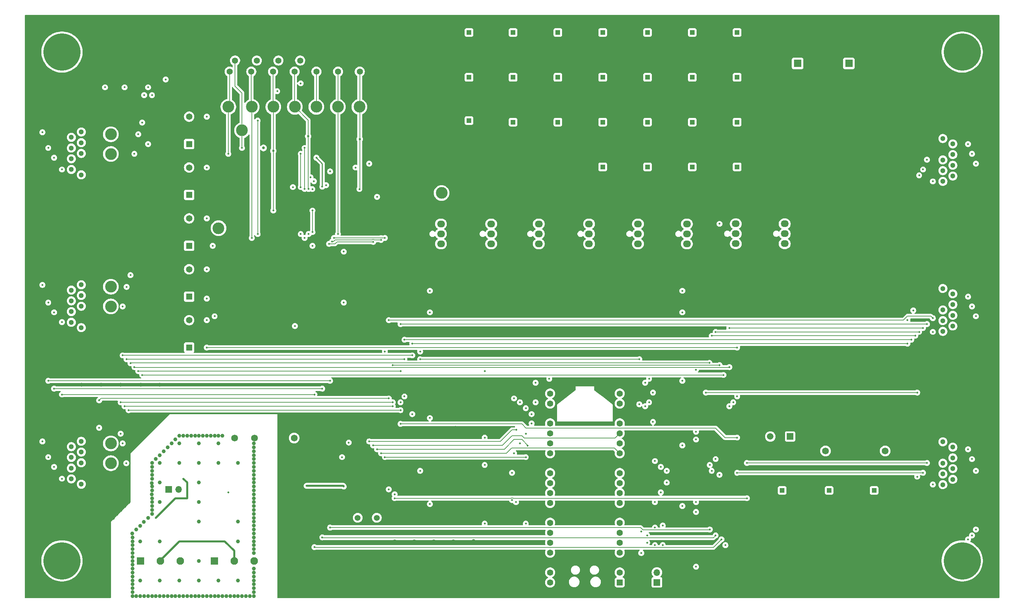
<source format=gbr>
%TF.GenerationSoftware,KiCad,Pcbnew,9.0.0*%
%TF.CreationDate,2025-04-28T14:03:08-07:00*%
%TF.ProjectId,ControlBoard,436f6e74-726f-46c4-926f-6172642e6b69,rev?*%
%TF.SameCoordinates,Original*%
%TF.FileFunction,Copper,L2,Inr*%
%TF.FilePolarity,Positive*%
%FSLAX46Y46*%
G04 Gerber Fmt 4.6, Leading zero omitted, Abs format (unit mm)*
G04 Created by KiCad (PCBNEW 9.0.0) date 2025-04-28 14:03:08*
%MOMM*%
%LPD*%
G01*
G04 APERTURE LIST*
G04 Aperture macros list*
%AMRoundRect*
0 Rectangle with rounded corners*
0 $1 Rounding radius*
0 $2 $3 $4 $5 $6 $7 $8 $9 X,Y pos of 4 corners*
0 Add a 4 corners polygon primitive as box body*
4,1,4,$2,$3,$4,$5,$6,$7,$8,$9,$2,$3,0*
0 Add four circle primitives for the rounded corners*
1,1,$1+$1,$2,$3*
1,1,$1+$1,$4,$5*
1,1,$1+$1,$6,$7*
1,1,$1+$1,$8,$9*
0 Add four rect primitives between the rounded corners*
20,1,$1+$1,$2,$3,$4,$5,0*
20,1,$1+$1,$4,$5,$6,$7,0*
20,1,$1+$1,$6,$7,$8,$9,0*
20,1,$1+$1,$8,$9,$2,$3,0*%
%AMFreePoly0*
4,1,37,0.603843,0.796157,0.639018,0.796157,0.711114,0.766294,0.766294,0.711114,0.796157,0.639018,0.796157,0.603843,0.800000,0.600000,0.800000,-0.600000,0.796157,-0.603843,0.796157,-0.639018,0.766294,-0.711114,0.711114,-0.766294,0.639018,-0.796157,0.603843,-0.796157,0.600000,-0.800000,0.000000,-0.800000,0.000000,-0.796148,-0.078414,-0.796148,-0.232228,-0.765552,-0.377117,-0.705537,
-0.507515,-0.618408,-0.618408,-0.507515,-0.705537,-0.377117,-0.765552,-0.232228,-0.796148,-0.078414,-0.796148,0.078414,-0.765552,0.232228,-0.705537,0.377117,-0.618408,0.507515,-0.507515,0.618408,-0.377117,0.705537,-0.232228,0.765552,-0.078414,0.796148,0.000000,0.796148,0.000000,0.800000,0.600000,0.800000,0.603843,0.796157,0.603843,0.796157,$1*%
%AMFreePoly1*
4,1,37,0.000000,0.796148,0.078414,0.796148,0.232228,0.765552,0.377117,0.705537,0.507515,0.618408,0.618408,0.507515,0.705537,0.377117,0.765552,0.232228,0.796148,0.078414,0.796148,-0.078414,0.765552,-0.232228,0.705537,-0.377117,0.618408,-0.507515,0.507515,-0.618408,0.377117,-0.705537,0.232228,-0.765552,0.078414,-0.796148,0.000000,-0.796148,0.000000,-0.800000,-0.600000,-0.800000,
-0.603843,-0.796157,-0.639018,-0.796157,-0.711114,-0.766294,-0.766294,-0.711114,-0.796157,-0.639018,-0.796157,-0.603843,-0.800000,-0.600000,-0.800000,0.600000,-0.796157,0.603843,-0.796157,0.639018,-0.766294,0.711114,-0.711114,0.766294,-0.639018,0.796157,-0.603843,0.796157,-0.600000,0.800000,0.000000,0.800000,0.000000,0.796148,0.000000,0.796148,$1*%
G04 Aperture macros list end*
%TA.AperFunction,ComponentPad*%
%ADD10C,3.000000*%
%TD*%
%TA.AperFunction,ComponentPad*%
%ADD11R,1.200000X1.200000*%
%TD*%
%TA.AperFunction,ComponentPad*%
%ADD12C,1.200000*%
%TD*%
%TA.AperFunction,ComponentPad*%
%ADD13R,1.950000X1.950000*%
%TD*%
%TA.AperFunction,ComponentPad*%
%ADD14C,1.950000*%
%TD*%
%TA.AperFunction,ComponentPad*%
%ADD15C,1.300000*%
%TD*%
%TA.AperFunction,ComponentPad*%
%ADD16C,4.800000*%
%TD*%
%TA.AperFunction,ComponentPad*%
%ADD17C,9.500000*%
%TD*%
%TA.AperFunction,ComponentPad*%
%ADD18RoundRect,0.200000X0.600000X0.600000X-0.600000X0.600000X-0.600000X-0.600000X0.600000X-0.600000X0*%
%TD*%
%TA.AperFunction,ComponentPad*%
%ADD19C,1.600000*%
%TD*%
%TA.AperFunction,ComponentPad*%
%ADD20FreePoly0,180.000000*%
%TD*%
%TA.AperFunction,ComponentPad*%
%ADD21FreePoly1,180.000000*%
%TD*%
%TA.AperFunction,ComponentPad*%
%ADD22R,1.650000X1.650000*%
%TD*%
%TA.AperFunction,ComponentPad*%
%ADD23C,1.650000*%
%TD*%
%TA.AperFunction,ComponentPad*%
%ADD24R,2.030000X1.730000*%
%TD*%
%TA.AperFunction,ComponentPad*%
%ADD25O,2.030000X1.730000*%
%TD*%
%TA.AperFunction,ComponentPad*%
%ADD26R,1.700000X1.700000*%
%TD*%
%TA.AperFunction,ComponentPad*%
%ADD27O,1.700000X1.700000*%
%TD*%
%TA.AperFunction,ComponentPad*%
%ADD28C,1.725000*%
%TD*%
%TA.AperFunction,ComponentPad*%
%ADD29R,1.665000X1.665000*%
%TD*%
%TA.AperFunction,ComponentPad*%
%ADD30C,1.665000*%
%TD*%
%TA.AperFunction,ComponentPad*%
%ADD31C,1.575000*%
%TD*%
%TA.AperFunction,ComponentPad*%
%ADD32C,4.650000*%
%TD*%
%TA.AperFunction,ComponentPad*%
%ADD33C,1.500000*%
%TD*%
%TA.AperFunction,ViaPad*%
%ADD34C,1.000000*%
%TD*%
%TA.AperFunction,ViaPad*%
%ADD35C,0.500000*%
%TD*%
%TA.AperFunction,ViaPad*%
%ADD36C,0.700000*%
%TD*%
%TA.AperFunction,ViaPad*%
%ADD37C,0.600000*%
%TD*%
%TA.AperFunction,Conductor*%
%ADD38C,0.200000*%
%TD*%
%TA.AperFunction,Conductor*%
%ADD39C,0.500000*%
%TD*%
%TA.AperFunction,Conductor*%
%ADD40C,0.250000*%
%TD*%
G04 APERTURE END LIST*
D10*
%TO.N,GND*%
%TO.C,TP23*%
X129000000Y-64500000D03*
%TD*%
D11*
%TO.N,+12V*%
%TO.C,C39*%
X139000000Y-41450000D03*
D12*
%TO.N,GND*%
X139000000Y-46450000D03*
%TD*%
D13*
%TO.N,+12V*%
%TO.C,J16*%
X236050000Y-37900000D03*
D14*
%TO.N,GND*%
X241050000Y-37900000D03*
%TD*%
D10*
%TO.N,PHASE_U_ISENSE*%
%TO.C,TP9*%
X83500000Y-49000000D03*
%TD*%
%TO.N,PHASE_V_ISENSE*%
%TO.C,TP10*%
X89000000Y-49000000D03*
%TD*%
%TO.N,GND*%
%TO.C,TP27*%
X47550000Y-130000000D03*
%TD*%
%TO.N,GND*%
%TO.C,TP24*%
X75000000Y-74000000D03*
%TD*%
D15*
%TO.N,+12V*%
%TO.C,J11*%
X260059610Y-95410000D03*
%TO.N,GND*%
X260059610Y-98150000D03*
%TO.N,PH_PWM_V_H*%
X260059610Y-100890000D03*
%TO.N,PH_PWM_V_L*%
X260059610Y-103630000D03*
%TO.N,FAULT_INPUT*%
X260059610Y-106370000D03*
%TO.N,GATE_SPI_RX*%
X262599610Y-96780000D03*
%TO.N,GATE_SPI_TX*%
X262599610Y-99520000D03*
%TO.N,GATE_SPI_SCK*%
X262599610Y-102260000D03*
%TO.N,GATE_V_H_CS*%
X262599610Y-105000000D03*
D16*
%TO.N,GND*%
X261329610Y-88390000D03*
X261329610Y-113390000D03*
%TD*%
D10*
%TO.N,1WIRE_DATA*%
%TO.C,TP21*%
X75000000Y-80000000D03*
%TD*%
D13*
%TO.N,CanL_External*%
%TO.C,J17*%
X73920000Y-165000000D03*
D14*
%TO.N,CanH_External*%
X79000000Y-165000000D03*
%TO.N,CANBUS_ISO_GND*%
X84080000Y-165000000D03*
%TD*%
D11*
%TO.N,+12V*%
%TO.C,C60*%
X150250000Y-52900000D03*
D12*
%TO.N,GND*%
X150250000Y-57900000D03*
%TD*%
D10*
%TO.N,GND*%
%TO.C,TP25*%
X47500000Y-50500000D03*
%TD*%
%TO.N,PH_PWM_U_L*%
%TO.C,TP20*%
X47500000Y-61050000D03*
%TD*%
D11*
%TO.N,+12V*%
%TO.C,C64*%
X173150000Y-64350000D03*
D12*
%TO.N,GND*%
X173150000Y-69350000D03*
%TD*%
D11*
%TO.N,+12V*%
%TO.C,C63*%
X184600000Y-64350000D03*
D12*
%TO.N,GND*%
X184600000Y-69350000D03*
%TD*%
D17*
%TO.N,unconnected-(H3-Pad1)*%
%TO.C,H3*%
X35000000Y-35000000D03*
%TD*%
D11*
%TO.N,+12V*%
%TO.C,C47*%
X161700000Y-30000000D03*
D12*
%TO.N,GND*%
X161700000Y-35000000D03*
%TD*%
D18*
%TO.N,Net-(A1-GPIO0)*%
%TO.C,A1*%
X177500000Y-170520000D03*
D19*
%TO.N,Net-(A1-GPIO1)*%
X177500000Y-167980000D03*
D20*
%TO.N,GND*%
X177500000Y-165440000D03*
D19*
%TO.N,GATE_SPI_3v3_SCK*%
X177500000Y-162900000D03*
%TO.N,GATE_SPI_3v3_TX*%
X177500000Y-160360000D03*
%TO.N,GATE_SPI_3v3_RX*%
X177500000Y-157820000D03*
%TO.N,GATE_U_3v3_L_CS*%
X177500000Y-155280000D03*
D20*
%TO.N,GND*%
X177500000Y-152740000D03*
D19*
%TO.N,GATE_U_3v3_H_CS*%
X177500000Y-150200000D03*
%TO.N,GATE_V_3v3_L_CS*%
X177500000Y-147660000D03*
%TO.N,GATE_V_3v3_H_CS*%
X177500000Y-145120000D03*
%TO.N,GATE_W_3v3_L_CS*%
X177500000Y-142580000D03*
D20*
%TO.N,GND*%
X177500000Y-140040000D03*
D19*
%TO.N,SPI2_SCK*%
X177500000Y-137500000D03*
%TO.N,SPI2_TX*%
X177500000Y-134960000D03*
%TO.N,SPI2_RX*%
X177500000Y-132420000D03*
%TO.N,GATE_W_3v3_H_CS*%
X177500000Y-129880000D03*
D20*
%TO.N,GND*%
X177500000Y-127340000D03*
D19*
%TO.N,ADC_SPI_CS*%
X177500000Y-124800000D03*
%TO.N,1WIRE_3v3_DATA*%
X177500000Y-122260000D03*
%TO.N,FAN_3v3_PWM*%
X159720000Y-122260000D03*
%TO.N,PH_3v3_PWM_U_L*%
X159720000Y-124800000D03*
D21*
%TO.N,GND*%
X159720000Y-127340000D03*
D19*
%TO.N,PH_3v3_PWM_V_L*%
X159720000Y-129880000D03*
%TO.N,PH_3v3_PWM_W_L*%
X159720000Y-132420000D03*
%TO.N,PH_3v3_PWM_U_H*%
X159720000Y-134960000D03*
%TO.N,PH_3v3_PWM_V_H*%
X159720000Y-137500000D03*
D21*
%TO.N,GND*%
X159720000Y-140040000D03*
D19*
%TO.N,PH_3v3_PWM_W_H*%
X159720000Y-142580000D03*
%TO.N,unconnected-(A1-RUN-Pad30)*%
X159720000Y-145120000D03*
%TO.N,FAULT_3v3_INPUT*%
X159720000Y-147660000D03*
%TO.N,CAN_CS*%
X159720000Y-150200000D03*
D21*
%TO.N,GND*%
X159720000Y-152740000D03*
D19*
%TO.N,CAN_INT*%
X159720000Y-155280000D03*
%TO.N,unconnected-(A1-ADC_VREF-Pad35)*%
X159720000Y-157820000D03*
%TO.N,+3.3V*%
X159720000Y-160360000D03*
%TO.N,unconnected-(A1-3V3_EN-Pad37)*%
X159720000Y-162900000D03*
D21*
%TO.N,GND*%
X159720000Y-165440000D03*
D19*
%TO.N,unconnected-(A1-VSYS-Pad39)*%
X159720000Y-167980000D03*
%TO.N,unconnected-(A1-VBUS-Pad40)*%
X159720000Y-170520000D03*
%TD*%
D22*
%TO.N,+5V*%
%TO.C,J5*%
X67500000Y-58500000D03*
D23*
%TO.N,GND*%
X67500000Y-55000000D03*
%TO.N,1WIRE_DATA*%
X67500000Y-51500000D03*
%TD*%
D10*
%TO.N,DC_LINK_BUS_CURRENT_SENSE*%
%TO.C,TP8*%
X77500000Y-49000000D03*
%TD*%
D24*
%TO.N,GND*%
%TO.C,M4*%
X169660000Y-86540000D03*
D25*
%TO.N,+12V*%
X169660000Y-84000000D03*
%TO.N,unconnected-(M4-Tacho-Pad3)*%
X169660000Y-81460000D03*
%TO.N,FAN_PWM*%
X169660000Y-78920000D03*
%TD*%
D22*
%TO.N,+5V*%
%TO.C,J7*%
X67500000Y-71500000D03*
D23*
%TO.N,GND*%
X67500000Y-68000000D03*
%TO.N,1WIRE_DATA*%
X67500000Y-64500000D03*
%TD*%
D11*
%TO.N,+12V*%
%TO.C,C55*%
X207500000Y-52900000D03*
D12*
%TO.N,GND*%
X207500000Y-57900000D03*
%TD*%
D26*
%TO.N,Net-(A1-GPIO0)*%
%TO.C,J1*%
X187000000Y-170500000D03*
D27*
%TO.N,Net-(A1-GPIO1)*%
X187000000Y-167960000D03*
%TD*%
D11*
%TO.N,+12V*%
%TO.C,C59*%
X161700000Y-52900000D03*
D12*
%TO.N,GND*%
X161700000Y-57900000D03*
%TD*%
D10*
%TO.N,PH_PWM_W_H*%
%TO.C,TP15*%
X47500000Y-135000000D03*
%TD*%
D24*
%TO.N,GND*%
%TO.C,M3*%
X156820000Y-86540000D03*
D25*
%TO.N,+12V*%
X156820000Y-84000000D03*
%TO.N,unconnected-(M3-Tacho-Pad3)*%
X156820000Y-81460000D03*
%TO.N,FAN_PWM*%
X156820000Y-78920000D03*
%TD*%
D11*
%TO.N,+12V*%
%TO.C,C52*%
X173150000Y-41450000D03*
D12*
%TO.N,GND*%
X173150000Y-46450000D03*
%TD*%
D28*
%TO.N,+12V*%
%TO.C,PS1*%
X245325000Y-136915000D03*
%TO.N,GND*%
X242785000Y-136915000D03*
X235165000Y-136915000D03*
%TO.N,+5V*%
X230085000Y-136915000D03*
%TD*%
D11*
%TO.N,+12V*%
%TO.C,C48*%
X150250000Y-30000000D03*
D12*
%TO.N,GND*%
X150250000Y-35000000D03*
%TD*%
D15*
%TO.N,+12V*%
%TO.C,J13*%
X260059610Y-134581500D03*
%TO.N,GND*%
X260059610Y-137321500D03*
%TO.N,PH_PWM_W_H*%
X260059610Y-140061500D03*
%TO.N,PH_PWM_W_L*%
X260059610Y-142801500D03*
%TO.N,FAULT_INPUT*%
X260059610Y-145541500D03*
%TO.N,GATE_SPI_RX*%
X262599610Y-135951500D03*
%TO.N,GATE_SPI_TX*%
X262599610Y-138691500D03*
%TO.N,GATE_SPI_SCK*%
X262599610Y-141431500D03*
%TO.N,GATE_W_H_CS*%
X262599610Y-144171500D03*
D16*
%TO.N,GND*%
X261329610Y-127561500D03*
X261329610Y-152561500D03*
%TD*%
D24*
%TO.N,GND*%
%TO.C,M5*%
X182160000Y-86540000D03*
D25*
%TO.N,+12V*%
X182160000Y-84000000D03*
%TO.N,unconnected-(M5-Tacho-Pad3)*%
X182160000Y-81460000D03*
%TO.N,FAN_PWM*%
X182160000Y-78920000D03*
%TD*%
D11*
%TO.N,+12V*%
%TO.C,C49*%
X207500000Y-41450000D03*
D12*
%TO.N,GND*%
X207500000Y-46450000D03*
%TD*%
D11*
%TO.N,+12V*%
%TO.C,C53*%
X161700000Y-41450000D03*
D12*
%TO.N,GND*%
X161700000Y-46450000D03*
%TD*%
D15*
%TO.N,+12V*%
%TO.C,J10*%
X39940390Y-66370000D03*
%TO.N,GND*%
X39940390Y-63630000D03*
%TO.N,PH_PWM_U_L*%
X39940390Y-60890000D03*
%TO.N,PH_PWM_U_H*%
X39940390Y-58150000D03*
%TO.N,FAULT_INPUT*%
X39940390Y-55410000D03*
%TO.N,GATE_SPI_RX*%
X37400390Y-65000000D03*
%TO.N,GATE_SPI_TX*%
X37400390Y-62260000D03*
%TO.N,GATE_SPI_SCK*%
X37400390Y-59520000D03*
%TO.N,GATE_U_L_CS*%
X37400390Y-56780000D03*
D16*
%TO.N,GND*%
X38670390Y-73390000D03*
X38670390Y-48390000D03*
%TD*%
D17*
%TO.N,unconnected-(H1-Pad1)*%
%TO.C,H1*%
X265000000Y-35000000D03*
%TD*%
D11*
%TO.N,+12V*%
%TO.C,C51*%
X184600000Y-41450000D03*
D12*
%TO.N,GND*%
X184600000Y-46450000D03*
%TD*%
D11*
%TO.N,+12V*%
%TO.C,C62*%
X196050000Y-64350000D03*
D12*
%TO.N,GND*%
X196050000Y-69350000D03*
%TD*%
D11*
%TO.N,+5V*%
%TO.C,C42*%
X242500000Y-147000000D03*
D12*
%TO.N,GND*%
X237500000Y-147000000D03*
%TD*%
D22*
%TO.N,+5V*%
%TO.C,J24*%
X67500000Y-110500000D03*
D23*
%TO.N,GND*%
X67500000Y-107000000D03*
%TO.N,1WIRE_DATA*%
X67500000Y-103500000D03*
%TD*%
D11*
%TO.N,+12V*%
%TO.C,C43*%
X207500000Y-30000000D03*
D12*
%TO.N,GND*%
X207500000Y-35000000D03*
%TD*%
D24*
%TO.N,GND*%
%TO.C,M1*%
X131820000Y-86540000D03*
D25*
%TO.N,+12V*%
X131820000Y-84000000D03*
%TO.N,unconnected-(M1-Tacho-Pad3)*%
X131820000Y-81460000D03*
%TO.N,FAN_PWM*%
X131820000Y-78920000D03*
%TD*%
D11*
%TO.N,+12V*%
%TO.C,C57*%
X184600000Y-52900000D03*
D12*
%TO.N,GND*%
X184600000Y-57900000D03*
%TD*%
D11*
%TO.N,+12V*%
%TO.C,C45*%
X184600000Y-30000000D03*
D12*
%TO.N,GND*%
X184600000Y-35000000D03*
%TD*%
D28*
%TO.N,+5V*%
%TO.C,PS3*%
X94325000Y-133615000D03*
%TO.N,GND*%
X91785000Y-133615000D03*
%TO.N,CANBUS_ISO_GND*%
X84165000Y-133615000D03*
%TO.N,CANBUS_ISO_5V*%
X79085000Y-133615000D03*
%TD*%
D10*
%TO.N,PH_PWM_U_H*%
%TO.C,TP19*%
X47500000Y-56000000D03*
%TD*%
D15*
%TO.N,+12V*%
%TO.C,J4*%
X260059610Y-57081500D03*
%TO.N,GND*%
X260059610Y-59821500D03*
%TO.N,PH_PWM_U_H*%
X260059610Y-62561500D03*
%TO.N,PH_PWM_U_L*%
X260059610Y-65301500D03*
%TO.N,FAULT_INPUT*%
X260059610Y-68041500D03*
%TO.N,GATE_SPI_RX*%
X262599610Y-58451500D03*
%TO.N,GATE_SPI_TX*%
X262599610Y-61191500D03*
%TO.N,GATE_SPI_SCK*%
X262599610Y-63931500D03*
%TO.N,GATE_U_H_CS*%
X262599610Y-66671500D03*
D16*
%TO.N,GND*%
X261329610Y-50061500D03*
X261329610Y-75061500D03*
%TD*%
D10*
%TO.N,PHASE_W_ISENSE*%
%TO.C,TP11*%
X94500000Y-49000000D03*
%TD*%
D29*
%TO.N,+5V*%
%TO.C,PS2*%
X221040000Y-133225000D03*
D30*
%TO.N,GND*%
X218500000Y-133225000D03*
%TO.N,+3.3V*%
X215960000Y-133225000D03*
%TD*%
D17*
%TO.N,unconnected-(H4-Pad1)*%
%TO.C,H4*%
X35000000Y-165000000D03*
%TD*%
D11*
%TO.N,+12V*%
%TO.C,C54*%
X150250000Y-41450000D03*
D12*
%TO.N,GND*%
X150250000Y-46450000D03*
%TD*%
D11*
%TO.N,+12V*%
%TO.C,C37*%
X139000000Y-30000000D03*
D12*
%TO.N,GND*%
X139000000Y-35000000D03*
%TD*%
D11*
%TO.N,+5V*%
%TO.C,C41*%
X231000000Y-147000000D03*
D12*
%TO.N,GND*%
X226000000Y-147000000D03*
%TD*%
D17*
%TO.N,unconnected-(H2-Pad1)*%
%TO.C,H2*%
X265000000Y-165000000D03*
%TD*%
D10*
%TO.N,PHASE_U_ISOLATED_VSENSE*%
%TO.C,TP12*%
X100000000Y-49000000D03*
%TD*%
D11*
%TO.N,+5V*%
%TO.C,C40*%
X219000000Y-147000000D03*
D12*
%TO.N,GND*%
X214000000Y-147000000D03*
%TD*%
D10*
%TO.N,DC_LINK_BUS_ISOLATED_VSENSE*%
%TO.C,TP7*%
X81000000Y-55000000D03*
%TD*%
D11*
%TO.N,+12V*%
%TO.C,C50*%
X196050000Y-41450000D03*
D12*
%TO.N,GND*%
X196050000Y-46450000D03*
%TD*%
D13*
%TO.N,CanL_External*%
%TO.C,J3*%
X55080000Y-165000000D03*
D14*
%TO.N,CanH_External*%
X60160000Y-165000000D03*
%TO.N,CANBUS_ISO_GND*%
X65240000Y-165000000D03*
%TD*%
D31*
%TO.N,DC_LINK_BUS_CURRENT_SENSE*%
%TO.C,J6*%
X77840000Y-40000000D03*
%TO.N,GND*%
X80610000Y-40000000D03*
%TO.N,PHASE_U_ISENSE*%
X83380000Y-40000000D03*
%TO.N,GND*%
X86150000Y-40000000D03*
%TO.N,PHASE_V_ISENSE*%
X88920000Y-40000000D03*
%TO.N,GND*%
X91690000Y-40000000D03*
%TO.N,PHASE_W_ISENSE*%
X94460000Y-40000000D03*
%TO.N,GND*%
X97230000Y-40000000D03*
%TO.N,PHASE_U_ISOLATED_VSENSE*%
X100000000Y-40000000D03*
%TO.N,GND*%
X102770000Y-40000000D03*
%TO.N,PHASE_V_ISOLATED_VSENSE*%
X105540000Y-40000000D03*
%TO.N,GND*%
X108310000Y-40000000D03*
%TO.N,PHASE_W_ISOLATED_VSENSE*%
X111080000Y-40000000D03*
%TO.N,GND*%
X109695000Y-37160000D03*
X106925000Y-37160000D03*
X104155000Y-37160000D03*
X101385000Y-37160000D03*
X98615000Y-37160000D03*
%TO.N,StatusLED*%
X95845000Y-37160000D03*
%TO.N,GND*%
X93075000Y-37160000D03*
%TO.N,FAULT_LED*%
X90305000Y-37160000D03*
%TO.N,GND*%
X87535000Y-37160000D03*
%TO.N,+12V*%
X84765000Y-37160000D03*
%TO.N,GND*%
X81995000Y-37160000D03*
%TO.N,DC_LINK_BUS_ISOLATED_VSENSE*%
X79225000Y-37160000D03*
D32*
%TO.N,GND*%
X70940000Y-38580000D03*
X117980000Y-38580000D03*
%TD*%
D24*
%TO.N,GND*%
%TO.C,M6*%
X194660000Y-86540000D03*
D25*
%TO.N,+12V*%
X194660000Y-84000000D03*
%TO.N,unconnected-(M6-Tacho-Pad3)*%
X194660000Y-81460000D03*
%TO.N,FAN_PWM*%
X194660000Y-78920000D03*
%TD*%
D24*
%TO.N,GND*%
%TO.C,M7*%
X207160000Y-86500000D03*
D25*
%TO.N,+12V*%
X207160000Y-83960000D03*
%TO.N,unconnected-(M7-Tacho-Pad3)*%
X207160000Y-81420000D03*
%TO.N,FAN_PWM*%
X207160000Y-78880000D03*
%TD*%
D26*
%TO.N,Net-(JP1-A)*%
%TO.C,JP1*%
X62225000Y-146750000D03*
D27*
%TO.N,CanH_External*%
X64765000Y-146750000D03*
%TD*%
D10*
%TO.N,GND*%
%TO.C,TP26*%
X47500000Y-89500000D03*
%TD*%
%TO.N,PH_PWM_V_H*%
%TO.C,TP17*%
X47500000Y-94950000D03*
%TD*%
D11*
%TO.N,+12V*%
%TO.C,C38*%
X139000000Y-52500000D03*
D12*
%TO.N,GND*%
X139000000Y-57500000D03*
%TD*%
D10*
%TO.N,GND*%
%TO.C,TP28*%
X95500000Y-55500000D03*
%TD*%
%TO.N,PHASE_V_ISOLATED_VSENSE*%
%TO.C,TP13*%
X105500000Y-49000000D03*
%TD*%
D11*
%TO.N,+12V*%
%TO.C,C56*%
X196050000Y-52900000D03*
D12*
%TO.N,GND*%
X196050000Y-57900000D03*
%TD*%
D24*
%TO.N,GND*%
%TO.C,M8*%
X219660000Y-86500000D03*
D25*
%TO.N,+12V*%
X219660000Y-83960000D03*
%TO.N,unconnected-(M8-Tacho-Pad3)*%
X219660000Y-81420000D03*
%TO.N,FAN_PWM*%
X219660000Y-78880000D03*
%TD*%
D15*
%TO.N,+12V*%
%TO.C,J12*%
X39940390Y-105418500D03*
%TO.N,GND*%
X39940390Y-102678500D03*
%TO.N,PH_PWM_V_L*%
X39940390Y-99938500D03*
%TO.N,PH_PWM_V_H*%
X39940390Y-97198500D03*
%TO.N,FAULT_INPUT*%
X39940390Y-94458500D03*
%TO.N,GATE_SPI_RX*%
X37400390Y-104048500D03*
%TO.N,GATE_SPI_TX*%
X37400390Y-101308500D03*
%TO.N,GATE_SPI_SCK*%
X37400390Y-98568500D03*
%TO.N,GATE_V_L_CS*%
X37400390Y-95828500D03*
D16*
%TO.N,GND*%
X38670390Y-112438500D03*
X38670390Y-87438500D03*
%TD*%
D24*
%TO.N,GND*%
%TO.C,M2*%
X144660000Y-86540000D03*
D25*
%TO.N,+12V*%
X144660000Y-84000000D03*
%TO.N,unconnected-(M2-Tacho-Pad3)*%
X144660000Y-81460000D03*
%TO.N,FAN_PWM*%
X144660000Y-78920000D03*
%TD*%
D10*
%TO.N,PH_PWM_V_L*%
%TO.C,TP18*%
X47500000Y-100000000D03*
%TD*%
D22*
%TO.N,+5V*%
%TO.C,J8*%
X67500000Y-84500000D03*
D23*
%TO.N,GND*%
X67500000Y-81000000D03*
%TO.N,1WIRE_DATA*%
X67500000Y-77500000D03*
%TD*%
D33*
%TO.N,Net-(IC6-OSC2)*%
%TO.C,Y1*%
X110550000Y-154000000D03*
%TO.N,Net-(IC6-OSC1)*%
X115430000Y-154000000D03*
%TD*%
D13*
%TO.N,+12V*%
%TO.C,J15*%
X222950000Y-37900000D03*
D14*
%TO.N,GND*%
X227950000Y-37900000D03*
%TD*%
D22*
%TO.N,+5V*%
%TO.C,J9*%
X67500000Y-97500000D03*
D23*
%TO.N,GND*%
X67500000Y-94000000D03*
%TO.N,1WIRE_DATA*%
X67500000Y-90500000D03*
%TD*%
D15*
%TO.N,+12V*%
%TO.C,J14*%
X39940390Y-145418500D03*
%TO.N,GND*%
X39940390Y-142678500D03*
%TO.N,PH_PWM_W_L*%
X39940390Y-139938500D03*
%TO.N,PH_PWM_W_H*%
X39940390Y-137198500D03*
%TO.N,FAULT_INPUT*%
X39940390Y-134458500D03*
%TO.N,GATE_SPI_RX*%
X37400390Y-144048500D03*
%TO.N,GATE_SPI_TX*%
X37400390Y-141308500D03*
%TO.N,GATE_SPI_SCK*%
X37400390Y-138568500D03*
%TO.N,GATE_W_L_CS*%
X37400390Y-135828500D03*
D16*
%TO.N,GND*%
X38670390Y-152438500D03*
X38670390Y-127438500D03*
%TD*%
D11*
%TO.N,+12V*%
%TO.C,C61*%
X207500000Y-64350000D03*
D12*
%TO.N,GND*%
X207500000Y-69350000D03*
%TD*%
D11*
%TO.N,+12V*%
%TO.C,C44*%
X196050000Y-30000000D03*
D12*
%TO.N,GND*%
X196050000Y-35000000D03*
%TD*%
D10*
%TO.N,PH_PWM_W_L*%
%TO.C,TP16*%
X47500000Y-140050000D03*
%TD*%
D11*
%TO.N,+12V*%
%TO.C,C58*%
X173150000Y-52900000D03*
D12*
%TO.N,GND*%
X173150000Y-57900000D03*
%TD*%
D11*
%TO.N,+12V*%
%TO.C,C46*%
X173150000Y-30000000D03*
D12*
%TO.N,GND*%
X173150000Y-35000000D03*
%TD*%
D10*
%TO.N,FAN_PWM*%
%TO.C,TP22*%
X132000000Y-71000000D03*
%TD*%
%TO.N,PHASE_W_ISOLATED_VSENSE*%
%TO.C,TP14*%
X111000000Y-49000000D03*
%TD*%
D34*
%TO.N,GND*%
X59000000Y-26000000D03*
X205000000Y-140000000D03*
X235000000Y-26000000D03*
X249000000Y-174000000D03*
X26000000Y-149000000D03*
X140000000Y-155000000D03*
X274000000Y-110000000D03*
X219000000Y-26000000D03*
X91000000Y-167000000D03*
X274000000Y-88000000D03*
X59000000Y-130000000D03*
X45000000Y-50000000D03*
X232000000Y-26000000D03*
X253000000Y-26000000D03*
X274000000Y-101000000D03*
X79000000Y-26000000D03*
X270019253Y-44965709D03*
X95000000Y-85000000D03*
X265000000Y-75000000D03*
X26000000Y-95000000D03*
X270000000Y-155000000D03*
X125000000Y-170000000D03*
X220000000Y-95000000D03*
X135000000Y-174000000D03*
X232000000Y-174000000D03*
X255000000Y-155000000D03*
X262000000Y-174000000D03*
X230000000Y-100000000D03*
X250000000Y-60000000D03*
X52000000Y-143000000D03*
X119982762Y-79899329D03*
X274000000Y-87000000D03*
X274000000Y-108000000D03*
X26000000Y-114000000D03*
X240000000Y-170000000D03*
X210000000Y-115000000D03*
X166000000Y-174000000D03*
X228000000Y-174000000D03*
X274000000Y-72000000D03*
X209796457Y-154963508D03*
X274000000Y-48000000D03*
X250000000Y-174000000D03*
X69000000Y-26000000D03*
X91000000Y-137000000D03*
X274000000Y-112000000D03*
X27000000Y-174000000D03*
X67000000Y-26000000D03*
X251000000Y-174000000D03*
X91000000Y-164000000D03*
X120000000Y-60000000D03*
X265000000Y-115000000D03*
X166000000Y-26000000D03*
X85000000Y-100000000D03*
X128000000Y-26000000D03*
X26000000Y-115000000D03*
X192000000Y-26000000D03*
X274000000Y-148000000D03*
X26000000Y-91000000D03*
X210000000Y-165000000D03*
X245000000Y-145000000D03*
X93000000Y-174000000D03*
X61000000Y-128000000D03*
X160000000Y-174000000D03*
X274000000Y-166000000D03*
X274000000Y-45000000D03*
X60000000Y-110000000D03*
X91000000Y-131000000D03*
X110000000Y-170000000D03*
X26000000Y-131000000D03*
X245000000Y-130000000D03*
X203000000Y-174000000D03*
X243000000Y-26000000D03*
X91000000Y-150000000D03*
X26000000Y-46000000D03*
X44000000Y-174000000D03*
X203000000Y-26000000D03*
X107000000Y-26000000D03*
X245000000Y-70000000D03*
X188000000Y-26000000D03*
X26000000Y-128000000D03*
X245000000Y-165000000D03*
X26000000Y-35000000D03*
X250000000Y-55000000D03*
X274000000Y-114000000D03*
X52000000Y-145000000D03*
X58000000Y-26000000D03*
X120000000Y-75000000D03*
X209000000Y-174000000D03*
X100000000Y-105000000D03*
X235000000Y-125000000D03*
X235000000Y-75000000D03*
X197000000Y-174000000D03*
X240000000Y-174000000D03*
X110000000Y-26000000D03*
X274000000Y-133000000D03*
X59999999Y-64856419D03*
X83000000Y-26000000D03*
X250000000Y-70000000D03*
X65000000Y-35000000D03*
X270000000Y-145000000D03*
X26000000Y-45000000D03*
X137000000Y-26000000D03*
X214000000Y-26000000D03*
X45000000Y-80000000D03*
X218000000Y-26000000D03*
X260000000Y-85000000D03*
X88000000Y-26000000D03*
X240000000Y-90000000D03*
X245000000Y-90000000D03*
X33000000Y-26000000D03*
X60000000Y-26000000D03*
X120000000Y-160000000D03*
X61000000Y-26000000D03*
X240000000Y-75000000D03*
X174000000Y-26000000D03*
X189000000Y-26000000D03*
X274000000Y-27000000D03*
X26000000Y-81000000D03*
X268000000Y-26000000D03*
X224796017Y-124957971D03*
X110000000Y-174000000D03*
X26000000Y-119000000D03*
X157000000Y-174000000D03*
X30000000Y-174000000D03*
X215000000Y-150000000D03*
X230000000Y-165000000D03*
X274000000Y-52000000D03*
X26000000Y-88000000D03*
X170000000Y-174000000D03*
X198000000Y-174000000D03*
X40000000Y-174000000D03*
X168000000Y-174000000D03*
X245000000Y-170000000D03*
X259786685Y-79951555D03*
X80000000Y-65000000D03*
X274000000Y-171000000D03*
X190000000Y-26000000D03*
X40000000Y-80000000D03*
X274000000Y-127000000D03*
X120000000Y-90000000D03*
X235000000Y-70002108D03*
X75000000Y-26000000D03*
X26000000Y-57000000D03*
X274000000Y-170000000D03*
X273000000Y-174000000D03*
X155000000Y-174000000D03*
X250000000Y-90000000D03*
X230000000Y-95000000D03*
X274000000Y-119000000D03*
X26000000Y-171000000D03*
X163000000Y-174000000D03*
X26000000Y-103000000D03*
X130000000Y-26000000D03*
X186000000Y-26000000D03*
X101000000Y-174000000D03*
X274000000Y-73000000D03*
X26000000Y-126000000D03*
X26000000Y-30000000D03*
X247000000Y-174000000D03*
X26000000Y-170000000D03*
X158000000Y-174000000D03*
X109000000Y-26000000D03*
X257000000Y-26000000D03*
X274000000Y-71000000D03*
X151000000Y-174000000D03*
X98000000Y-174000000D03*
X26000000Y-102000000D03*
X274000000Y-58000000D03*
X95000000Y-140000000D03*
X211000000Y-174000000D03*
X255000000Y-40000000D03*
X274000000Y-139000000D03*
X250000000Y-50000000D03*
X130000000Y-174000000D03*
X194000000Y-26000000D03*
X50000000Y-120000000D03*
X117000000Y-174000000D03*
X159000000Y-174000000D03*
X235000000Y-90000000D03*
X71000000Y-26000000D03*
X60000000Y-75000000D03*
X129000000Y-26000000D03*
X255000000Y-170000000D03*
X155000000Y-26000000D03*
X152000000Y-26000000D03*
X26000000Y-166000000D03*
X91000000Y-148000000D03*
X261000000Y-26000000D03*
X104000000Y-174000000D03*
X270000000Y-150000000D03*
X60000000Y-45000000D03*
X37000000Y-174000000D03*
X274000000Y-85000000D03*
X106000000Y-174000000D03*
X274000000Y-169000000D03*
X213000000Y-174000000D03*
X60000000Y-60000000D03*
X230000000Y-80000000D03*
X40000000Y-160000000D03*
X45000000Y-75000000D03*
X227000000Y-26000000D03*
X91000000Y-161000000D03*
X200000000Y-174000000D03*
X230000000Y-90000000D03*
X220000000Y-155000000D03*
X55000000Y-130000000D03*
X250000000Y-45000000D03*
X26000000Y-113000000D03*
X26000000Y-153000000D03*
X52000000Y-148000000D03*
X240000000Y-150000000D03*
X60000000Y-85000000D03*
X250000000Y-100000000D03*
X127000000Y-174000000D03*
X274000000Y-129000000D03*
X120000000Y-45000000D03*
X50000000Y-70000000D03*
X26000000Y-62000000D03*
X274000000Y-115000000D03*
X75000000Y-35000000D03*
X132000000Y-26000000D03*
X105000000Y-174000000D03*
X274000000Y-149000000D03*
X184000000Y-26000000D03*
X26000000Y-56000000D03*
X91000000Y-140000000D03*
X233000000Y-174000000D03*
X269000000Y-26000000D03*
X208000000Y-174000000D03*
X40000000Y-120000000D03*
X114000000Y-26000000D03*
X200000000Y-170000000D03*
X148000000Y-174000000D03*
X55117908Y-120002200D03*
X231000000Y-26000000D03*
X274000000Y-145000000D03*
X274000000Y-164000000D03*
X26000000Y-140000000D03*
X201000000Y-26000000D03*
X250000000Y-170000000D03*
X274000000Y-131000000D03*
X124855717Y-154976187D03*
X249000000Y-26000000D03*
X26000000Y-36000000D03*
X91000000Y-162000000D03*
X210000000Y-130000000D03*
X190000000Y-165000000D03*
X80000000Y-80000000D03*
X240000000Y-26000000D03*
X31000000Y-174000000D03*
X274000000Y-118000000D03*
X35000000Y-26000000D03*
X250000000Y-165000000D03*
X26000000Y-39000000D03*
X195000000Y-170000000D03*
X70000000Y-26000000D03*
X234773242Y-170019253D03*
X26000000Y-96000000D03*
X87000000Y-26000000D03*
X274000000Y-160000000D03*
X30000000Y-155000000D03*
X91000000Y-128000000D03*
X185000000Y-135000000D03*
X159000000Y-26000000D03*
X26000000Y-110000000D03*
X47000000Y-168000000D03*
X49000000Y-26000000D03*
X215000000Y-26000000D03*
X126000000Y-26000000D03*
X250000000Y-145000000D03*
X26000000Y-50000000D03*
X231000000Y-174000000D03*
X274000000Y-95000000D03*
X218000000Y-174000000D03*
X215145340Y-165163714D03*
X55000000Y-134000000D03*
X261000000Y-174000000D03*
X99000000Y-26000000D03*
X206000000Y-174000000D03*
X91000000Y-166000000D03*
X135000000Y-155000000D03*
X226000000Y-174000000D03*
X93000000Y-26000000D03*
X173000000Y-174000000D03*
X26000000Y-127000000D03*
X240000000Y-60000000D03*
X274000000Y-146000000D03*
X274000000Y-94000000D03*
X274000000Y-154000000D03*
X255000000Y-60000000D03*
X49000000Y-153000000D03*
X99000000Y-174000000D03*
X80000000Y-75000000D03*
X161000000Y-26000000D03*
X274000000Y-40000000D03*
X274000000Y-89000000D03*
X156000000Y-174000000D03*
X168000000Y-26000000D03*
X104000000Y-26000000D03*
X274000000Y-155000000D03*
X135500000Y-131000000D03*
X155000000Y-165000000D03*
X227000000Y-174000000D03*
X116000000Y-174000000D03*
X111000000Y-26000000D03*
X274000000Y-136000000D03*
X249999297Y-64972830D03*
X26000000Y-159000000D03*
X235000000Y-155000000D03*
X274000000Y-66000000D03*
X26000000Y-100000000D03*
X270000000Y-26000000D03*
X115000000Y-174000000D03*
X171000000Y-174000000D03*
X110000000Y-120000000D03*
X242000000Y-174000000D03*
X274000000Y-59000000D03*
X70000000Y-35000000D03*
X84000000Y-26000000D03*
X248000000Y-174000000D03*
X178000000Y-26000000D03*
X26000000Y-130000000D03*
X137000000Y-174000000D03*
X222000000Y-174000000D03*
X26000000Y-108000000D03*
X271000000Y-26000000D03*
X115000000Y-26000000D03*
X230000000Y-70000000D03*
X47000000Y-166000000D03*
X47000000Y-158000000D03*
X50021454Y-75760809D03*
X26000000Y-161000000D03*
X195000000Y-174000000D03*
X245000000Y-80000000D03*
X221000000Y-174000000D03*
X28000000Y-174000000D03*
X135000000Y-165000000D03*
X245000000Y-100000000D03*
X274000000Y-157000000D03*
X130000000Y-155000000D03*
X255000000Y-135000000D03*
X26000000Y-155000000D03*
X44000000Y-26000000D03*
X244000000Y-26000000D03*
X240000000Y-100000000D03*
X274000000Y-29000000D03*
X163000000Y-26000000D03*
X274000000Y-111000000D03*
X274000000Y-143000000D03*
X245000000Y-150000000D03*
X274000000Y-140000000D03*
X50000000Y-115000000D03*
X240000000Y-130000000D03*
X264978545Y-44965709D03*
X55000000Y-50000000D03*
X123000000Y-26000000D03*
X274000000Y-43000000D03*
X274000000Y-126000000D03*
X274000000Y-28000000D03*
X30000000Y-145000000D03*
X235000000Y-130000000D03*
X26000000Y-48000000D03*
X26000000Y-26000000D03*
X65000000Y-40000000D03*
X274000000Y-168000000D03*
X47000000Y-157000000D03*
X77000000Y-26000000D03*
X46000000Y-26000000D03*
X265000000Y-110000000D03*
X51000000Y-26000000D03*
X274000000Y-107000000D03*
X274000000Y-37000000D03*
X240000000Y-70000000D03*
X205000000Y-174000000D03*
X26000000Y-86000000D03*
X50000000Y-152000000D03*
X245000000Y-75000000D03*
X274000000Y-163000000D03*
X26000000Y-129000000D03*
X91000000Y-155000000D03*
X116000000Y-26000000D03*
X269000000Y-174000000D03*
X183000000Y-26000000D03*
X210000000Y-120000000D03*
X239979865Y-114958851D03*
X274000000Y-100000000D03*
X39822129Y-169999999D03*
X102000000Y-26000000D03*
X140000000Y-170000000D03*
X210000000Y-174000000D03*
X235000000Y-100000000D03*
X169000000Y-174000000D03*
X154000000Y-174000000D03*
X143000000Y-26000000D03*
X274000000Y-60000000D03*
X47000000Y-161000000D03*
X55000000Y-35000000D03*
X103000000Y-26000000D03*
X245000000Y-55000000D03*
X45000000Y-70000000D03*
X95000000Y-165000000D03*
X48000000Y-154000000D03*
X274000000Y-91000000D03*
X28000000Y-26000000D03*
X249959291Y-39993582D03*
X146000000Y-174000000D03*
X40000000Y-26000000D03*
X222000000Y-26000000D03*
X45000000Y-145000000D03*
X246000000Y-26000000D03*
X274000000Y-150000000D03*
X51989422Y-144004533D03*
X95000000Y-155000000D03*
X230000000Y-75000000D03*
X60000000Y-70000000D03*
X274000000Y-75000000D03*
X26000000Y-154000000D03*
X274000000Y-102000000D03*
X174000000Y-174000000D03*
X204000000Y-174000000D03*
X107000000Y-174000000D03*
X270000000Y-135000000D03*
X91000000Y-174000000D03*
X113000000Y-26000000D03*
X103000000Y-174000000D03*
X26000000Y-64000000D03*
X26000000Y-98000000D03*
X85000000Y-90000000D03*
X221000000Y-26000000D03*
X26000000Y-51000000D03*
X149000000Y-26000000D03*
X274000000Y-57000000D03*
X91000000Y-172000000D03*
X152000000Y-174000000D03*
X260000000Y-174000000D03*
X26000000Y-31000000D03*
X274000000Y-130000000D03*
X274000000Y-80000000D03*
X215000000Y-155000000D03*
X34000000Y-174000000D03*
X141000000Y-174000000D03*
X30000000Y-160000000D03*
X274000000Y-173000000D03*
X55000000Y-26000000D03*
X26000000Y-76000000D03*
X60000000Y-105000000D03*
X197000000Y-26000000D03*
X274000000Y-117000000D03*
X214000000Y-174000000D03*
X216000000Y-26000000D03*
X91000000Y-159000000D03*
X26000000Y-157000000D03*
X80000000Y-70000000D03*
X105000000Y-26000000D03*
X235000000Y-115000000D03*
X215000000Y-170019253D03*
X150000000Y-174000000D03*
X179000000Y-174000000D03*
X274000000Y-124000000D03*
X130000000Y-165000000D03*
X65000000Y-26000000D03*
X225000000Y-95000000D03*
X247000000Y-26000000D03*
X176000000Y-174000000D03*
X255000000Y-55012835D03*
X91000000Y-170000000D03*
X146000000Y-26000000D03*
X26000000Y-75000000D03*
X210000000Y-125000000D03*
X144000000Y-26000000D03*
X267000000Y-174000000D03*
X26000000Y-53000000D03*
X185000000Y-26000000D03*
X47000000Y-163000000D03*
X51000000Y-151000000D03*
X26000000Y-163000000D03*
X122000000Y-174000000D03*
X274000000Y-113000000D03*
X110000000Y-150000000D03*
X234000000Y-26000000D03*
X144977224Y-169994718D03*
X260000000Y-170000000D03*
X237000000Y-26000000D03*
X235000000Y-80000000D03*
X26000000Y-142000000D03*
X250000000Y-26000000D03*
X26000000Y-80000000D03*
X151000000Y-26000000D03*
X250000000Y-125000000D03*
X245000000Y-95000000D03*
X224979865Y-164999119D03*
X91000000Y-138000000D03*
X172000000Y-174000000D03*
X26000000Y-92000000D03*
X45000000Y-150000000D03*
X235000000Y-165000000D03*
X108000000Y-174000000D03*
X144000000Y-174000000D03*
X52000000Y-150000000D03*
X274000000Y-137000000D03*
X270000000Y-40000000D03*
X230000000Y-174000000D03*
X271000000Y-174000000D03*
X26000000Y-151000000D03*
X80000000Y-95000000D03*
X250000000Y-150000000D03*
X264000000Y-174000000D03*
X274000000Y-67000000D03*
X245000000Y-65000000D03*
X193000000Y-26000000D03*
X259972127Y-44965709D03*
X58006950Y-130958902D03*
X245000000Y-26000000D03*
X45000000Y-160000000D03*
X74902888Y-44980155D03*
X250000000Y-85000000D03*
X26000000Y-90000000D03*
X240000000Y-135000000D03*
X272000000Y-174000000D03*
X26000000Y-162000000D03*
X255000000Y-35000000D03*
X274000000Y-81000000D03*
X172000000Y-26000000D03*
X114000000Y-174000000D03*
X120017053Y-49963692D03*
X122000000Y-26000000D03*
X47000000Y-172000000D03*
X274000000Y-65000000D03*
X161000000Y-174000000D03*
X140121685Y-159954449D03*
X63000000Y-26000000D03*
X274000000Y-38000000D03*
X26000000Y-144000000D03*
X100000000Y-174000000D03*
X212000000Y-26000000D03*
X26000000Y-73000000D03*
X274000000Y-134000000D03*
X68000000Y-26000000D03*
X26000000Y-169000000D03*
X96000000Y-26000000D03*
X140000000Y-165000000D03*
X148000000Y-26000000D03*
X258000000Y-174000000D03*
X254000000Y-26000000D03*
X26000000Y-37000000D03*
X131000000Y-174000000D03*
X110000000Y-105000000D03*
X30000000Y-170000000D03*
X241000000Y-174000000D03*
X76000000Y-26000000D03*
X97000000Y-26000000D03*
X64000000Y-26000000D03*
X155000000Y-140000000D03*
X240000000Y-155000000D03*
X91000000Y-156000000D03*
X210000000Y-26000000D03*
X26000000Y-77000000D03*
X26000000Y-158000000D03*
X235000000Y-85000000D03*
X179000000Y-26000000D03*
X200000000Y-26000000D03*
X26000000Y-65000000D03*
X90000000Y-26000000D03*
X26000000Y-145000000D03*
X26000000Y-40000000D03*
X238000000Y-174000000D03*
X26000000Y-120000000D03*
X53000000Y-136000000D03*
X274000000Y-68000000D03*
X115000000Y-45000000D03*
X270000000Y-160000000D03*
X97000000Y-174000000D03*
X202000000Y-174000000D03*
X91000000Y-168000000D03*
X26000000Y-138000000D03*
X230000000Y-115000000D03*
X245000000Y-174000000D03*
X109000000Y-174000000D03*
X26000000Y-148000000D03*
X274000000Y-142000000D03*
X26000000Y-28000000D03*
X26000000Y-82000000D03*
X134000000Y-174000000D03*
X274000000Y-32000000D03*
X167000000Y-26000000D03*
X52000000Y-146000000D03*
X270000000Y-50000000D03*
X110000000Y-80000000D03*
X94000000Y-26000000D03*
X274000000Y-44000000D03*
X26000000Y-43000000D03*
X268000000Y-174000000D03*
X91000000Y-141000000D03*
X120000000Y-26000000D03*
X45000000Y-26000000D03*
X96000000Y-174000000D03*
X274000000Y-26000000D03*
X133000000Y-174000000D03*
X274000000Y-63000000D03*
X245000000Y-60000000D03*
X124000000Y-174000000D03*
X26000000Y-87000000D03*
X245000000Y-155000000D03*
X220000000Y-165000000D03*
X121000000Y-26000000D03*
X236000000Y-26000000D03*
X150000000Y-26000000D03*
X47000000Y-156000000D03*
X274000000Y-90000000D03*
X243000000Y-174000000D03*
X274000000Y-162000000D03*
X26000000Y-72000000D03*
X43000000Y-26000000D03*
X274000000Y-50000000D03*
X39000000Y-26000000D03*
X117000000Y-26000000D03*
X265000000Y-70000000D03*
X100000000Y-26000000D03*
X162000000Y-26000000D03*
X274000000Y-98000000D03*
X153000000Y-174000000D03*
X240000000Y-85000000D03*
X123000000Y-174000000D03*
X225000000Y-150000000D03*
X26000000Y-29000000D03*
X274000000Y-138000000D03*
X121000000Y-174000000D03*
X180000000Y-26000000D03*
X118000000Y-174000000D03*
X260000000Y-26000000D03*
X26000000Y-132000000D03*
X60000000Y-55000000D03*
X230000000Y-170000000D03*
X274000000Y-92000000D03*
X210000000Y-135000000D03*
X182000000Y-26000000D03*
X219000000Y-174000000D03*
X32000000Y-174000000D03*
X274000000Y-120000000D03*
X165000000Y-26000000D03*
X240000000Y-95000000D03*
X60000000Y-95000000D03*
X119000000Y-174000000D03*
X265000000Y-85000000D03*
X91000000Y-151000000D03*
X262000000Y-26000000D03*
X253000000Y-174000000D03*
X274000000Y-64000000D03*
X50000000Y-26000000D03*
X91000000Y-169000000D03*
X274000000Y-96000000D03*
X52000000Y-142000000D03*
X178000000Y-174000000D03*
X263000000Y-174000000D03*
X196000000Y-174000000D03*
X239000000Y-174000000D03*
X224000000Y-174000000D03*
X185000000Y-174000000D03*
X95000000Y-174000000D03*
X26000000Y-107000000D03*
X91000000Y-158000000D03*
X50000000Y-150000000D03*
X92000000Y-174000000D03*
X274000000Y-83000000D03*
X91000000Y-171000000D03*
X26000000Y-54000000D03*
X91000000Y-26000000D03*
X26000000Y-117000000D03*
X26000000Y-55000000D03*
X229822129Y-155032089D03*
X219836285Y-169978105D03*
X91000000Y-129000000D03*
X274000000Y-97000000D03*
X47000000Y-159000000D03*
X274000000Y-69000000D03*
X226000000Y-26000000D03*
X274000000Y-31000000D03*
X250000000Y-80000000D03*
X164000000Y-26000000D03*
X239000000Y-26000000D03*
X225000000Y-115000000D03*
X60000000Y-80000000D03*
X250000000Y-155000000D03*
X98000000Y-26000000D03*
X147000000Y-174000000D03*
X31000000Y-26000000D03*
X270000000Y-174000000D03*
X33000000Y-174000000D03*
X36000000Y-174000000D03*
X170000000Y-26000000D03*
X225000000Y-100000000D03*
X133000000Y-26000000D03*
X119917702Y-170077015D03*
X26000000Y-122000000D03*
X95000000Y-26000000D03*
X26000000Y-104000000D03*
X102000000Y-174000000D03*
X26000000Y-42000000D03*
X62000000Y-26000000D03*
X171000000Y-26000000D03*
X100000000Y-165000000D03*
X125000000Y-145000000D03*
X225000000Y-26000000D03*
X274000000Y-49000000D03*
X274000000Y-33000000D03*
X246000000Y-174000000D03*
X54000000Y-26000000D03*
X26000000Y-44000000D03*
X181000000Y-26000000D03*
X139000000Y-174000000D03*
X187000000Y-174000000D03*
X95000000Y-160000000D03*
X47000000Y-162000000D03*
X44913570Y-64855717D03*
X274000000Y-128000000D03*
X265000000Y-80000000D03*
X38000000Y-174000000D03*
X255000000Y-174000000D03*
X202000000Y-26000000D03*
X274000000Y-54000000D03*
X138000000Y-26000000D03*
X47000000Y-173000000D03*
X66000000Y-26000000D03*
X263000000Y-26000000D03*
X45000000Y-115000000D03*
X26000000Y-63000000D03*
X274000000Y-132000000D03*
X26000000Y-173000000D03*
X120000000Y-65000000D03*
X235000000Y-174000000D03*
X132000000Y-174000000D03*
X95000000Y-95000000D03*
X274000000Y-47000000D03*
X175000000Y-26000000D03*
X115000000Y-170000000D03*
X274000000Y-122000000D03*
X173000000Y-26000000D03*
X274000000Y-51000000D03*
X26000000Y-68000000D03*
X26000000Y-59000000D03*
X26000000Y-136000000D03*
X29000000Y-26000000D03*
X26000000Y-141000000D03*
X223000000Y-26000000D03*
X265000000Y-65000000D03*
X47000000Y-155000000D03*
X150000000Y-170000000D03*
X128000000Y-174000000D03*
X92000000Y-26000000D03*
X30000000Y-26000000D03*
X250000000Y-95000000D03*
X250000000Y-75000000D03*
X184000000Y-174000000D03*
X110000000Y-165000000D03*
X274000000Y-34000000D03*
X273000000Y-26000000D03*
X182000000Y-174000000D03*
X91000000Y-136000000D03*
X213000000Y-26000000D03*
X54000000Y-135000000D03*
X60000000Y-50000000D03*
X26000000Y-85000000D03*
X188000000Y-174000000D03*
X220000000Y-174000000D03*
X27000000Y-26000000D03*
X26000000Y-60000000D03*
X255000000Y-50000000D03*
X274000000Y-74000000D03*
X225000000Y-174000000D03*
X131000000Y-26000000D03*
X52000000Y-26000000D03*
X134000000Y-26000000D03*
X175000000Y-174000000D03*
X235000000Y-65000000D03*
X274000000Y-86000000D03*
X177000000Y-26000000D03*
X274000000Y-109000000D03*
X240000000Y-165000000D03*
X241000000Y-26000000D03*
X50000000Y-65000000D03*
X191000000Y-174000000D03*
X91000000Y-157000000D03*
X150000000Y-165000000D03*
X245000000Y-115000000D03*
X26000000Y-143000000D03*
X274000000Y-76000000D03*
X125000000Y-174000000D03*
X126000000Y-174000000D03*
X274000000Y-167000000D03*
X206000000Y-26000000D03*
X145000000Y-26000000D03*
X86000000Y-26000000D03*
X26000000Y-94000000D03*
X238000000Y-26000000D03*
X224000000Y-26000000D03*
X274000000Y-70000000D03*
X217000000Y-26000000D03*
X26000000Y-70000000D03*
X26000000Y-61000000D03*
X26000000Y-160000000D03*
X26000000Y-89000000D03*
X41000000Y-174000000D03*
X244000000Y-174000000D03*
X255000000Y-26000000D03*
X274000000Y-39000000D03*
X42000000Y-174000000D03*
X209000000Y-26000000D03*
X259000000Y-174000000D03*
X135000000Y-170000000D03*
X274000000Y-41000000D03*
X274000000Y-106000000D03*
X176000000Y-26000000D03*
X42000000Y-26000000D03*
X32000000Y-26000000D03*
X45000000Y-120000000D03*
X145000000Y-174000000D03*
X50000000Y-85000000D03*
X274000000Y-159000000D03*
X91000000Y-163000000D03*
X29000000Y-174000000D03*
X26000000Y-79000000D03*
X120123445Y-165015732D03*
X26000000Y-69000000D03*
X94981626Y-170241610D03*
X124000000Y-26000000D03*
X220000000Y-26000000D03*
X190000000Y-174000000D03*
X267000000Y-26000000D03*
X91000000Y-152000000D03*
X274000000Y-53000000D03*
X45000000Y-105000000D03*
X274000000Y-78000000D03*
X195000000Y-26000000D03*
X119000000Y-26000000D03*
X26000000Y-78000000D03*
X26000000Y-139000000D03*
X274000000Y-161000000D03*
X26000000Y-83000000D03*
X45000000Y-170000000D03*
X225000000Y-170000000D03*
X53000000Y-26000000D03*
X274000000Y-35000000D03*
X115000000Y-60000000D03*
X91000000Y-149000000D03*
X59987164Y-119967910D03*
X130000000Y-160000000D03*
X193000000Y-174000000D03*
X35000000Y-174000000D03*
X26000000Y-112000000D03*
X230000000Y-125000000D03*
X26000000Y-97000000D03*
X70041093Y-44999999D03*
X145000000Y-165000000D03*
X112000000Y-26000000D03*
X80000000Y-85000000D03*
X181000000Y-174000000D03*
X136000000Y-26000000D03*
X205000000Y-170101551D03*
X26000000Y-66000000D03*
X142000000Y-174000000D03*
X237000000Y-174000000D03*
X215000000Y-174000000D03*
X129000000Y-174000000D03*
X255000000Y-165000000D03*
X265000000Y-26000000D03*
X26000000Y-33000000D03*
X223000000Y-174000000D03*
X47000000Y-169000000D03*
X26000000Y-150000000D03*
X149000000Y-174000000D03*
X26000000Y-34000000D03*
X112000000Y-174000000D03*
X85000000Y-95000000D03*
X52000000Y-149000000D03*
X36000000Y-26000000D03*
X274000000Y-77000000D03*
X274000000Y-174000000D03*
X26000000Y-172000000D03*
X26000000Y-116000000D03*
X274000000Y-46000000D03*
X127000000Y-26000000D03*
X274000000Y-125000000D03*
X140000000Y-26000000D03*
X26000000Y-125000000D03*
X89000000Y-26000000D03*
X229000000Y-174000000D03*
X266000000Y-174000000D03*
X270000000Y-170000000D03*
X41000000Y-26000000D03*
X26000000Y-123000000D03*
X100000000Y-170000000D03*
X26000000Y-32000000D03*
X164000000Y-174000000D03*
X274000000Y-104000000D03*
X233000000Y-26000000D03*
X201000000Y-174000000D03*
X274000000Y-147000000D03*
X235000000Y-135000000D03*
X252000000Y-174000000D03*
X215000000Y-145000000D03*
X45000000Y-85000000D03*
X258000000Y-26000000D03*
X194000000Y-174000000D03*
X47000000Y-164000000D03*
X143000000Y-174000000D03*
X167000000Y-174000000D03*
X274000000Y-36000000D03*
X26000000Y-84000000D03*
X135000000Y-26000000D03*
X140000000Y-174000000D03*
X274000000Y-82000000D03*
X48000000Y-26000000D03*
X225000000Y-155000000D03*
X160000000Y-26000000D03*
X239856419Y-124957971D03*
X177000000Y-174000000D03*
X26000000Y-121000000D03*
X26000000Y-58000000D03*
X199000000Y-174000000D03*
X212000000Y-174000000D03*
X47000000Y-26000000D03*
X274000000Y-103000000D03*
X183000000Y-174000000D03*
X155000000Y-145000000D03*
X155000000Y-170000000D03*
X274000000Y-165000000D03*
X110000000Y-130000000D03*
X91000000Y-130000000D03*
X120000000Y-70000000D03*
X266000000Y-26000000D03*
X72000000Y-26000000D03*
X47000000Y-165000000D03*
X57000000Y-26000000D03*
X91000000Y-154000000D03*
X250000000Y-35000000D03*
X26000000Y-93000000D03*
X111000000Y-174000000D03*
X270000000Y-140000000D03*
X135000000Y-160000000D03*
X274000000Y-42000000D03*
X101000000Y-26000000D03*
X235000000Y-150000000D03*
X26000000Y-47000000D03*
X80000000Y-100000000D03*
X50000000Y-35000000D03*
X82000000Y-26000000D03*
X34000000Y-26000000D03*
X196000000Y-26000000D03*
X251000000Y-26000000D03*
X274000000Y-152000000D03*
X85000000Y-85000000D03*
X255000000Y-115000000D03*
X220000000Y-150000000D03*
X106000000Y-26000000D03*
X162000000Y-174000000D03*
X274000000Y-172000000D03*
X47000000Y-160000000D03*
X142000000Y-26000000D03*
X91000000Y-165000000D03*
X255000000Y-150000000D03*
X190000000Y-170000000D03*
X265000000Y-50000000D03*
X199000000Y-26000000D03*
X250000000Y-115000000D03*
X156000000Y-26000000D03*
X274000000Y-99000000D03*
X120000000Y-174000000D03*
X242000000Y-26000000D03*
X139000000Y-26000000D03*
X37000000Y-26000000D03*
X115000000Y-165000000D03*
X136000000Y-174000000D03*
X192000000Y-174000000D03*
X256000000Y-26000000D03*
X46000000Y-174000000D03*
X208000000Y-26000000D03*
X105000000Y-170000000D03*
X230000000Y-150000000D03*
X240000000Y-65000000D03*
X257000000Y-174000000D03*
X274000000Y-153000000D03*
X255000000Y-45000000D03*
X211000000Y-26000000D03*
X236000000Y-174000000D03*
X94000000Y-174000000D03*
X26000000Y-165000000D03*
X50000000Y-145000000D03*
X274000000Y-141000000D03*
X26000000Y-38000000D03*
X157000000Y-26000000D03*
X91000000Y-160000000D03*
X80000000Y-26000000D03*
X26000000Y-167000000D03*
X91000000Y-153000000D03*
X39000000Y-174000000D03*
X26000000Y-105000000D03*
X26000000Y-106000000D03*
X26000000Y-146000000D03*
X81000000Y-26000000D03*
X154000000Y-26000000D03*
X245000000Y-85000000D03*
X274000000Y-151000000D03*
X26000000Y-124000000D03*
X130000000Y-170000000D03*
X274000000Y-123000000D03*
X60000000Y-90000000D03*
X274000000Y-56000000D03*
X26000000Y-174000000D03*
X186000000Y-174000000D03*
X30000000Y-140000000D03*
X274000000Y-55000000D03*
X26000000Y-168000000D03*
X274000000Y-84000000D03*
X26000000Y-135000000D03*
X220000000Y-100000000D03*
X204000000Y-26000000D03*
X56000000Y-26000000D03*
X65000000Y-45000000D03*
X230000000Y-85000000D03*
X26000000Y-99000000D03*
X26000000Y-101000000D03*
X90000000Y-90000000D03*
X85000000Y-26000000D03*
X265000000Y-174000000D03*
X26000000Y-27000000D03*
X264000000Y-26000000D03*
X90000000Y-95000000D03*
X189000000Y-174000000D03*
X113000000Y-174000000D03*
X26000000Y-134000000D03*
X240000000Y-80000000D03*
X120000000Y-85000000D03*
X60000000Y-100000000D03*
X26000000Y-137000000D03*
X74000000Y-26000000D03*
X26000000Y-74000000D03*
X108000000Y-26000000D03*
X47000000Y-170000000D03*
X274000000Y-144000000D03*
X234000000Y-174000000D03*
X147000000Y-26000000D03*
X274000000Y-61000000D03*
X47000000Y-174000000D03*
X45000000Y-155000000D03*
X73000000Y-26000000D03*
X274000000Y-121000000D03*
X26000000Y-111000000D03*
X274000000Y-116000000D03*
X119807388Y-155000000D03*
X274000000Y-105000000D03*
X260000000Y-40000000D03*
X207000000Y-174000000D03*
X26000000Y-156000000D03*
X274000000Y-158000000D03*
X274000000Y-93000000D03*
X165000000Y-174000000D03*
X252000000Y-26000000D03*
X26000000Y-118000000D03*
X110000000Y-75000000D03*
X141000000Y-26000000D03*
X118000000Y-26000000D03*
X207000000Y-26000000D03*
X26000000Y-147000000D03*
X35000000Y-155000000D03*
X217000000Y-174000000D03*
X205000000Y-26000000D03*
X153000000Y-26000000D03*
X91000000Y-139000000D03*
X245000000Y-125000000D03*
X115000000Y-50000000D03*
X95000000Y-90000000D03*
X43000000Y-174000000D03*
X187000000Y-26000000D03*
X228000000Y-26000000D03*
X216000000Y-174000000D03*
X52000000Y-147000000D03*
X169000000Y-26000000D03*
X191000000Y-26000000D03*
X26000000Y-109000000D03*
X254000000Y-174000000D03*
X50000000Y-50000000D03*
X248000000Y-26000000D03*
X45000000Y-110000000D03*
X272000000Y-26000000D03*
X78000000Y-26000000D03*
X274000000Y-62000000D03*
X125000000Y-165000000D03*
X91000000Y-173000000D03*
X45000000Y-174000000D03*
X26000000Y-67000000D03*
X230000000Y-130000000D03*
X26000000Y-152000000D03*
X235000000Y-95000000D03*
X26000000Y-133000000D03*
X91000000Y-132000000D03*
X274000000Y-156000000D03*
X47000000Y-171000000D03*
X265000000Y-125000000D03*
X26000000Y-52000000D03*
X56000000Y-133000000D03*
X180000000Y-174000000D03*
X90000000Y-100000000D03*
X38000000Y-26000000D03*
X274000000Y-79000000D03*
X60000000Y-35000000D03*
X125000000Y-26000000D03*
X138000000Y-174000000D03*
X198000000Y-26000000D03*
X274000000Y-135000000D03*
X230000000Y-26000000D03*
X256000000Y-174000000D03*
X60000000Y-129000000D03*
X274000000Y-30000000D03*
X229000000Y-26000000D03*
X265000000Y-105000000D03*
X26000000Y-71000000D03*
X80000000Y-90000000D03*
X209960611Y-169978105D03*
X158000000Y-26000000D03*
X26000000Y-41000000D03*
X105000000Y-165000000D03*
X125000000Y-160000000D03*
X57000000Y-132000000D03*
X26000000Y-49000000D03*
X110000000Y-90000000D03*
X259000000Y-26000000D03*
X47000000Y-167000000D03*
X50000000Y-80000000D03*
X26000000Y-164000000D03*
D35*
%TO.N,SPI2_SCK*%
X116500000Y-83000000D03*
X104000000Y-83450000D03*
X116500000Y-137500000D03*
%TO.N,PH_3v3_PWM_W_H*%
X150000000Y-142500000D03*
X150000000Y-149500000D03*
%TO.N,CAN_CS*%
X113500000Y-134500000D03*
X151000000Y-150000000D03*
X151075000Y-131500000D03*
%TO.N,FAN_3v3_PWM*%
X185000000Y-124500000D03*
X159500000Y-118500000D03*
X185000000Y-118500000D03*
%TO.N,GATE_V_3v3_L_CS*%
X188000000Y-141000000D03*
X188000000Y-147500000D03*
%TO.N,PH_3v3_PWM_V_L*%
X155000000Y-129880000D03*
X155000000Y-127500000D03*
%TO.N,CAN_INT*%
X117500000Y-138500000D03*
X153500000Y-138500000D03*
X153500000Y-155500000D03*
%TO.N,GATE_SPI_3v3_RX*%
X186500000Y-161000000D03*
X186500000Y-156500000D03*
%TO.N,SPI2_TX*%
X154000000Y-135535000D03*
X115500000Y-72000000D03*
X115500000Y-136500000D03*
%TO.N,PH_3v3_PWM_U_L*%
X184000000Y-125500000D03*
X184000000Y-119500000D03*
X156000000Y-119500000D03*
X156000000Y-124500000D03*
%TO.N,GATE_SPI_3v3_SCK*%
X183000000Y-157500000D03*
X183000000Y-163000000D03*
%TO.N,ADC_SPI_CS*%
X104500000Y-82500000D03*
X126500000Y-113500000D03*
X117500000Y-82500000D03*
X182500000Y-125000000D03*
X182500000Y-113500000D03*
X117500000Y-111500000D03*
X126500000Y-111500000D03*
%TO.N,GATE_W_3v3_H_CS*%
X186000000Y-122000000D03*
X186000000Y-129500000D03*
%TO.N,PH_3v3_PWM_V_H*%
X150500000Y-137500000D03*
X150500000Y-123500000D03*
%TO.N,GATE_U_3v3_L_CS*%
X188500000Y-161000000D03*
X188500000Y-156000000D03*
%TO.N,GATE_SPI_3v3_TX*%
X184500000Y-160360000D03*
X184500000Y-158500000D03*
%TO.N,PH_3v3_PWM_U_H*%
X152000000Y-135000000D03*
X152000000Y-124500000D03*
%TO.N,+3.3V*%
X143000000Y-155500000D03*
X107000000Y-99000000D03*
X197000000Y-134000000D03*
X97500000Y-145843000D03*
X197000000Y-132000000D03*
X197000000Y-150000000D03*
X197000000Y-116151000D03*
X197000000Y-152500000D03*
X107000000Y-86000000D03*
X143000000Y-140500000D03*
X106562500Y-138500000D03*
X107000000Y-146000000D03*
X126500000Y-142000000D03*
X108281250Y-134781250D03*
X143000000Y-133500000D03*
X143000000Y-116500000D03*
X197000000Y-166500000D03*
%TO.N,PH_3v3_PWM_W_L*%
X153500000Y-132500000D03*
X153500000Y-126000000D03*
%TO.N,GATE_V_3v3_H_CS*%
X189500000Y-142000000D03*
X189500000Y-145000000D03*
%TO.N,GATE_U_3v3_H_CS*%
X186500000Y-150000000D03*
X186500000Y-139500000D03*
%TO.N,SPI2_RX*%
X103250000Y-84000000D03*
X114500000Y-83500000D03*
X114500000Y-135500000D03*
%TO.N,+12V*%
X61500000Y-42000000D03*
%TO.N,+5V*%
X129000000Y-128500000D03*
X129000000Y-150500000D03*
X129000000Y-101500000D03*
X99000000Y-84500000D03*
X110000000Y-64500000D03*
X73500000Y-84500000D03*
X74000000Y-102500000D03*
X193500000Y-135500000D03*
X193500000Y-151000000D03*
X129000000Y-96000000D03*
X57000000Y-58500000D03*
X193500000Y-101500000D03*
X113500000Y-63500000D03*
X193500000Y-119000000D03*
X193500000Y-96000000D03*
X57000000Y-44000000D03*
X103500000Y-65500000D03*
X94500000Y-105000000D03*
%TO.N,Net-(IC2-REFCAP)*%
X101500000Y-69400000D03*
X100000000Y-62000000D03*
%TO.N,Net-(IC2-REFIO)*%
X102500000Y-69000000D03*
X98500000Y-67000000D03*
%TO.N,Net-(IC2-AUX_IN)*%
X99375000Y-68000000D03*
X94000000Y-69500000D03*
D34*
%TO.N,CANBUS_ISO_GND*%
X84000000Y-137000000D03*
X84000000Y-160000000D03*
X74999456Y-132995829D03*
X84000000Y-174000000D03*
X84000000Y-148000000D03*
X80000000Y-140000000D03*
X84000000Y-152000000D03*
X70000000Y-155000000D03*
X53000000Y-159000000D03*
X60000000Y-174000000D03*
X64980155Y-134995079D03*
X59000000Y-139000000D03*
X70000000Y-145000000D03*
X53000000Y-172000000D03*
X52972684Y-158000251D03*
X70999456Y-132995829D03*
X65000000Y-133000000D03*
X57976250Y-147988760D03*
X68000000Y-174000000D03*
X56992025Y-154012810D03*
X58000000Y-142000000D03*
X58000000Y-153000000D03*
X53000000Y-165000000D03*
X60000000Y-140000000D03*
X75000000Y-135000000D03*
X74000000Y-133000000D03*
X53000000Y-168000000D03*
X72000000Y-133000000D03*
X57962469Y-145122396D03*
X65000000Y-170000000D03*
X83995829Y-171000544D03*
X58000000Y-147000000D03*
X58000000Y-150000000D03*
X84000000Y-149000000D03*
X57000000Y-174000000D03*
X78000000Y-174000000D03*
X64000000Y-174000000D03*
X58999456Y-173995829D03*
X84000000Y-155000000D03*
X83995829Y-163000544D03*
X83995829Y-139000544D03*
X84000000Y-150000000D03*
X80000000Y-170000000D03*
X66999456Y-173995829D03*
X62000000Y-136000000D03*
X83995829Y-147000544D03*
X73000000Y-174000000D03*
X84000000Y-141000000D03*
X60000000Y-150000000D03*
X58000000Y-149000000D03*
X75000000Y-170000000D03*
X54000000Y-157000000D03*
X65000000Y-174000000D03*
X66000000Y-133000000D03*
X81000000Y-174000000D03*
X83995829Y-167000544D03*
X70000000Y-140000000D03*
X58000000Y-152000000D03*
X53000000Y-162000000D03*
X53000000Y-170000000D03*
X70999456Y-173995829D03*
X53000000Y-169000000D03*
X55000000Y-170000000D03*
X76000000Y-174000000D03*
X70000000Y-174000000D03*
X80000000Y-155000000D03*
X69000000Y-174000000D03*
X83995829Y-151000544D03*
X75000000Y-140000000D03*
X53000000Y-161000000D03*
X53000000Y-167000000D03*
X84000000Y-138000000D03*
X83995829Y-143000544D03*
X58000000Y-141000000D03*
X58000000Y-143000000D03*
X68000000Y-133000000D03*
X60000000Y-145000000D03*
X77000000Y-174000000D03*
X83995829Y-159000544D03*
X84000000Y-146000000D03*
X84000000Y-153000000D03*
X54999456Y-173995829D03*
X82000000Y-174000000D03*
X53000000Y-166000000D03*
X84000000Y-140000000D03*
X69941170Y-134995079D03*
X66000000Y-174000000D03*
X83995829Y-135000544D03*
X84000000Y-172000000D03*
X84000000Y-142000000D03*
X66999456Y-132995829D03*
X58000000Y-174000000D03*
X57990030Y-144075070D03*
X84000000Y-169000000D03*
X70000000Y-165000000D03*
X64000000Y-134000000D03*
X56000000Y-174000000D03*
X84004171Y-155999456D03*
X54000000Y-174000000D03*
X60000000Y-160000000D03*
X69000000Y-133000000D03*
X84000000Y-136000000D03*
X84000000Y-173000000D03*
X70000000Y-170000000D03*
X84000000Y-168000000D03*
X84000000Y-145000000D03*
X70000000Y-133000000D03*
X53000000Y-171000000D03*
X65000000Y-140000000D03*
X53000000Y-164000000D03*
X73000000Y-133000000D03*
X54942480Y-156038430D03*
X62000000Y-174000000D03*
X84000000Y-157000000D03*
X61000000Y-174000000D03*
X52996609Y-160041821D03*
X80000000Y-174000000D03*
X55000000Y-160000000D03*
X84000000Y-170000000D03*
X74000000Y-174000000D03*
X55947315Y-155057519D03*
X58000000Y-151000000D03*
X84000000Y-161000000D03*
X84000000Y-158000000D03*
X60000000Y-138000000D03*
X70000000Y-150000000D03*
X72000000Y-174000000D03*
X58000000Y-140000000D03*
X82999456Y-173995829D03*
X84000000Y-154000000D03*
X84000000Y-144000000D03*
X84000000Y-162000000D03*
X53000000Y-174000000D03*
X76000000Y-133000000D03*
X61000000Y-137000000D03*
X53000000Y-163000000D03*
X58000000Y-146000000D03*
X62999456Y-173995829D03*
X63000000Y-135000000D03*
X74999456Y-173995829D03*
X78999456Y-173995829D03*
X80000000Y-160000000D03*
X60000000Y-170000000D03*
X53000000Y-173000000D03*
D35*
%TO.N,CANBUS_ISO_5V*%
X77500000Y-147500000D03*
%TO.N,CanH_External*%
X65000000Y-160000000D03*
%TO.N,CanL_External*%
X59000000Y-154000000D03*
X66000000Y-144000000D03*
%TO.N,GATE_U_L_CS*%
X55500000Y-53000000D03*
X55500000Y-117500000D03*
X204500000Y-161000000D03*
X204000000Y-117500000D03*
%TO.N,GATE_SPI_SCK*%
X268500000Y-102500000D03*
X268500000Y-63500000D03*
X103486360Y-119000000D03*
X31500000Y-59500000D03*
X103500000Y-156500000D03*
X268500000Y-142000000D03*
X31500000Y-138500000D03*
X31500000Y-99000000D03*
X268500000Y-157000000D03*
X31500000Y-119000000D03*
X200500000Y-157000000D03*
%TO.N,GATE_SPI_RX*%
X99500000Y-122500000D03*
X35000000Y-65000000D03*
X266500000Y-159500000D03*
X266500000Y-58500000D03*
X266500000Y-136500000D03*
X35000000Y-122500000D03*
X35000000Y-144000000D03*
X266500000Y-97500000D03*
X35000000Y-104000000D03*
X203500000Y-159500000D03*
X99500000Y-161500000D03*
%TO.N,GATE_SPI_TX*%
X202000000Y-158500000D03*
X267500000Y-158500000D03*
X101500000Y-121000000D03*
X267500000Y-61000000D03*
X33000000Y-121000000D03*
X267500000Y-100000000D03*
X267500000Y-139000000D03*
X33000000Y-141000000D03*
X33000000Y-101500000D03*
X101500000Y-159000000D03*
X33000000Y-62000000D03*
D36*
%TO.N,DC_LINK_BUS_ISOLATED_VSENSE*%
X86500000Y-59500000D03*
D35*
X97000000Y-59500000D03*
X97000000Y-69975000D03*
X81000000Y-59500000D03*
%TO.N,PHASE_V_ISENSE*%
X89000000Y-75500000D03*
D37*
X89000000Y-60250000D03*
D35*
X99000000Y-75500000D03*
X99000000Y-81000000D03*
%TO.N,DC_LINK_BUS_CURRENT_SENSE*%
X96000000Y-61000000D03*
X96000000Y-69500000D03*
X77500000Y-61000000D03*
%TO.N,PHASE_U_ISOLATED_VSENSE*%
X85000000Y-81500000D03*
X85000000Y-52500000D03*
X96000000Y-81500000D03*
%TO.N,PHASE_V_ISOLATED_VSENSE*%
X98000000Y-81500000D03*
X105500000Y-81500000D03*
%TO.N,PHASE_W_ISOLATED_VSENSE*%
X98975000Y-70000000D03*
D37*
X111080000Y-57250000D03*
D35*
X111000000Y-70000000D03*
%TO.N,PHASE_U_ISENSE*%
X97000000Y-82500000D03*
X83500000Y-82500000D03*
D37*
%TO.N,PHASE_W_ISENSE*%
X97899000Y-56500000D03*
D35*
X98000000Y-69975000D03*
%TO.N,GATE_V_L_CS*%
X200424000Y-114424000D03*
X52500000Y-92000000D03*
X52500000Y-114500000D03*
X200500000Y-140500000D03*
%TO.N,GATE_U_H_CS*%
X254000000Y-106500000D03*
X202000000Y-106500000D03*
X254000000Y-66500000D03*
X202000000Y-139000000D03*
%TO.N,GATE_W_L_CS*%
X119500000Y-115000000D03*
X50000000Y-124500000D03*
X203000000Y-115000000D03*
X50000000Y-132500000D03*
X119500000Y-124500000D03*
X203000000Y-143000000D03*
%TO.N,GATE_V_H_CS*%
X253000000Y-107500000D03*
X201000000Y-107500000D03*
X201000000Y-142000000D03*
%TO.N,PH_PWM_U_L*%
X205500000Y-105500000D03*
X53500000Y-61000000D03*
X255000000Y-105500000D03*
X205500000Y-115500000D03*
X255000000Y-65000000D03*
X205500000Y-125500000D03*
X53500000Y-115500000D03*
%TO.N,1WIRE_DATA*%
X72000000Y-90500000D03*
X72000000Y-103500000D03*
X72000000Y-110500000D03*
X72000000Y-98000000D03*
X207500000Y-123000000D03*
X207500000Y-110500000D03*
X72000000Y-77500000D03*
X72000000Y-51500000D03*
X72000000Y-64500000D03*
%TO.N,FAN_PWM*%
X203000000Y-78880000D03*
X206500000Y-124500000D03*
%TO.N,GATE_W_H_CS*%
X253500000Y-143500000D03*
X253500000Y-122000000D03*
X199500000Y-122000000D03*
%TO.N,PH_PWM_V_L*%
X124500000Y-127500000D03*
X50500000Y-112500000D03*
X50500000Y-100000000D03*
X251000000Y-103500000D03*
X251000000Y-109500000D03*
X124500000Y-109500000D03*
X124500000Y-112500000D03*
%TO.N,PH_PWM_U_H*%
X121500000Y-104500000D03*
X54500000Y-116500000D03*
X121500000Y-124500000D03*
X121500000Y-116500000D03*
X256000000Y-104500000D03*
X54500000Y-56000000D03*
X256000000Y-62500000D03*
%TO.N,PH_PWM_V_H*%
X122500000Y-113500000D03*
X51500000Y-95000000D03*
X122500000Y-108500000D03*
X252000000Y-108500000D03*
X122500000Y-123000000D03*
X51500000Y-113500000D03*
X252500000Y-101000000D03*
%TO.N,PH_PWM_W_L*%
X121500000Y-130000000D03*
X207500000Y-142500000D03*
X52000000Y-126500000D03*
X207500000Y-133500000D03*
X255000000Y-142500000D03*
X121500000Y-126500000D03*
X51450000Y-140050000D03*
%TO.N,FAULT_INPUT*%
X30000000Y-55500000D03*
X30000000Y-94500000D03*
X118500000Y-103500000D03*
X44500000Y-124000000D03*
X257500000Y-68041500D03*
X118500000Y-146730000D03*
X257500000Y-103000000D03*
X257500000Y-145500000D03*
X118500000Y-123500000D03*
X30000000Y-134500000D03*
X44500000Y-131000000D03*
X257500000Y-106500000D03*
%TO.N,PH_PWM_W_H*%
X50500000Y-135000000D03*
X256000000Y-140000000D03*
X119500000Y-125500000D03*
X210000000Y-149000000D03*
X120000000Y-148000000D03*
X120000000Y-149000000D03*
X210000000Y-140000000D03*
X51000000Y-125500000D03*
%TO.N,FAULT_LED*%
X58000000Y-46000000D03*
X90000000Y-45000000D03*
X56000000Y-46000000D03*
X46000000Y-44000000D03*
%TO.N,StatusLED*%
X96000000Y-43000000D03*
X51000000Y-44000000D03*
%TD*%
D38*
%TO.N,SPI2_SCK*%
X149864000Y-136136000D02*
X176136000Y-136136000D01*
X114220768Y-83000000D02*
X114271768Y-82949000D01*
X104000000Y-83450000D02*
X104329232Y-83450000D01*
X104329232Y-83450000D02*
X104779232Y-83000000D01*
X114728232Y-82949000D02*
X114779232Y-83000000D01*
X176136000Y-136136000D02*
X177500000Y-137500000D01*
X114271768Y-82949000D02*
X114728232Y-82949000D01*
X104779232Y-83000000D02*
X114220768Y-83000000D01*
X114779232Y-83000000D02*
X116500000Y-83000000D01*
X148500000Y-137500000D02*
X149864000Y-136136000D01*
X116500000Y-137500000D02*
X148500000Y-137500000D01*
%TO.N,CAN_CS*%
X150000000Y-131500000D02*
X151075000Y-131500000D01*
X147000000Y-134500000D02*
X150000000Y-131500000D01*
X113500000Y-134500000D02*
X147000000Y-134500000D01*
%TO.N,CAN_INT*%
X117500000Y-138500000D02*
X153500000Y-138500000D01*
%TO.N,SPI2_TX*%
X152500000Y-134000000D02*
X154000000Y-135500000D01*
X154000000Y-135500000D02*
X154000000Y-135535000D01*
X150500000Y-134000000D02*
X152500000Y-134000000D01*
X148000000Y-136500000D02*
X150500000Y-134000000D01*
X115500000Y-136500000D02*
X148000000Y-136500000D01*
%TO.N,ADC_SPI_CS*%
X116728232Y-82449000D02*
X116779232Y-82500000D01*
X116779232Y-82500000D02*
X117500000Y-82500000D01*
X116271768Y-82449000D02*
X116728232Y-82449000D01*
X116220768Y-82500000D02*
X116271768Y-82449000D01*
X182500000Y-113500000D02*
X126500000Y-113500000D01*
X104500000Y-82500000D02*
X116220768Y-82500000D01*
D39*
%TO.N,+3.3V*%
X106843000Y-145843000D02*
X107000000Y-146000000D01*
X97500000Y-145843000D02*
X106843000Y-145843000D01*
D38*
%TO.N,SPI2_RX*%
X147500000Y-135500000D02*
X150000000Y-133000000D01*
X153096000Y-133596000D02*
X176324000Y-133596000D01*
X150000000Y-133000000D02*
X152500000Y-133000000D01*
X176324000Y-133596000D02*
X177500000Y-132420000D01*
X114500000Y-135500000D02*
X147500000Y-135500000D01*
X105250000Y-83500000D02*
X114500000Y-83500000D01*
X104750000Y-84000000D02*
X105250000Y-83500000D01*
X152500000Y-133000000D02*
X153096000Y-133596000D01*
X103250000Y-84000000D02*
X104750000Y-84000000D01*
D40*
%TO.N,Net-(IC2-REFCAP)*%
X101500000Y-69400000D02*
X101500000Y-63500000D01*
X101500000Y-63500000D02*
X100000000Y-62000000D01*
D39*
%TO.N,CanH_External*%
X60160000Y-164840000D02*
X65000000Y-160000000D01*
X65000000Y-160000000D02*
X76555000Y-160000000D01*
X60160000Y-165000000D02*
X60160000Y-164840000D01*
X60185000Y-165025000D02*
X60160000Y-165000000D01*
X76555000Y-160000000D02*
X79000000Y-162445000D01*
X79000000Y-162445000D02*
X79000000Y-165000000D01*
%TO.N,CanL_External*%
X67000000Y-149000000D02*
X64000000Y-149000000D01*
X66000000Y-144000000D02*
X67000000Y-145000000D01*
X67000000Y-145000000D02*
X67000000Y-149000000D01*
X64000000Y-149000000D02*
X59000000Y-154000000D01*
D38*
%TO.N,GATE_U_L_CS*%
X55500000Y-117500000D02*
X204000000Y-117500000D01*
%TO.N,GATE_SPI_SCK*%
X103486360Y-119000000D02*
X31500000Y-119000000D01*
X200424000Y-157076000D02*
X183390588Y-157076000D01*
X200500000Y-157000000D02*
X200424000Y-157076000D01*
X183390588Y-157076000D02*
X182814588Y-156500000D01*
X182814588Y-156500000D02*
X103500000Y-156500000D01*
%TO.N,GATE_SPI_RX*%
X201424000Y-161576000D02*
X99576000Y-161576000D01*
X99576000Y-161576000D02*
X99500000Y-161500000D01*
X203500000Y-159500000D02*
X201424000Y-161576000D01*
X99500000Y-122500000D02*
X35000000Y-122500000D01*
%TO.N,GATE_SPI_TX*%
X202000000Y-158500000D02*
X201424000Y-159076000D01*
X101500000Y-121000000D02*
X33000000Y-121000000D01*
X201424000Y-159076000D02*
X101576000Y-159076000D01*
X101576000Y-159076000D02*
X101500000Y-159000000D01*
%TO.N,DC_LINK_BUS_ISOLATED_VSENSE*%
X81000000Y-45500000D02*
X81000000Y-55000000D01*
X81000000Y-55000000D02*
X81000000Y-59500000D01*
X79225000Y-37160000D02*
X79225000Y-43725000D01*
X79225000Y-43725000D02*
X81000000Y-45500000D01*
X97000000Y-69975000D02*
X97000000Y-59500000D01*
%TO.N,PHASE_V_ISENSE*%
X88920000Y-48920000D02*
X89000000Y-49000000D01*
X89000000Y-49000000D02*
X89000000Y-75500000D01*
X88920000Y-40000000D02*
X88920000Y-48920000D01*
X99000000Y-81000000D02*
X99000000Y-75500000D01*
%TO.N,DC_LINK_BUS_CURRENT_SENSE*%
X77840000Y-40000000D02*
X77840000Y-48660000D01*
X96000000Y-69500000D02*
X96000000Y-61000000D01*
X77500000Y-49000000D02*
X77500000Y-61000000D01*
X77840000Y-48660000D02*
X77500000Y-49000000D01*
%TO.N,PHASE_U_ISOLATED_VSENSE*%
X100000000Y-40000000D02*
X100000000Y-50000000D01*
X85000000Y-52500000D02*
X85000000Y-81500000D01*
%TO.N,PHASE_V_ISOLATED_VSENSE*%
X105540000Y-81460000D02*
X105500000Y-81500000D01*
X105540000Y-40000000D02*
X105540000Y-81460000D01*
%TO.N,PHASE_W_ISOLATED_VSENSE*%
X111080000Y-69920000D02*
X111000000Y-70000000D01*
X111080000Y-66000000D02*
X111080000Y-69920000D01*
X111080000Y-40000000D02*
X111080000Y-57250000D01*
X111080000Y-57250000D02*
X111080000Y-66000000D01*
%TO.N,PHASE_U_ISENSE*%
X83500000Y-49000000D02*
X83500000Y-82500000D01*
X83380000Y-40000000D02*
X83380000Y-48880000D01*
X83380000Y-48880000D02*
X83500000Y-49000000D01*
%TO.N,PHASE_W_ISENSE*%
X97899000Y-69874000D02*
X98000000Y-69975000D01*
X97899000Y-56500000D02*
X97899000Y-69874000D01*
X94500000Y-49000000D02*
X97899000Y-52399000D01*
X97899000Y-52399000D02*
X97899000Y-56500000D01*
X94460000Y-40000000D02*
X94460000Y-48960000D01*
X94460000Y-48960000D02*
X94500000Y-49000000D01*
%TO.N,GATE_V_L_CS*%
X52500000Y-114500000D02*
X52576000Y-114424000D01*
X52576000Y-114424000D02*
X200424000Y-114424000D01*
%TO.N,GATE_U_H_CS*%
X254000000Y-106500000D02*
X202000000Y-106500000D01*
%TO.N,GATE_W_L_CS*%
X203000000Y-115000000D02*
X119500000Y-115000000D01*
X50000000Y-124500000D02*
X119500000Y-124500000D01*
%TO.N,GATE_V_H_CS*%
X253000000Y-107500000D02*
X201000000Y-107500000D01*
%TO.N,PH_PWM_U_L*%
X205424000Y-115576000D02*
X205500000Y-115500000D01*
X53500000Y-115500000D02*
X53576000Y-115576000D01*
X53576000Y-115576000D02*
X205424000Y-115576000D01*
X255000000Y-105500000D02*
X205500000Y-105500000D01*
%TO.N,1WIRE_DATA*%
X207500000Y-110500000D02*
X72000000Y-110500000D01*
%TO.N,GATE_W_H_CS*%
X253500000Y-122000000D02*
X199500000Y-122000000D01*
%TO.N,PH_PWM_V_L*%
X50500000Y-112500000D02*
X124500000Y-112500000D01*
X251000000Y-109500000D02*
X124500000Y-109500000D01*
%TO.N,PH_PWM_U_H*%
X256000000Y-104500000D02*
X121500000Y-104500000D01*
X54500000Y-116500000D02*
X121500000Y-116500000D01*
%TO.N,PH_PWM_V_H*%
X252000000Y-108500000D02*
X122500000Y-108500000D01*
X51500000Y-113500000D02*
X122500000Y-113500000D01*
%TO.N,PH_PWM_W_L*%
X201944000Y-131056000D02*
X153556000Y-131056000D01*
X152500000Y-130000000D02*
X121500000Y-130000000D01*
X207500000Y-133500000D02*
X204388000Y-133500000D01*
X255000000Y-142500000D02*
X207500000Y-142500000D01*
X204388000Y-133500000D02*
X201944000Y-131056000D01*
X52000000Y-126500000D02*
X121500000Y-126500000D01*
X153556000Y-131056000D02*
X152500000Y-130000000D01*
%TO.N,FAULT_INPUT*%
X164500000Y-103500000D02*
X118500000Y-103500000D01*
X45000000Y-123500000D02*
X44500000Y-124000000D01*
X241500000Y-103500000D02*
X164500000Y-103500000D01*
X257500000Y-103000000D02*
X257000000Y-102500000D01*
X250000000Y-103500000D02*
X241500000Y-103500000D01*
X251000000Y-102500000D02*
X250000000Y-103500000D01*
X257000000Y-102500000D02*
X251000000Y-102500000D01*
X118500000Y-123500000D02*
X45000000Y-123500000D01*
%TO.N,PH_PWM_W_H*%
X210000000Y-149000000D02*
X150314588Y-149000000D01*
X150314588Y-149000000D02*
X150238588Y-148924000D01*
X150238588Y-148924000D02*
X149761412Y-148924000D01*
X51000000Y-125500000D02*
X119500000Y-125500000D01*
X149761412Y-148924000D02*
X149685412Y-149000000D01*
X149685412Y-149000000D02*
X120000000Y-149000000D01*
X256000000Y-140000000D02*
X210000000Y-140000000D01*
%TD*%
%TA.AperFunction,Conductor*%
%TO.N,GND*%
G36*
X274442539Y-25520185D02*
G01*
X274488294Y-25572989D01*
X274499500Y-25624500D01*
X274499500Y-174375500D01*
X274479815Y-174442539D01*
X274427011Y-174488294D01*
X274375500Y-174499500D01*
X90124000Y-174499500D01*
X90056961Y-174479815D01*
X90011206Y-174427011D01*
X90000000Y-174375500D01*
X90000000Y-167877648D01*
X158419500Y-167877648D01*
X158419500Y-168082351D01*
X158451522Y-168284534D01*
X158514781Y-168479223D01*
X158607715Y-168661613D01*
X158728028Y-168827213D01*
X158872786Y-168971971D01*
X159011505Y-169072754D01*
X159038390Y-169092287D01*
X159128976Y-169138443D01*
X159131080Y-169139515D01*
X159181876Y-169187490D01*
X159198671Y-169255311D01*
X159176134Y-169321446D01*
X159131080Y-169360485D01*
X159038386Y-169407715D01*
X158872786Y-169528028D01*
X158728028Y-169672786D01*
X158607715Y-169838386D01*
X158514781Y-170020776D01*
X158451522Y-170215465D01*
X158419500Y-170417648D01*
X158419500Y-170622351D01*
X158451522Y-170824534D01*
X158514781Y-171019223D01*
X158578691Y-171144653D01*
X158594976Y-171176613D01*
X158607715Y-171201613D01*
X158728028Y-171367213D01*
X158872786Y-171511971D01*
X158983400Y-171592335D01*
X159038390Y-171632287D01*
X159154607Y-171691503D01*
X159220776Y-171725218D01*
X159220778Y-171725218D01*
X159220781Y-171725220D01*
X159325137Y-171759127D01*
X159415465Y-171788477D01*
X159516557Y-171804488D01*
X159617648Y-171820500D01*
X159617649Y-171820500D01*
X159822351Y-171820500D01*
X159822352Y-171820500D01*
X160024534Y-171788477D01*
X160219219Y-171725220D01*
X160401610Y-171632287D01*
X160521685Y-171545048D01*
X160567213Y-171511971D01*
X160567215Y-171511968D01*
X160567219Y-171511966D01*
X160711966Y-171367219D01*
X160711968Y-171367215D01*
X160711971Y-171367213D01*
X160782750Y-171269792D01*
X160832287Y-171201610D01*
X160925220Y-171019219D01*
X160988477Y-170824534D01*
X161020500Y-170622352D01*
X161020500Y-170417648D01*
X160999286Y-170283713D01*
X164534500Y-170283713D01*
X164534500Y-170496287D01*
X164567754Y-170706243D01*
X164626366Y-170886632D01*
X164633444Y-170908414D01*
X164729951Y-171097820D01*
X164854890Y-171269786D01*
X165005213Y-171420109D01*
X165177179Y-171545048D01*
X165177181Y-171545049D01*
X165177184Y-171545051D01*
X165366588Y-171641557D01*
X165568757Y-171707246D01*
X165778713Y-171740500D01*
X165778714Y-171740500D01*
X165991286Y-171740500D01*
X165991287Y-171740500D01*
X166201243Y-171707246D01*
X166403412Y-171641557D01*
X166592816Y-171545051D01*
X166689980Y-171474458D01*
X166764786Y-171420109D01*
X166764788Y-171420106D01*
X166764792Y-171420104D01*
X166915104Y-171269792D01*
X166915106Y-171269788D01*
X166915109Y-171269786D01*
X167040048Y-171097820D01*
X167040047Y-171097820D01*
X167040051Y-171097816D01*
X167136557Y-170908412D01*
X167202246Y-170706243D01*
X167235500Y-170496287D01*
X167235500Y-170283713D01*
X169984500Y-170283713D01*
X169984500Y-170496287D01*
X170017754Y-170706243D01*
X170076366Y-170886632D01*
X170083444Y-170908414D01*
X170179951Y-171097820D01*
X170304890Y-171269786D01*
X170455213Y-171420109D01*
X170627179Y-171545048D01*
X170627181Y-171545049D01*
X170627184Y-171545051D01*
X170816588Y-171641557D01*
X171018757Y-171707246D01*
X171228713Y-171740500D01*
X171228714Y-171740500D01*
X171441286Y-171740500D01*
X171441287Y-171740500D01*
X171651243Y-171707246D01*
X171853412Y-171641557D01*
X172042816Y-171545051D01*
X172139980Y-171474458D01*
X172214786Y-171420109D01*
X172214788Y-171420106D01*
X172214792Y-171420104D01*
X172365104Y-171269792D01*
X172365106Y-171269788D01*
X172365109Y-171269786D01*
X172490048Y-171097820D01*
X172490047Y-171097820D01*
X172490051Y-171097816D01*
X172586557Y-170908412D01*
X172652246Y-170706243D01*
X172685500Y-170496287D01*
X172685500Y-170283713D01*
X172652246Y-170073757D01*
X172586557Y-169871588D01*
X172490051Y-169682184D01*
X172490049Y-169682181D01*
X172490048Y-169682179D01*
X172365109Y-169510213D01*
X172214786Y-169359890D01*
X172042820Y-169234951D01*
X171853414Y-169138444D01*
X171853413Y-169138443D01*
X171853412Y-169138443D01*
X171651243Y-169072754D01*
X171651241Y-169072753D01*
X171651240Y-169072753D01*
X171489957Y-169047208D01*
X171441287Y-169039500D01*
X171228713Y-169039500D01*
X171180042Y-169047208D01*
X171018760Y-169072753D01*
X170816585Y-169138444D01*
X170627179Y-169234951D01*
X170455213Y-169359890D01*
X170304890Y-169510213D01*
X170179951Y-169682179D01*
X170083444Y-169871585D01*
X170017753Y-170073760D01*
X169995309Y-170215465D01*
X169984500Y-170283713D01*
X167235500Y-170283713D01*
X167202246Y-170073757D01*
X167136557Y-169871588D01*
X167040051Y-169682184D01*
X167040049Y-169682181D01*
X167040048Y-169682179D01*
X166915109Y-169510213D01*
X166764786Y-169359890D01*
X166592820Y-169234951D01*
X166403414Y-169138444D01*
X166403413Y-169138443D01*
X166403412Y-169138443D01*
X166201243Y-169072754D01*
X166201241Y-169072753D01*
X166201240Y-169072753D01*
X166039957Y-169047208D01*
X165991287Y-169039500D01*
X165778713Y-169039500D01*
X165730042Y-169047208D01*
X165568760Y-169072753D01*
X165366585Y-169138444D01*
X165177179Y-169234951D01*
X165005213Y-169359890D01*
X164854890Y-169510213D01*
X164729951Y-169682179D01*
X164633444Y-169871585D01*
X164567753Y-170073760D01*
X164545309Y-170215465D01*
X164534500Y-170283713D01*
X160999286Y-170283713D01*
X160988477Y-170215466D01*
X160925220Y-170020781D01*
X160925218Y-170020778D01*
X160925218Y-170020776D01*
X160849202Y-169871588D01*
X160832287Y-169838390D01*
X160824556Y-169827749D01*
X160711971Y-169672786D01*
X160567213Y-169528028D01*
X160401614Y-169407715D01*
X160395006Y-169404348D01*
X160308917Y-169360483D01*
X160258123Y-169312511D01*
X160241328Y-169244690D01*
X160263865Y-169178555D01*
X160308917Y-169139516D01*
X160401610Y-169092287D01*
X160474266Y-169039500D01*
X160567213Y-168971971D01*
X160567215Y-168971968D01*
X160567219Y-168971966D01*
X160711966Y-168827219D01*
X160711968Y-168827215D01*
X160711971Y-168827213D01*
X160798463Y-168708165D01*
X160832287Y-168661610D01*
X160925220Y-168479219D01*
X160988477Y-168284534D01*
X161020500Y-168082352D01*
X161020500Y-167877648D01*
X160988477Y-167675466D01*
X160925220Y-167480781D01*
X160925218Y-167480778D01*
X160925218Y-167480776D01*
X160842742Y-167318909D01*
X160842741Y-167318907D01*
X160832286Y-167298388D01*
X160809835Y-167267486D01*
X165009500Y-167267486D01*
X165009500Y-167452514D01*
X165012976Y-167474458D01*
X165038445Y-167635265D01*
X165095619Y-167811232D01*
X165095620Y-167811235D01*
X165141592Y-167901459D01*
X165179622Y-167976096D01*
X165288379Y-168125787D01*
X165419213Y-168256621D01*
X165568904Y-168365378D01*
X165649763Y-168406577D01*
X165733764Y-168449379D01*
X165733767Y-168449380D01*
X165821750Y-168477967D01*
X165909736Y-168506555D01*
X166092486Y-168535500D01*
X166092487Y-168535500D01*
X166277513Y-168535500D01*
X166277514Y-168535500D01*
X166460264Y-168506555D01*
X166636235Y-168449379D01*
X166801096Y-168365378D01*
X166950787Y-168256621D01*
X167081621Y-168125787D01*
X167190378Y-167976096D01*
X167274379Y-167811235D01*
X167331555Y-167635264D01*
X167360500Y-167452514D01*
X167360500Y-167267486D01*
X169859500Y-167267486D01*
X169859500Y-167452514D01*
X169862976Y-167474458D01*
X169888445Y-167635265D01*
X169945619Y-167811232D01*
X169945620Y-167811235D01*
X169991592Y-167901459D01*
X170029622Y-167976096D01*
X170138379Y-168125787D01*
X170269213Y-168256621D01*
X170418904Y-168365378D01*
X170499763Y-168406577D01*
X170583764Y-168449379D01*
X170583767Y-168449380D01*
X170671750Y-168477967D01*
X170759736Y-168506555D01*
X170942486Y-168535500D01*
X170942487Y-168535500D01*
X171127513Y-168535500D01*
X171127514Y-168535500D01*
X171310264Y-168506555D01*
X171486235Y-168449379D01*
X171651096Y-168365378D01*
X171800787Y-168256621D01*
X171931621Y-168125787D01*
X172040378Y-167976096D01*
X172090540Y-167877648D01*
X176199500Y-167877648D01*
X176199500Y-168082351D01*
X176231522Y-168284534D01*
X176294781Y-168479223D01*
X176387715Y-168661613D01*
X176508028Y-168827213D01*
X176652786Y-168971971D01*
X176733559Y-169030655D01*
X176776225Y-169085984D01*
X176782204Y-169155598D01*
X176749599Y-169217393D01*
X176697565Y-169249358D01*
X176610396Y-169276521D01*
X176610394Y-169276521D01*
X176610394Y-169276522D01*
X176584038Y-169292455D01*
X176464811Y-169364530D01*
X176344530Y-169484811D01*
X176256522Y-169630393D01*
X176205913Y-169792807D01*
X176199500Y-169863386D01*
X176199500Y-171176613D01*
X176205913Y-171247192D01*
X176205913Y-171247194D01*
X176205914Y-171247196D01*
X176256522Y-171409606D01*
X176313218Y-171503393D01*
X176344530Y-171555188D01*
X176464811Y-171675469D01*
X176464813Y-171675470D01*
X176464815Y-171675472D01*
X176610394Y-171763478D01*
X176772804Y-171814086D01*
X176843384Y-171820500D01*
X176843387Y-171820500D01*
X178156613Y-171820500D01*
X178156616Y-171820500D01*
X178227196Y-171814086D01*
X178389606Y-171763478D01*
X178535185Y-171675472D01*
X178655472Y-171555185D01*
X178743478Y-171409606D01*
X178794086Y-171247196D01*
X178800500Y-171176616D01*
X178800500Y-169863384D01*
X178794086Y-169792804D01*
X178743478Y-169630394D01*
X178655472Y-169484815D01*
X178655470Y-169484813D01*
X178655469Y-169484811D01*
X178535188Y-169364530D01*
X178535185Y-169364528D01*
X178389606Y-169276522D01*
X178389604Y-169276521D01*
X178389602Y-169276520D01*
X178389603Y-169276520D01*
X178302435Y-169249358D01*
X178244287Y-169210621D01*
X178216313Y-169146595D01*
X178227395Y-169077610D01*
X178266441Y-169030654D01*
X178347215Y-168971969D01*
X178347215Y-168971968D01*
X178347219Y-168971966D01*
X178491966Y-168827219D01*
X178491968Y-168827215D01*
X178491971Y-168827213D01*
X178578463Y-168708165D01*
X178612287Y-168661610D01*
X178705220Y-168479219D01*
X178768477Y-168284534D01*
X178800500Y-168082352D01*
X178800500Y-167877648D01*
X178796709Y-167853713D01*
X185649500Y-167853713D01*
X185649500Y-168066287D01*
X185654609Y-168098541D01*
X185682753Y-168276239D01*
X185748444Y-168478414D01*
X185844951Y-168667820D01*
X185969890Y-168839786D01*
X186083430Y-168953326D01*
X186116915Y-169014649D01*
X186111931Y-169084341D01*
X186070059Y-169140274D01*
X186039083Y-169157189D01*
X185907669Y-169206203D01*
X185907664Y-169206206D01*
X185792455Y-169292452D01*
X185792452Y-169292455D01*
X185706206Y-169407664D01*
X185706202Y-169407671D01*
X185655908Y-169542517D01*
X185649501Y-169602116D01*
X185649501Y-169602123D01*
X185649500Y-169602135D01*
X185649500Y-171397870D01*
X185649501Y-171397876D01*
X185655908Y-171457483D01*
X185706202Y-171592328D01*
X185706206Y-171592335D01*
X185792452Y-171707544D01*
X185792455Y-171707547D01*
X185907664Y-171793793D01*
X185907671Y-171793797D01*
X186042517Y-171844091D01*
X186042516Y-171844091D01*
X186049444Y-171844835D01*
X186102127Y-171850500D01*
X187897872Y-171850499D01*
X187957483Y-171844091D01*
X188092331Y-171793796D01*
X188207546Y-171707546D01*
X188293796Y-171592331D01*
X188344091Y-171457483D01*
X188350500Y-171397873D01*
X188350499Y-169602128D01*
X188344091Y-169542517D01*
X188338689Y-169528034D01*
X188293797Y-169407671D01*
X188293793Y-169407664D01*
X188207547Y-169292455D01*
X188207544Y-169292452D01*
X188092335Y-169206206D01*
X188092328Y-169206202D01*
X187960917Y-169157189D01*
X187904983Y-169115318D01*
X187880566Y-169049853D01*
X187895418Y-168981580D01*
X187916563Y-168953332D01*
X188030104Y-168839792D01*
X188155051Y-168667816D01*
X188251557Y-168478412D01*
X188317246Y-168276243D01*
X188350500Y-168066287D01*
X188350500Y-167853713D01*
X188317246Y-167643757D01*
X188251557Y-167441588D01*
X188155051Y-167252184D01*
X188155049Y-167252181D01*
X188155048Y-167252179D01*
X188030109Y-167080213D01*
X187879786Y-166929890D01*
X187707820Y-166804951D01*
X187518414Y-166708444D01*
X187518413Y-166708443D01*
X187518412Y-166708443D01*
X187316243Y-166642754D01*
X187316241Y-166642753D01*
X187316240Y-166642753D01*
X187154957Y-166617208D01*
X187106287Y-166609500D01*
X186893713Y-166609500D01*
X186845042Y-166617208D01*
X186683760Y-166642753D01*
X186481585Y-166708444D01*
X186292179Y-166804951D01*
X186120213Y-166929890D01*
X185969890Y-167080213D01*
X185844951Y-167252179D01*
X185748444Y-167441585D01*
X185682753Y-167643760D01*
X185654241Y-167823779D01*
X185649500Y-167853713D01*
X178796709Y-167853713D01*
X178791968Y-167823779D01*
X178768477Y-167675465D01*
X178712567Y-167503393D01*
X178705220Y-167480781D01*
X178705218Y-167480778D01*
X178705218Y-167480776D01*
X178671503Y-167414607D01*
X178612287Y-167298390D01*
X178577493Y-167250500D01*
X178491971Y-167132786D01*
X178347213Y-166988028D01*
X178181613Y-166867715D01*
X178181612Y-166867714D01*
X178181610Y-166867713D01*
X178124653Y-166838691D01*
X177999223Y-166774781D01*
X177804534Y-166711522D01*
X177629995Y-166683878D01*
X177602352Y-166679500D01*
X177397648Y-166679500D01*
X177373329Y-166683351D01*
X177195465Y-166711522D01*
X177000776Y-166774781D01*
X176818386Y-166867715D01*
X176652786Y-166988028D01*
X176508028Y-167132786D01*
X176387715Y-167298386D01*
X176294781Y-167480776D01*
X176231522Y-167675465D01*
X176199500Y-167877648D01*
X172090540Y-167877648D01*
X172124379Y-167811235D01*
X172181555Y-167635264D01*
X172210500Y-167452514D01*
X172210500Y-167267486D01*
X172181555Y-167084736D01*
X172147010Y-166978416D01*
X172124380Y-166908767D01*
X172124379Y-166908764D01*
X172071482Y-166804949D01*
X172040378Y-166743904D01*
X171931621Y-166594213D01*
X171911328Y-166573920D01*
X196249499Y-166573920D01*
X196278340Y-166718907D01*
X196278343Y-166718917D01*
X196334912Y-166855488D01*
X196334919Y-166855501D01*
X196417048Y-166978415D01*
X196417051Y-166978419D01*
X196521580Y-167082948D01*
X196521584Y-167082951D01*
X196644498Y-167165080D01*
X196644511Y-167165087D01*
X196781082Y-167221656D01*
X196781087Y-167221658D01*
X196781091Y-167221658D01*
X196781092Y-167221659D01*
X196926079Y-167250500D01*
X196926082Y-167250500D01*
X197073920Y-167250500D01*
X197171462Y-167231096D01*
X197218913Y-167221658D01*
X197355495Y-167165084D01*
X197478416Y-167082951D01*
X197582951Y-166978416D01*
X197665084Y-166855495D01*
X197721658Y-166718913D01*
X197746463Y-166594213D01*
X197750500Y-166573920D01*
X197750500Y-166426079D01*
X197721659Y-166281092D01*
X197721658Y-166281091D01*
X197721658Y-166281087D01*
X197717323Y-166270621D01*
X197665087Y-166144511D01*
X197665080Y-166144498D01*
X197582951Y-166021584D01*
X197582948Y-166021580D01*
X197478419Y-165917051D01*
X197478415Y-165917048D01*
X197355501Y-165834919D01*
X197355488Y-165834912D01*
X197218917Y-165778343D01*
X197218907Y-165778340D01*
X197073920Y-165749500D01*
X197073918Y-165749500D01*
X196926082Y-165749500D01*
X196926080Y-165749500D01*
X196781092Y-165778340D01*
X196781082Y-165778343D01*
X196644511Y-165834912D01*
X196644498Y-165834919D01*
X196521584Y-165917048D01*
X196521580Y-165917051D01*
X196417051Y-166021580D01*
X196417048Y-166021584D01*
X196334919Y-166144498D01*
X196334912Y-166144511D01*
X196278343Y-166281082D01*
X196278340Y-166281092D01*
X196249500Y-166426079D01*
X196249500Y-166426082D01*
X196249500Y-166573918D01*
X196249500Y-166573920D01*
X196249499Y-166573920D01*
X171911328Y-166573920D01*
X171800787Y-166463379D01*
X171651096Y-166354622D01*
X171486235Y-166270620D01*
X171486232Y-166270619D01*
X171310265Y-166213445D01*
X171218889Y-166198972D01*
X171127514Y-166184500D01*
X170942486Y-166184500D01*
X170881569Y-166194148D01*
X170759734Y-166213445D01*
X170583767Y-166270619D01*
X170583764Y-166270620D01*
X170418903Y-166354622D01*
X170333499Y-166416672D01*
X170269213Y-166463379D01*
X170269211Y-166463381D01*
X170269210Y-166463381D01*
X170138381Y-166594210D01*
X170138381Y-166594211D01*
X170138379Y-166594213D01*
X170103113Y-166642753D01*
X170029622Y-166743903D01*
X169945620Y-166908764D01*
X169945619Y-166908767D01*
X169888445Y-167084734D01*
X169866758Y-167221659D01*
X169859500Y-167267486D01*
X167360500Y-167267486D01*
X167331555Y-167084736D01*
X167297010Y-166978416D01*
X167274380Y-166908767D01*
X167274379Y-166908764D01*
X167221482Y-166804949D01*
X167190378Y-166743904D01*
X167081621Y-166594213D01*
X166950787Y-166463379D01*
X166801096Y-166354622D01*
X166636235Y-166270620D01*
X166636232Y-166270619D01*
X166460265Y-166213445D01*
X166368889Y-166198972D01*
X166277514Y-166184500D01*
X166092486Y-166184500D01*
X166031569Y-166194148D01*
X165909734Y-166213445D01*
X165733767Y-166270619D01*
X165733764Y-166270620D01*
X165568903Y-166354622D01*
X165483499Y-166416672D01*
X165419213Y-166463379D01*
X165419211Y-166463381D01*
X165419210Y-166463381D01*
X165288381Y-166594210D01*
X165288381Y-166594211D01*
X165288379Y-166594213D01*
X165253113Y-166642753D01*
X165179622Y-166743903D01*
X165095620Y-166908764D01*
X165095619Y-166908767D01*
X165038445Y-167084734D01*
X165016758Y-167221659D01*
X165009500Y-167267486D01*
X160809835Y-167267486D01*
X160711971Y-167132786D01*
X160567213Y-166988028D01*
X160401613Y-166867715D01*
X160401612Y-166867714D01*
X160401610Y-166867713D01*
X160344653Y-166838691D01*
X160219223Y-166774781D01*
X160024534Y-166711522D01*
X159849995Y-166683878D01*
X159822352Y-166679500D01*
X159617648Y-166679500D01*
X159593329Y-166683351D01*
X159415465Y-166711522D01*
X159220776Y-166774781D01*
X159038386Y-166867715D01*
X158872786Y-166988028D01*
X158728028Y-167132786D01*
X158607715Y-167298386D01*
X158514781Y-167480776D01*
X158451522Y-167675465D01*
X158419500Y-167877648D01*
X90000000Y-167877648D01*
X90000000Y-164770756D01*
X259749500Y-164770756D01*
X259749500Y-165229243D01*
X259789460Y-165685985D01*
X259789460Y-165685987D01*
X259866949Y-166125449D01*
X259869074Y-166137499D01*
X259987739Y-166580360D01*
X259987742Y-166580370D01*
X259987743Y-166580371D01*
X260144546Y-167011189D01*
X260144550Y-167011199D01*
X260338308Y-167426711D01*
X260338316Y-167426727D01*
X260458716Y-167635265D01*
X260567555Y-167823779D01*
X260567559Y-167823785D01*
X260567566Y-167823796D01*
X260830530Y-168199348D01*
X260895053Y-168276243D01*
X261125237Y-168550566D01*
X261449434Y-168874763D01*
X261543061Y-168953325D01*
X261800651Y-169169469D01*
X262176203Y-169432433D01*
X262176210Y-169432437D01*
X262176221Y-169432445D01*
X262573279Y-169661687D01*
X262573288Y-169661691D01*
X262988800Y-169855449D01*
X262988810Y-169855453D01*
X263188060Y-169927973D01*
X263419640Y-170012261D01*
X263862501Y-170130926D01*
X264314019Y-170210540D01*
X264770756Y-170250499D01*
X264770757Y-170250500D01*
X264770758Y-170250500D01*
X265229243Y-170250500D01*
X265229243Y-170250499D01*
X265685981Y-170210540D01*
X266137499Y-170130926D01*
X266580360Y-170012261D01*
X267011194Y-169855451D01*
X267011199Y-169855449D01*
X267149703Y-169790863D01*
X267426721Y-169661687D01*
X267823779Y-169432445D01*
X268199347Y-169169470D01*
X268550566Y-168874763D01*
X268874763Y-168550566D01*
X269169470Y-168199347D01*
X269432445Y-167823779D01*
X269661687Y-167426721D01*
X269821990Y-167082951D01*
X269855449Y-167011199D01*
X269855453Y-167011189D01*
X269907673Y-166867715D01*
X270012261Y-166580360D01*
X270130926Y-166137499D01*
X270210540Y-165685981D01*
X270250500Y-165229242D01*
X270250500Y-164770758D01*
X270210540Y-164314019D01*
X270206628Y-164291835D01*
X270172546Y-164098541D01*
X270130926Y-163862501D01*
X270012261Y-163419640D01*
X269886429Y-163073918D01*
X269855453Y-162988810D01*
X269855449Y-162988800D01*
X269672033Y-162595466D01*
X269661687Y-162573279D01*
X269432445Y-162176221D01*
X269432437Y-162176210D01*
X269432433Y-162176203D01*
X269169469Y-161800651D01*
X268979217Y-161573918D01*
X268874763Y-161449434D01*
X268550566Y-161125237D01*
X268368156Y-160972177D01*
X268199348Y-160830530D01*
X267823796Y-160567566D01*
X267823785Y-160567559D01*
X267823779Y-160567555D01*
X267661588Y-160473914D01*
X267426727Y-160338316D01*
X267426711Y-160338308D01*
X267107329Y-160189377D01*
X267054890Y-160143205D01*
X267035738Y-160076011D01*
X267055954Y-160009130D01*
X267072056Y-159989311D01*
X267082949Y-159978418D01*
X267082951Y-159978416D01*
X267165084Y-159855495D01*
X267221658Y-159718913D01*
X267232366Y-159665080D01*
X267250500Y-159573920D01*
X267250500Y-159426080D01*
X267245904Y-159402976D01*
X267243107Y-159388916D01*
X267249333Y-159319325D01*
X267292196Y-159264147D01*
X267358085Y-159240902D01*
X267388915Y-159243106D01*
X267409318Y-159247165D01*
X267426081Y-159250500D01*
X267426082Y-159250500D01*
X267573920Y-159250500D01*
X267671462Y-159231096D01*
X267718913Y-159221658D01*
X267855495Y-159165084D01*
X267978416Y-159082951D01*
X268082951Y-158978416D01*
X268165084Y-158855495D01*
X268221658Y-158718913D01*
X268236459Y-158644505D01*
X268250500Y-158573920D01*
X268250500Y-158426079D01*
X268221659Y-158281092D01*
X268221658Y-158281091D01*
X268221658Y-158281087D01*
X268213863Y-158262268D01*
X268165087Y-158144511D01*
X268165080Y-158144498D01*
X268082951Y-158021584D01*
X268082948Y-158021580D01*
X267978419Y-157917051D01*
X267978415Y-157917048D01*
X267855501Y-157834919D01*
X267855488Y-157834912D01*
X267718917Y-157778343D01*
X267718907Y-157778340D01*
X267573920Y-157749500D01*
X267573918Y-157749500D01*
X267426082Y-157749500D01*
X267426080Y-157749500D01*
X267281092Y-157778340D01*
X267281082Y-157778343D01*
X267144511Y-157834912D01*
X267144498Y-157834919D01*
X267021584Y-157917048D01*
X267021580Y-157917051D01*
X266917051Y-158021580D01*
X266917048Y-158021584D01*
X266834919Y-158144498D01*
X266834912Y-158144511D01*
X266778343Y-158281082D01*
X266778340Y-158281092D01*
X266749500Y-158426079D01*
X266749500Y-158573922D01*
X266756892Y-158611084D01*
X266750665Y-158680676D01*
X266707802Y-158735853D01*
X266641912Y-158759097D01*
X266611084Y-158756892D01*
X266573922Y-158749500D01*
X266573918Y-158749500D01*
X266426082Y-158749500D01*
X266426080Y-158749500D01*
X266281092Y-158778340D01*
X266281082Y-158778343D01*
X266144511Y-158834912D01*
X266144498Y-158834919D01*
X266021584Y-158917048D01*
X266021580Y-158917051D01*
X265917051Y-159021580D01*
X265917048Y-159021584D01*
X265834919Y-159144498D01*
X265834912Y-159144511D01*
X265778343Y-159281082D01*
X265778340Y-159281092D01*
X265749500Y-159426079D01*
X265749500Y-159426080D01*
X265749500Y-159426082D01*
X265749500Y-159573918D01*
X265749500Y-159573920D01*
X265749499Y-159573920D01*
X265762009Y-159636806D01*
X265755782Y-159706398D01*
X265712919Y-159761575D01*
X265647030Y-159784820D01*
X265629586Y-159784526D01*
X265367258Y-159761575D01*
X265229243Y-159749500D01*
X265229242Y-159749500D01*
X264770758Y-159749500D01*
X264770757Y-159749500D01*
X264314014Y-159789460D01*
X264314012Y-159789460D01*
X263862510Y-159869072D01*
X263862499Y-159869074D01*
X263625169Y-159932667D01*
X263419640Y-159987739D01*
X263419633Y-159987741D01*
X263419628Y-159987743D01*
X262988810Y-160144546D01*
X262988800Y-160144550D01*
X262573288Y-160338308D01*
X262573272Y-160338316D01*
X262176229Y-160567550D01*
X262176203Y-160567566D01*
X261800651Y-160830530D01*
X261449431Y-161125239D01*
X261125239Y-161449431D01*
X260830530Y-161800651D01*
X260567566Y-162176203D01*
X260567550Y-162176229D01*
X260338316Y-162573272D01*
X260338308Y-162573288D01*
X260144550Y-162988800D01*
X260144546Y-162988810D01*
X259995170Y-163399223D01*
X259987739Y-163419640D01*
X259943980Y-163582951D01*
X259869074Y-163862499D01*
X259869072Y-163862510D01*
X259789460Y-164314012D01*
X259789460Y-164314014D01*
X259749500Y-164770756D01*
X90000000Y-164770756D01*
X90000000Y-161573920D01*
X98749499Y-161573920D01*
X98778340Y-161718907D01*
X98778343Y-161718917D01*
X98834912Y-161855488D01*
X98834919Y-161855501D01*
X98917048Y-161978415D01*
X98917051Y-161978419D01*
X99021580Y-162082948D01*
X99021584Y-162082951D01*
X99144498Y-162165080D01*
X99144511Y-162165087D01*
X99271379Y-162217637D01*
X99281087Y-162221658D01*
X99281091Y-162221658D01*
X99281092Y-162221659D01*
X99426079Y-162250500D01*
X99426082Y-162250500D01*
X99573920Y-162250500D01*
X99696647Y-162226087D01*
X99718913Y-162221658D01*
X99805146Y-162185938D01*
X99852599Y-162176500D01*
X158426707Y-162176500D01*
X158493746Y-162196185D01*
X158539501Y-162248989D01*
X158549445Y-162318147D01*
X158537192Y-162356795D01*
X158514781Y-162400776D01*
X158451522Y-162595465D01*
X158419500Y-162797648D01*
X158419500Y-163002351D01*
X158451522Y-163204534D01*
X158514781Y-163399223D01*
X158578614Y-163524500D01*
X158607506Y-163581204D01*
X158607715Y-163581613D01*
X158728028Y-163747213D01*
X158872786Y-163891971D01*
X158989996Y-163977127D01*
X159038390Y-164012287D01*
X159154607Y-164071503D01*
X159220776Y-164105218D01*
X159220778Y-164105218D01*
X159220781Y-164105220D01*
X159325137Y-164139127D01*
X159415465Y-164168477D01*
X159516557Y-164184488D01*
X159617648Y-164200500D01*
X159617649Y-164200500D01*
X159822351Y-164200500D01*
X159822352Y-164200500D01*
X160024534Y-164168477D01*
X160219219Y-164105220D01*
X160401610Y-164012287D01*
X160532051Y-163917517D01*
X160567213Y-163891971D01*
X160567215Y-163891968D01*
X160567219Y-163891966D01*
X160711966Y-163747219D01*
X160711968Y-163747215D01*
X160711971Y-163747213D01*
X160771643Y-163665080D01*
X160832287Y-163581610D01*
X160925220Y-163399219D01*
X160988477Y-163204534D01*
X161020500Y-163002352D01*
X161020500Y-162797648D01*
X160988477Y-162595466D01*
X160925220Y-162400781D01*
X160925218Y-162400778D01*
X160925218Y-162400776D01*
X160902808Y-162356795D01*
X160889912Y-162288126D01*
X160916188Y-162223385D01*
X160973294Y-162183128D01*
X161013293Y-162176500D01*
X176206707Y-162176500D01*
X176273746Y-162196185D01*
X176319501Y-162248989D01*
X176329445Y-162318147D01*
X176317192Y-162356795D01*
X176294781Y-162400776D01*
X176231522Y-162595465D01*
X176199500Y-162797648D01*
X176199500Y-163002351D01*
X176231522Y-163204534D01*
X176294781Y-163399223D01*
X176358614Y-163524500D01*
X176387506Y-163581204D01*
X176387715Y-163581613D01*
X176508028Y-163747213D01*
X176652786Y-163891971D01*
X176769996Y-163977127D01*
X176818390Y-164012287D01*
X176934607Y-164071503D01*
X177000776Y-164105218D01*
X177000778Y-164105218D01*
X177000781Y-164105220D01*
X177105137Y-164139127D01*
X177195465Y-164168477D01*
X177296557Y-164184488D01*
X177397648Y-164200500D01*
X177397649Y-164200500D01*
X177602351Y-164200500D01*
X177602352Y-164200500D01*
X177804534Y-164168477D01*
X177999219Y-164105220D01*
X178181610Y-164012287D01*
X178312051Y-163917517D01*
X178347213Y-163891971D01*
X178347215Y-163891968D01*
X178347219Y-163891966D01*
X178491966Y-163747219D01*
X178491968Y-163747215D01*
X178491971Y-163747213D01*
X178551643Y-163665080D01*
X178612287Y-163581610D01*
X178705220Y-163399219D01*
X178768477Y-163204534D01*
X178800500Y-163002352D01*
X178800500Y-162797648D01*
X178768477Y-162595466D01*
X178705220Y-162400781D01*
X178705218Y-162400778D01*
X178705218Y-162400776D01*
X178682808Y-162356795D01*
X178669912Y-162288126D01*
X178696188Y-162223385D01*
X178753294Y-162183128D01*
X178793293Y-162176500D01*
X182472817Y-162176500D01*
X182539856Y-162196185D01*
X182585611Y-162248989D01*
X182595555Y-162318147D01*
X182566530Y-162381703D01*
X182541708Y-162403602D01*
X182521584Y-162417048D01*
X182521580Y-162417051D01*
X182417051Y-162521580D01*
X182417048Y-162521584D01*
X182334919Y-162644498D01*
X182334912Y-162644511D01*
X182278343Y-162781082D01*
X182278340Y-162781092D01*
X182249500Y-162926079D01*
X182249500Y-162926082D01*
X182249500Y-163073918D01*
X182249500Y-163073920D01*
X182249499Y-163073920D01*
X182278340Y-163218907D01*
X182278343Y-163218917D01*
X182334912Y-163355488D01*
X182334919Y-163355501D01*
X182417048Y-163478415D01*
X182417051Y-163478419D01*
X182521580Y-163582948D01*
X182521584Y-163582951D01*
X182644498Y-163665080D01*
X182644511Y-163665087D01*
X182748512Y-163708165D01*
X182781087Y-163721658D01*
X182781091Y-163721658D01*
X182781092Y-163721659D01*
X182926079Y-163750500D01*
X182926082Y-163750500D01*
X183073920Y-163750500D01*
X183171462Y-163731096D01*
X183218913Y-163721658D01*
X183355495Y-163665084D01*
X183478416Y-163582951D01*
X183582951Y-163478416D01*
X183665084Y-163355495D01*
X183721658Y-163218913D01*
X183750500Y-163073918D01*
X183750500Y-162926082D01*
X183750500Y-162926079D01*
X183721659Y-162781092D01*
X183721658Y-162781091D01*
X183721658Y-162781087D01*
X183691453Y-162708165D01*
X183665087Y-162644511D01*
X183665080Y-162644498D01*
X183582951Y-162521584D01*
X183582948Y-162521580D01*
X183478419Y-162417051D01*
X183478415Y-162417048D01*
X183458292Y-162403602D01*
X183413487Y-162349989D01*
X183404780Y-162280664D01*
X183434935Y-162217637D01*
X183494378Y-162180918D01*
X183527183Y-162176500D01*
X201337331Y-162176500D01*
X201337347Y-162176501D01*
X201344943Y-162176501D01*
X201503054Y-162176501D01*
X201503057Y-162176501D01*
X201655785Y-162135577D01*
X201719933Y-162098541D01*
X201792716Y-162056520D01*
X201904520Y-161944716D01*
X201904520Y-161944714D01*
X201914724Y-161934511D01*
X201914728Y-161934506D01*
X202775313Y-161073920D01*
X203749499Y-161073920D01*
X203778340Y-161218907D01*
X203778343Y-161218917D01*
X203834912Y-161355488D01*
X203834919Y-161355501D01*
X203917048Y-161478415D01*
X203917051Y-161478419D01*
X204021580Y-161582948D01*
X204021584Y-161582951D01*
X204144498Y-161665080D01*
X204144511Y-161665087D01*
X204281082Y-161721656D01*
X204281087Y-161721658D01*
X204281091Y-161721658D01*
X204281092Y-161721659D01*
X204426079Y-161750500D01*
X204426082Y-161750500D01*
X204573920Y-161750500D01*
X204671462Y-161731096D01*
X204718913Y-161721658D01*
X204855495Y-161665084D01*
X204978416Y-161582951D01*
X205082951Y-161478416D01*
X205165084Y-161355495D01*
X205221658Y-161218913D01*
X205236459Y-161144505D01*
X205250500Y-161073920D01*
X205250500Y-160926079D01*
X205221659Y-160781092D01*
X205221658Y-160781091D01*
X205221658Y-160781087D01*
X205220023Y-160777139D01*
X205165087Y-160644511D01*
X205165080Y-160644498D01*
X205082951Y-160521584D01*
X205082948Y-160521580D01*
X204978419Y-160417051D01*
X204978415Y-160417048D01*
X204855501Y-160334919D01*
X204855488Y-160334912D01*
X204718917Y-160278343D01*
X204718907Y-160278340D01*
X204573920Y-160249500D01*
X204573918Y-160249500D01*
X204426082Y-160249500D01*
X204426080Y-160249500D01*
X204281092Y-160278340D01*
X204281082Y-160278343D01*
X204144511Y-160334912D01*
X204144498Y-160334919D01*
X204021584Y-160417048D01*
X204021580Y-160417051D01*
X203917051Y-160521580D01*
X203917048Y-160521584D01*
X203834919Y-160644498D01*
X203834912Y-160644511D01*
X203778343Y-160781082D01*
X203778340Y-160781092D01*
X203749500Y-160926079D01*
X203749500Y-160926082D01*
X203749500Y-161073918D01*
X203749500Y-161073920D01*
X203749499Y-161073920D01*
X202775313Y-161073920D01*
X203578301Y-160270932D01*
X203639622Y-160237449D01*
X203641644Y-160237027D01*
X203718913Y-160221658D01*
X203855495Y-160165084D01*
X203978416Y-160082951D01*
X204082951Y-159978416D01*
X204165084Y-159855495D01*
X204221658Y-159718913D01*
X204232366Y-159665080D01*
X204250500Y-159573920D01*
X204250500Y-159426079D01*
X204221659Y-159281092D01*
X204221658Y-159281091D01*
X204221658Y-159281087D01*
X204220521Y-159278341D01*
X204165087Y-159144511D01*
X204165080Y-159144498D01*
X204082951Y-159021584D01*
X204082948Y-159021580D01*
X203978419Y-158917051D01*
X203978415Y-158917048D01*
X203855501Y-158834919D01*
X203855488Y-158834912D01*
X203718917Y-158778343D01*
X203718907Y-158778340D01*
X203573920Y-158749500D01*
X203573918Y-158749500D01*
X203426082Y-158749500D01*
X203426080Y-158749500D01*
X203281092Y-158778340D01*
X203281082Y-158778343D01*
X203144511Y-158834912D01*
X203144498Y-158834919D01*
X203021584Y-158917048D01*
X203021580Y-158917051D01*
X202917051Y-159021580D01*
X202917048Y-159021584D01*
X202834919Y-159144498D01*
X202834912Y-159144511D01*
X202778342Y-159281084D01*
X202778340Y-159281092D01*
X202763000Y-159358210D01*
X202730615Y-159420121D01*
X202729064Y-159421699D01*
X201211584Y-160939181D01*
X201150261Y-160972666D01*
X201123903Y-160975500D01*
X189362094Y-160975500D01*
X189295055Y-160955815D01*
X189249300Y-160903011D01*
X189240477Y-160875692D01*
X189221659Y-160781092D01*
X189221658Y-160781091D01*
X189221658Y-160781087D01*
X189220023Y-160777139D01*
X189165087Y-160644511D01*
X189165080Y-160644498D01*
X189082951Y-160521584D01*
X189082948Y-160521580D01*
X188978419Y-160417051D01*
X188978415Y-160417048D01*
X188855501Y-160334919D01*
X188855488Y-160334912D01*
X188718917Y-160278343D01*
X188718907Y-160278340D01*
X188573920Y-160249500D01*
X188573918Y-160249500D01*
X188426082Y-160249500D01*
X188426080Y-160249500D01*
X188281092Y-160278340D01*
X188281082Y-160278343D01*
X188144511Y-160334912D01*
X188144498Y-160334919D01*
X188021584Y-160417048D01*
X188021580Y-160417051D01*
X187917051Y-160521580D01*
X187917048Y-160521584D01*
X187834919Y-160644498D01*
X187834912Y-160644511D01*
X187778343Y-160781082D01*
X187778340Y-160781092D01*
X187759523Y-160875692D01*
X187727138Y-160937603D01*
X187666422Y-160972177D01*
X187637906Y-160975500D01*
X187362094Y-160975500D01*
X187295055Y-160955815D01*
X187249300Y-160903011D01*
X187240477Y-160875692D01*
X187221659Y-160781092D01*
X187221658Y-160781091D01*
X187221658Y-160781087D01*
X187220023Y-160777139D01*
X187165087Y-160644511D01*
X187165080Y-160644498D01*
X187082951Y-160521584D01*
X187082948Y-160521580D01*
X186978419Y-160417051D01*
X186978415Y-160417048D01*
X186855501Y-160334919D01*
X186855488Y-160334912D01*
X186718917Y-160278343D01*
X186718907Y-160278340D01*
X186573920Y-160249500D01*
X186573918Y-160249500D01*
X186426082Y-160249500D01*
X186426080Y-160249500D01*
X186281092Y-160278340D01*
X186281082Y-160278343D01*
X186144511Y-160334912D01*
X186144498Y-160334919D01*
X186021584Y-160417048D01*
X186021580Y-160417051D01*
X185917051Y-160521580D01*
X185917048Y-160521584D01*
X185834919Y-160644498D01*
X185834912Y-160644511D01*
X185778343Y-160781082D01*
X185778340Y-160781092D01*
X185759523Y-160875692D01*
X185727138Y-160937603D01*
X185666422Y-160972177D01*
X185637906Y-160975500D01*
X185223342Y-160975500D01*
X185156303Y-160955815D01*
X185110548Y-160903011D01*
X185100604Y-160833853D01*
X185120240Y-160782609D01*
X185141694Y-160750500D01*
X185165084Y-160715495D01*
X185221658Y-160578913D01*
X185233063Y-160521580D01*
X185250500Y-160433920D01*
X185250500Y-160286079D01*
X185221659Y-160141092D01*
X185221658Y-160141091D01*
X185221658Y-160141087D01*
X185204035Y-160098541D01*
X185165087Y-160004511D01*
X185165080Y-160004498D01*
X185082950Y-159881583D01*
X185080967Y-159879166D01*
X185080323Y-159877651D01*
X185079567Y-159876519D01*
X185079781Y-159876375D01*
X185053653Y-159814857D01*
X185065443Y-159745989D01*
X185112594Y-159694428D01*
X185176819Y-159676500D01*
X201337331Y-159676500D01*
X201337347Y-159676501D01*
X201344943Y-159676501D01*
X201503054Y-159676501D01*
X201503057Y-159676501D01*
X201655785Y-159635577D01*
X201745993Y-159583495D01*
X201792716Y-159556520D01*
X201904520Y-159444716D01*
X201904520Y-159444714D01*
X201914723Y-159434512D01*
X201914727Y-159434506D01*
X202078301Y-159270932D01*
X202139622Y-159237449D01*
X202141644Y-159237027D01*
X202218913Y-159221658D01*
X202355495Y-159165084D01*
X202478416Y-159082951D01*
X202582951Y-158978416D01*
X202665084Y-158855495D01*
X202721658Y-158718913D01*
X202736459Y-158644505D01*
X202750500Y-158573920D01*
X202750500Y-158426079D01*
X202721659Y-158281092D01*
X202721658Y-158281091D01*
X202721658Y-158281087D01*
X202713863Y-158262268D01*
X202665087Y-158144511D01*
X202665080Y-158144498D01*
X202582951Y-158021584D01*
X202582948Y-158021580D01*
X202478419Y-157917051D01*
X202478415Y-157917048D01*
X202355501Y-157834919D01*
X202355488Y-157834912D01*
X202218917Y-157778343D01*
X202218907Y-157778340D01*
X202073920Y-157749500D01*
X202073918Y-157749500D01*
X201926082Y-157749500D01*
X201926080Y-157749500D01*
X201781092Y-157778340D01*
X201781082Y-157778343D01*
X201644511Y-157834912D01*
X201644498Y-157834919D01*
X201521584Y-157917048D01*
X201521580Y-157917051D01*
X201417051Y-158021580D01*
X201417048Y-158021584D01*
X201334919Y-158144498D01*
X201334912Y-158144511D01*
X201278342Y-158281084D01*
X201278340Y-158281090D01*
X201263000Y-158358210D01*
X201254237Y-158374960D01*
X201250219Y-158393438D01*
X201231466Y-158418489D01*
X201230614Y-158420120D01*
X201229069Y-158421693D01*
X201211588Y-158439176D01*
X201150267Y-158472665D01*
X201123902Y-158475500D01*
X185362094Y-158475500D01*
X185295055Y-158455815D01*
X185249300Y-158403011D01*
X185240477Y-158375692D01*
X185221659Y-158281092D01*
X185221658Y-158281091D01*
X185221658Y-158281087D01*
X185213863Y-158262268D01*
X185165087Y-158144511D01*
X185165080Y-158144498D01*
X185082951Y-158021584D01*
X185082948Y-158021580D01*
X184978419Y-157917051D01*
X184978415Y-157917048D01*
X184958292Y-157903602D01*
X184913487Y-157849989D01*
X184904780Y-157780664D01*
X184934935Y-157717637D01*
X184994378Y-157680918D01*
X185027183Y-157676500D01*
X200147401Y-157676500D01*
X200194853Y-157685938D01*
X200281087Y-157721658D01*
X200281091Y-157721658D01*
X200281092Y-157721659D01*
X200426079Y-157750500D01*
X200426082Y-157750500D01*
X200573920Y-157750500D01*
X200671462Y-157731096D01*
X200718913Y-157721658D01*
X200855495Y-157665084D01*
X200978416Y-157582951D01*
X201082951Y-157478416D01*
X201165084Y-157355495D01*
X201221658Y-157218913D01*
X201236459Y-157144505D01*
X201250500Y-157073920D01*
X267749499Y-157073920D01*
X267778340Y-157218907D01*
X267778343Y-157218917D01*
X267834912Y-157355488D01*
X267834919Y-157355501D01*
X267917048Y-157478415D01*
X267917051Y-157478419D01*
X268021580Y-157582948D01*
X268021584Y-157582951D01*
X268144498Y-157665080D01*
X268144511Y-157665087D01*
X268275387Y-157719297D01*
X268281087Y-157721658D01*
X268281091Y-157721658D01*
X268281092Y-157721659D01*
X268426079Y-157750500D01*
X268426082Y-157750500D01*
X268573920Y-157750500D01*
X268671462Y-157731096D01*
X268718913Y-157721658D01*
X268855495Y-157665084D01*
X268978416Y-157582951D01*
X269082951Y-157478416D01*
X269165084Y-157355495D01*
X269221658Y-157218913D01*
X269236459Y-157144505D01*
X269250500Y-157073920D01*
X269250500Y-156926079D01*
X269221659Y-156781092D01*
X269221658Y-156781091D01*
X269221658Y-156781087D01*
X269221656Y-156781082D01*
X269165087Y-156644511D01*
X269165080Y-156644498D01*
X269082951Y-156521584D01*
X269082948Y-156521580D01*
X268978419Y-156417051D01*
X268978415Y-156417048D01*
X268855501Y-156334919D01*
X268855488Y-156334912D01*
X268718917Y-156278343D01*
X268718907Y-156278340D01*
X268573920Y-156249500D01*
X268573918Y-156249500D01*
X268426082Y-156249500D01*
X268426080Y-156249500D01*
X268281092Y-156278340D01*
X268281082Y-156278343D01*
X268144511Y-156334912D01*
X268144498Y-156334919D01*
X268021584Y-156417048D01*
X268021580Y-156417051D01*
X267917051Y-156521580D01*
X267917048Y-156521584D01*
X267834919Y-156644498D01*
X267834912Y-156644511D01*
X267778343Y-156781082D01*
X267778340Y-156781092D01*
X267749500Y-156926079D01*
X267749500Y-156926082D01*
X267749500Y-157073918D01*
X267749500Y-157073920D01*
X267749499Y-157073920D01*
X201250500Y-157073920D01*
X201250500Y-156926079D01*
X201221659Y-156781092D01*
X201221658Y-156781091D01*
X201221658Y-156781087D01*
X201221656Y-156781082D01*
X201165087Y-156644511D01*
X201165080Y-156644498D01*
X201082951Y-156521584D01*
X201082948Y-156521580D01*
X200978419Y-156417051D01*
X200978415Y-156417048D01*
X200855501Y-156334919D01*
X200855488Y-156334912D01*
X200718917Y-156278343D01*
X200718907Y-156278340D01*
X200573920Y-156249500D01*
X200573918Y-156249500D01*
X200426082Y-156249500D01*
X200426080Y-156249500D01*
X200281092Y-156278340D01*
X200281082Y-156278343D01*
X200144511Y-156334912D01*
X200144498Y-156334919D01*
X200021584Y-156417048D01*
X200021580Y-156417051D01*
X199999451Y-156439181D01*
X199938128Y-156472666D01*
X199911770Y-156475500D01*
X189300955Y-156475500D01*
X189233916Y-156455815D01*
X189188161Y-156403011D01*
X189178217Y-156333853D01*
X189186394Y-156304047D01*
X189191678Y-156291291D01*
X189221658Y-156218913D01*
X189236459Y-156144505D01*
X189250500Y-156073920D01*
X189250500Y-155926079D01*
X189221659Y-155781092D01*
X189221658Y-155781091D01*
X189221658Y-155781087D01*
X189203472Y-155737182D01*
X189165087Y-155644511D01*
X189165080Y-155644498D01*
X189082951Y-155521584D01*
X189082948Y-155521580D01*
X188978419Y-155417051D01*
X188978415Y-155417048D01*
X188855501Y-155334919D01*
X188855488Y-155334912D01*
X188718917Y-155278343D01*
X188718907Y-155278340D01*
X188573920Y-155249500D01*
X188573918Y-155249500D01*
X188426082Y-155249500D01*
X188426080Y-155249500D01*
X188281092Y-155278340D01*
X188281082Y-155278343D01*
X188144511Y-155334912D01*
X188144498Y-155334919D01*
X188021584Y-155417048D01*
X188021580Y-155417051D01*
X187917051Y-155521580D01*
X187917048Y-155521584D01*
X187834919Y-155644498D01*
X187834912Y-155644511D01*
X187778343Y-155781082D01*
X187778340Y-155781092D01*
X187749500Y-155926079D01*
X187749500Y-155926082D01*
X187749500Y-156073918D01*
X187749500Y-156073920D01*
X187749499Y-156073920D01*
X187778340Y-156218907D01*
X187778342Y-156218913D01*
X187804097Y-156281092D01*
X187813606Y-156304047D01*
X187821075Y-156373516D01*
X187789800Y-156435996D01*
X187729711Y-156471648D01*
X187699045Y-156475500D01*
X187362094Y-156475500D01*
X187295055Y-156455815D01*
X187249300Y-156403011D01*
X187240477Y-156375692D01*
X187221659Y-156281092D01*
X187221658Y-156281091D01*
X187221658Y-156281087D01*
X187195905Y-156218913D01*
X187165087Y-156144511D01*
X187165080Y-156144498D01*
X187082951Y-156021584D01*
X187082948Y-156021580D01*
X186978419Y-155917051D01*
X186978415Y-155917048D01*
X186855501Y-155834919D01*
X186855488Y-155834912D01*
X186718917Y-155778343D01*
X186718907Y-155778340D01*
X186573920Y-155749500D01*
X186573918Y-155749500D01*
X186426082Y-155749500D01*
X186426080Y-155749500D01*
X186281092Y-155778340D01*
X186281082Y-155778343D01*
X186144511Y-155834912D01*
X186144498Y-155834919D01*
X186021584Y-155917048D01*
X186021580Y-155917051D01*
X185917051Y-156021580D01*
X185917048Y-156021584D01*
X185834919Y-156144498D01*
X185834912Y-156144511D01*
X185778343Y-156281082D01*
X185778340Y-156281092D01*
X185759523Y-156375692D01*
X185727138Y-156437603D01*
X185666422Y-156472177D01*
X185637906Y-156475500D01*
X183690685Y-156475500D01*
X183623646Y-156455815D01*
X183603004Y-156439181D01*
X183302178Y-156138355D01*
X183302176Y-156138352D01*
X183183305Y-156019481D01*
X183183304Y-156019480D01*
X183083833Y-155962051D01*
X183083832Y-155962050D01*
X183046371Y-155940422D01*
X182990469Y-155925443D01*
X182893645Y-155899499D01*
X182735531Y-155899499D01*
X182727935Y-155899499D01*
X182727919Y-155899500D01*
X178836810Y-155899500D01*
X178769771Y-155879815D01*
X178724016Y-155827011D01*
X178714072Y-155757853D01*
X178718879Y-155737182D01*
X178768476Y-155584538D01*
X178768476Y-155584537D01*
X178768477Y-155584534D01*
X178800500Y-155382352D01*
X178800500Y-155177648D01*
X178795249Y-155144498D01*
X178768477Y-154975465D01*
X178739127Y-154885137D01*
X178705220Y-154780781D01*
X178705218Y-154780778D01*
X178705218Y-154780776D01*
X178646269Y-154665084D01*
X178612287Y-154598390D01*
X178601071Y-154582952D01*
X178491971Y-154432786D01*
X178347213Y-154288028D01*
X178181613Y-154167715D01*
X178181612Y-154167714D01*
X178181610Y-154167713D01*
X178124653Y-154138691D01*
X177999223Y-154074781D01*
X177804534Y-154011522D01*
X177629995Y-153983878D01*
X177602352Y-153979500D01*
X177397648Y-153979500D01*
X177373329Y-153983351D01*
X177195465Y-154011522D01*
X177000776Y-154074781D01*
X176818386Y-154167715D01*
X176652786Y-154288028D01*
X176508028Y-154432786D01*
X176387715Y-154598386D01*
X176294781Y-154780776D01*
X176231522Y-154975465D01*
X176199500Y-155177648D01*
X176199500Y-155382351D01*
X176231523Y-155584535D01*
X176231523Y-155584538D01*
X176281121Y-155737182D01*
X176283116Y-155807023D01*
X176247036Y-155866856D01*
X176184335Y-155897684D01*
X176163190Y-155899500D01*
X161056810Y-155899500D01*
X160989771Y-155879815D01*
X160944016Y-155827011D01*
X160934072Y-155757853D01*
X160938879Y-155737182D01*
X160988476Y-155584538D01*
X160988476Y-155584537D01*
X160988477Y-155584534D01*
X161020500Y-155382352D01*
X161020500Y-155177648D01*
X161015249Y-155144498D01*
X160988477Y-154975465D01*
X160959127Y-154885137D01*
X160925220Y-154780781D01*
X160925218Y-154780778D01*
X160925218Y-154780776D01*
X160866269Y-154665084D01*
X160832287Y-154598390D01*
X160821071Y-154582952D01*
X160711971Y-154432786D01*
X160567213Y-154288028D01*
X160401613Y-154167715D01*
X160401612Y-154167714D01*
X160401610Y-154167713D01*
X160344653Y-154138691D01*
X160219223Y-154074781D01*
X160024534Y-154011522D01*
X159849995Y-153983878D01*
X159822352Y-153979500D01*
X159617648Y-153979500D01*
X159593329Y-153983351D01*
X159415465Y-154011522D01*
X159220776Y-154074781D01*
X159038386Y-154167715D01*
X158872786Y-154288028D01*
X158728028Y-154432786D01*
X158607715Y-154598386D01*
X158514781Y-154780776D01*
X158451522Y-154975465D01*
X158419500Y-155177648D01*
X158419500Y-155382351D01*
X158451523Y-155584535D01*
X158451523Y-155584538D01*
X158501121Y-155737182D01*
X158503116Y-155807023D01*
X158467036Y-155866856D01*
X158404335Y-155897684D01*
X158383190Y-155899500D01*
X154332435Y-155899500D01*
X154265396Y-155879815D01*
X154219641Y-155827011D01*
X154209697Y-155757853D01*
X154217875Y-155728045D01*
X154221658Y-155718913D01*
X154236459Y-155644505D01*
X154250500Y-155573920D01*
X154250500Y-155426079D01*
X154221659Y-155281092D01*
X154221658Y-155281091D01*
X154221658Y-155281087D01*
X154213458Y-155261291D01*
X154165087Y-155144511D01*
X154165080Y-155144498D01*
X154082951Y-155021584D01*
X154082948Y-155021580D01*
X153978419Y-154917051D01*
X153978415Y-154917048D01*
X153855501Y-154834919D01*
X153855488Y-154834912D01*
X153718917Y-154778343D01*
X153718907Y-154778340D01*
X153573920Y-154749500D01*
X153573918Y-154749500D01*
X153426082Y-154749500D01*
X153426080Y-154749500D01*
X153281092Y-154778340D01*
X153281082Y-154778343D01*
X153144511Y-154834912D01*
X153144498Y-154834919D01*
X153021584Y-154917048D01*
X153021580Y-154917051D01*
X152917051Y-155021580D01*
X152917048Y-155021584D01*
X152834919Y-155144498D01*
X152834912Y-155144511D01*
X152778343Y-155281082D01*
X152778340Y-155281092D01*
X152749500Y-155426079D01*
X152749500Y-155426082D01*
X152749500Y-155573918D01*
X152749500Y-155573920D01*
X152749499Y-155573920D01*
X152778340Y-155718907D01*
X152778342Y-155718913D01*
X152782125Y-155728045D01*
X152789595Y-155797514D01*
X152758322Y-155859994D01*
X152698234Y-155895648D01*
X152667565Y-155899500D01*
X143832435Y-155899500D01*
X143765396Y-155879815D01*
X143719641Y-155827011D01*
X143709697Y-155757853D01*
X143717875Y-155728045D01*
X143721658Y-155718913D01*
X143736459Y-155644505D01*
X143750500Y-155573920D01*
X143750500Y-155426079D01*
X143721659Y-155281092D01*
X143721658Y-155281091D01*
X143721658Y-155281087D01*
X143713458Y-155261291D01*
X143665087Y-155144511D01*
X143665080Y-155144498D01*
X143582951Y-155021584D01*
X143582948Y-155021580D01*
X143478419Y-154917051D01*
X143478415Y-154917048D01*
X143355501Y-154834919D01*
X143355488Y-154834912D01*
X143218917Y-154778343D01*
X143218907Y-154778340D01*
X143073920Y-154749500D01*
X143073918Y-154749500D01*
X142926082Y-154749500D01*
X142926080Y-154749500D01*
X142781092Y-154778340D01*
X142781082Y-154778343D01*
X142644511Y-154834912D01*
X142644498Y-154834919D01*
X142521584Y-154917048D01*
X142521580Y-154917051D01*
X142417051Y-155021580D01*
X142417048Y-155021584D01*
X142334919Y-155144498D01*
X142334912Y-155144511D01*
X142278343Y-155281082D01*
X142278340Y-155281092D01*
X142249500Y-155426079D01*
X142249500Y-155426082D01*
X142249500Y-155573918D01*
X142249500Y-155573920D01*
X142249499Y-155573920D01*
X142278340Y-155718907D01*
X142278342Y-155718913D01*
X142282125Y-155728045D01*
X142289595Y-155797514D01*
X142258322Y-155859994D01*
X142198234Y-155895648D01*
X142167565Y-155899500D01*
X103989767Y-155899500D01*
X103922728Y-155879815D01*
X103920876Y-155878602D01*
X103855501Y-155834919D01*
X103855488Y-155834912D01*
X103718917Y-155778343D01*
X103718907Y-155778340D01*
X103573920Y-155749500D01*
X103573918Y-155749500D01*
X103426082Y-155749500D01*
X103426080Y-155749500D01*
X103281092Y-155778340D01*
X103281082Y-155778343D01*
X103144511Y-155834912D01*
X103144498Y-155834919D01*
X103021584Y-155917048D01*
X103021580Y-155917051D01*
X102917051Y-156021580D01*
X102917048Y-156021584D01*
X102834919Y-156144498D01*
X102834912Y-156144511D01*
X102778343Y-156281082D01*
X102778340Y-156281092D01*
X102749500Y-156426079D01*
X102749500Y-156426082D01*
X102749500Y-156573918D01*
X102749500Y-156573920D01*
X102749499Y-156573920D01*
X102778340Y-156718907D01*
X102778343Y-156718917D01*
X102834912Y-156855488D01*
X102834919Y-156855501D01*
X102917048Y-156978415D01*
X102917051Y-156978419D01*
X103021580Y-157082948D01*
X103021584Y-157082951D01*
X103144498Y-157165080D01*
X103144511Y-157165087D01*
X103281082Y-157221656D01*
X103281087Y-157221658D01*
X103281091Y-157221658D01*
X103281092Y-157221659D01*
X103426079Y-157250500D01*
X103426082Y-157250500D01*
X103573920Y-157250500D01*
X103711603Y-157223112D01*
X103718913Y-157221658D01*
X103855495Y-157165084D01*
X103886294Y-157144505D01*
X103920876Y-157121398D01*
X103987553Y-157100520D01*
X103989767Y-157100500D01*
X158424669Y-157100500D01*
X158491708Y-157120185D01*
X158537463Y-157172989D01*
X158547407Y-157242147D01*
X158535154Y-157280795D01*
X158514781Y-157320776D01*
X158451522Y-157515465D01*
X158419500Y-157717648D01*
X158419500Y-157922351D01*
X158451522Y-158124534D01*
X158483081Y-158221659D01*
X158512819Y-158313183D01*
X158514814Y-158383022D01*
X158478734Y-158442855D01*
X158416033Y-158473684D01*
X158394888Y-158475500D01*
X102088230Y-158475500D01*
X102021191Y-158455815D01*
X102000549Y-158439181D01*
X101978419Y-158417051D01*
X101978415Y-158417048D01*
X101855501Y-158334919D01*
X101855488Y-158334912D01*
X101718917Y-158278343D01*
X101718907Y-158278340D01*
X101573920Y-158249500D01*
X101573918Y-158249500D01*
X101426082Y-158249500D01*
X101426080Y-158249500D01*
X101281092Y-158278340D01*
X101281082Y-158278343D01*
X101144511Y-158334912D01*
X101144498Y-158334919D01*
X101021584Y-158417048D01*
X101021580Y-158417051D01*
X100917051Y-158521580D01*
X100917048Y-158521584D01*
X100834919Y-158644498D01*
X100834912Y-158644511D01*
X100778343Y-158781082D01*
X100778340Y-158781092D01*
X100749500Y-158926079D01*
X100749500Y-158926082D01*
X100749500Y-159073918D01*
X100749500Y-159073920D01*
X100749499Y-159073920D01*
X100778340Y-159218907D01*
X100778343Y-159218917D01*
X100834912Y-159355488D01*
X100834919Y-159355501D01*
X100917048Y-159478415D01*
X100917051Y-159478419D01*
X101021580Y-159582948D01*
X101021584Y-159582951D01*
X101144498Y-159665080D01*
X101144511Y-159665087D01*
X101281082Y-159721656D01*
X101281087Y-159721658D01*
X101281091Y-159721658D01*
X101281092Y-159721659D01*
X101426079Y-159750500D01*
X101426082Y-159750500D01*
X101573920Y-159750500D01*
X101671462Y-159731096D01*
X101718913Y-159721658D01*
X101805146Y-159685938D01*
X101852599Y-159676500D01*
X158406326Y-159676500D01*
X158473365Y-159696185D01*
X158519120Y-159748989D01*
X158529064Y-159818147D01*
X158516810Y-159856797D01*
X158514781Y-159860777D01*
X158451522Y-160055465D01*
X158419500Y-160257648D01*
X158419500Y-160462351D01*
X158451522Y-160664534D01*
X158479130Y-160749500D01*
X158499822Y-160813183D01*
X158501817Y-160883022D01*
X158465737Y-160942855D01*
X158403036Y-160973684D01*
X158381891Y-160975500D01*
X100088230Y-160975500D01*
X100021191Y-160955815D01*
X100000549Y-160939181D01*
X99978419Y-160917051D01*
X99978415Y-160917048D01*
X99855501Y-160834919D01*
X99855488Y-160834912D01*
X99718917Y-160778343D01*
X99718907Y-160778340D01*
X99573920Y-160749500D01*
X99573918Y-160749500D01*
X99426082Y-160749500D01*
X99426080Y-160749500D01*
X99281092Y-160778340D01*
X99281082Y-160778343D01*
X99144511Y-160834912D01*
X99144498Y-160834919D01*
X99021584Y-160917048D01*
X99021580Y-160917051D01*
X98917051Y-161021580D01*
X98917048Y-161021584D01*
X98834919Y-161144498D01*
X98834912Y-161144511D01*
X98778343Y-161281082D01*
X98778340Y-161281092D01*
X98749500Y-161426079D01*
X98749500Y-161426082D01*
X98749500Y-161573918D01*
X98749500Y-161573920D01*
X98749499Y-161573920D01*
X90000000Y-161573920D01*
X90000000Y-153901577D01*
X109299500Y-153901577D01*
X109299500Y-154098422D01*
X109330290Y-154292826D01*
X109391117Y-154480029D01*
X109465239Y-154625501D01*
X109480476Y-154655405D01*
X109596172Y-154814646D01*
X109735354Y-154953828D01*
X109894595Y-155069524D01*
X109977455Y-155111743D01*
X110069970Y-155158882D01*
X110069972Y-155158882D01*
X110069975Y-155158884D01*
X110170317Y-155191487D01*
X110257173Y-155219709D01*
X110451578Y-155250500D01*
X110451583Y-155250500D01*
X110648422Y-155250500D01*
X110842826Y-155219709D01*
X111030025Y-155158884D01*
X111205405Y-155069524D01*
X111364646Y-154953828D01*
X111503828Y-154814646D01*
X111619524Y-154655405D01*
X111708884Y-154480025D01*
X111769709Y-154292826D01*
X111771680Y-154280380D01*
X111800500Y-154098422D01*
X111800500Y-153901577D01*
X114179500Y-153901577D01*
X114179500Y-154098422D01*
X114210290Y-154292826D01*
X114271117Y-154480029D01*
X114345239Y-154625501D01*
X114360476Y-154655405D01*
X114476172Y-154814646D01*
X114615354Y-154953828D01*
X114774595Y-155069524D01*
X114857455Y-155111743D01*
X114949970Y-155158882D01*
X114949972Y-155158882D01*
X114949975Y-155158884D01*
X115050317Y-155191487D01*
X115137173Y-155219709D01*
X115331578Y-155250500D01*
X115331583Y-155250500D01*
X115528422Y-155250500D01*
X115722826Y-155219709D01*
X115910025Y-155158884D01*
X116085405Y-155069524D01*
X116244646Y-154953828D01*
X116383828Y-154814646D01*
X116499524Y-154655405D01*
X116588884Y-154480025D01*
X116649709Y-154292826D01*
X116651680Y-154280380D01*
X116680500Y-154098422D01*
X116680500Y-153901577D01*
X116649709Y-153707173D01*
X116595032Y-153538896D01*
X116588884Y-153519975D01*
X116588882Y-153519972D01*
X116588882Y-153519970D01*
X116499523Y-153344594D01*
X116461191Y-153291835D01*
X116383828Y-153185354D01*
X116244646Y-153046172D01*
X116085405Y-152930476D01*
X116028456Y-152901459D01*
X115910029Y-152841117D01*
X115722826Y-152780290D01*
X115528422Y-152749500D01*
X115528417Y-152749500D01*
X115331583Y-152749500D01*
X115331578Y-152749500D01*
X115137173Y-152780290D01*
X114949970Y-152841117D01*
X114774594Y-152930476D01*
X114708607Y-152978419D01*
X114615354Y-153046172D01*
X114615352Y-153046174D01*
X114615351Y-153046174D01*
X114476174Y-153185351D01*
X114476174Y-153185352D01*
X114476172Y-153185354D01*
X114428840Y-153250500D01*
X114360476Y-153344594D01*
X114271117Y-153519970D01*
X114210290Y-153707173D01*
X114179500Y-153901577D01*
X111800500Y-153901577D01*
X111769709Y-153707173D01*
X111715032Y-153538896D01*
X111708884Y-153519975D01*
X111708882Y-153519972D01*
X111708882Y-153519970D01*
X111619523Y-153344594D01*
X111581191Y-153291835D01*
X111503828Y-153185354D01*
X111364646Y-153046172D01*
X111205405Y-152930476D01*
X111148456Y-152901459D01*
X111030029Y-152841117D01*
X110842826Y-152780290D01*
X110648422Y-152749500D01*
X110648417Y-152749500D01*
X110451583Y-152749500D01*
X110451578Y-152749500D01*
X110257173Y-152780290D01*
X110069970Y-152841117D01*
X109894594Y-152930476D01*
X109828607Y-152978419D01*
X109735354Y-153046172D01*
X109735352Y-153046174D01*
X109735351Y-153046174D01*
X109596174Y-153185351D01*
X109596174Y-153185352D01*
X109596172Y-153185354D01*
X109548840Y-153250500D01*
X109480476Y-153344594D01*
X109391117Y-153519970D01*
X109330290Y-153707173D01*
X109299500Y-153901577D01*
X90000000Y-153901577D01*
X90000000Y-152573920D01*
X196249499Y-152573920D01*
X196278340Y-152718907D01*
X196278343Y-152718917D01*
X196334912Y-152855488D01*
X196334919Y-152855501D01*
X196417048Y-152978415D01*
X196417051Y-152978419D01*
X196521580Y-153082948D01*
X196521584Y-153082951D01*
X196644498Y-153165080D01*
X196644511Y-153165087D01*
X196781082Y-153221656D01*
X196781087Y-153221658D01*
X196781091Y-153221658D01*
X196781092Y-153221659D01*
X196926079Y-153250500D01*
X196926082Y-153250500D01*
X197073920Y-153250500D01*
X197171462Y-153231096D01*
X197218913Y-153221658D01*
X197355495Y-153165084D01*
X197478416Y-153082951D01*
X197582951Y-152978416D01*
X197665084Y-152855495D01*
X197721658Y-152718913D01*
X197750500Y-152573918D01*
X197750500Y-152426082D01*
X197750500Y-152426079D01*
X197721659Y-152281092D01*
X197721658Y-152281091D01*
X197721658Y-152281087D01*
X197721656Y-152281082D01*
X197665087Y-152144511D01*
X197665080Y-152144498D01*
X197582951Y-152021584D01*
X197582948Y-152021580D01*
X197478419Y-151917051D01*
X197478415Y-151917048D01*
X197355501Y-151834919D01*
X197355488Y-151834912D01*
X197218917Y-151778343D01*
X197218907Y-151778340D01*
X197073920Y-151749500D01*
X197073918Y-151749500D01*
X196926082Y-151749500D01*
X196926080Y-151749500D01*
X196781092Y-151778340D01*
X196781082Y-151778343D01*
X196644511Y-151834912D01*
X196644498Y-151834919D01*
X196521584Y-151917048D01*
X196521580Y-151917051D01*
X196417051Y-152021580D01*
X196417048Y-152021584D01*
X196334919Y-152144498D01*
X196334912Y-152144511D01*
X196278343Y-152281082D01*
X196278340Y-152281092D01*
X196249500Y-152426079D01*
X196249500Y-152426082D01*
X196249500Y-152573918D01*
X196249500Y-152573920D01*
X196249499Y-152573920D01*
X90000000Y-152573920D01*
X90000000Y-148073920D01*
X119249499Y-148073920D01*
X119278340Y-148218907D01*
X119278343Y-148218917D01*
X119334912Y-148355488D01*
X119334919Y-148355501D01*
X119385439Y-148431109D01*
X119406317Y-148497787D01*
X119387832Y-148565167D01*
X119385439Y-148568891D01*
X119334919Y-148644498D01*
X119334912Y-148644511D01*
X119278343Y-148781082D01*
X119278340Y-148781092D01*
X119249500Y-148926079D01*
X119249500Y-148926082D01*
X119249500Y-149073918D01*
X119249500Y-149073920D01*
X119249499Y-149073920D01*
X119278340Y-149218907D01*
X119278343Y-149218917D01*
X119334912Y-149355488D01*
X119334919Y-149355501D01*
X119417048Y-149478415D01*
X119417051Y-149478419D01*
X119521580Y-149582948D01*
X119521584Y-149582951D01*
X119644498Y-149665080D01*
X119644511Y-149665087D01*
X119781082Y-149721656D01*
X119781087Y-149721658D01*
X119781091Y-149721658D01*
X119781092Y-149721659D01*
X119926079Y-149750500D01*
X119926082Y-149750500D01*
X120073920Y-149750500D01*
X120171462Y-149731096D01*
X120218913Y-149721658D01*
X120355495Y-149665084D01*
X120420876Y-149621398D01*
X120487553Y-149600520D01*
X120489767Y-149600500D01*
X128588030Y-149600500D01*
X128655069Y-149620185D01*
X128700824Y-149672989D01*
X128710768Y-149742147D01*
X128681743Y-149805703D01*
X128649509Y-149831440D01*
X128649570Y-149831531D01*
X128648507Y-149832241D01*
X128646481Y-149833859D01*
X128644506Y-149834914D01*
X128521584Y-149917048D01*
X128521580Y-149917051D01*
X128417051Y-150021580D01*
X128417048Y-150021584D01*
X128334919Y-150144498D01*
X128334912Y-150144511D01*
X128278343Y-150281082D01*
X128278340Y-150281092D01*
X128249500Y-150426079D01*
X128249500Y-150426082D01*
X128249500Y-150573918D01*
X128249500Y-150573920D01*
X128249499Y-150573920D01*
X128278340Y-150718907D01*
X128278343Y-150718917D01*
X128334912Y-150855488D01*
X128334919Y-150855501D01*
X128417048Y-150978415D01*
X128417051Y-150978419D01*
X128521580Y-151082948D01*
X128521584Y-151082951D01*
X128644498Y-151165080D01*
X128644511Y-151165087D01*
X128781082Y-151221656D01*
X128781087Y-151221658D01*
X128781091Y-151221658D01*
X128781092Y-151221659D01*
X128926079Y-151250500D01*
X128926082Y-151250500D01*
X129073920Y-151250500D01*
X129171462Y-151231096D01*
X129218913Y-151221658D01*
X129355495Y-151165084D01*
X129478416Y-151082951D01*
X129582951Y-150978416D01*
X129665084Y-150855495D01*
X129721658Y-150718913D01*
X129736459Y-150644505D01*
X129750500Y-150573920D01*
X129750500Y-150426079D01*
X129721659Y-150281092D01*
X129721658Y-150281091D01*
X129721658Y-150281087D01*
X129720520Y-150278340D01*
X129665087Y-150144511D01*
X129665080Y-150144498D01*
X129582951Y-150021584D01*
X129582948Y-150021580D01*
X129478419Y-149917051D01*
X129478415Y-149917048D01*
X129355493Y-149834914D01*
X129353519Y-149833859D01*
X129352678Y-149833033D01*
X129350430Y-149831531D01*
X129350714Y-149831104D01*
X129303674Y-149784898D01*
X129288212Y-149716761D01*
X129312042Y-149651080D01*
X129367599Y-149608711D01*
X129411970Y-149600500D01*
X149153024Y-149600500D01*
X149220063Y-149620185D01*
X149265818Y-149672989D01*
X149274641Y-149700309D01*
X149278340Y-149718905D01*
X149278343Y-149718917D01*
X149334912Y-149855488D01*
X149334919Y-149855501D01*
X149417048Y-149978415D01*
X149417051Y-149978419D01*
X149521580Y-150082948D01*
X149521584Y-150082951D01*
X149644498Y-150165080D01*
X149644511Y-150165087D01*
X149781082Y-150221656D01*
X149781087Y-150221658D01*
X149781091Y-150221658D01*
X149781092Y-150221659D01*
X149926079Y-150250500D01*
X149926082Y-150250500D01*
X150073919Y-150250500D01*
X150102139Y-150244886D01*
X150175059Y-150230381D01*
X150244650Y-150236608D01*
X150299828Y-150279470D01*
X150313812Y-150304546D01*
X150334912Y-150355488D01*
X150334919Y-150355501D01*
X150417048Y-150478415D01*
X150417051Y-150478419D01*
X150521580Y-150582948D01*
X150521584Y-150582951D01*
X150644498Y-150665080D01*
X150644511Y-150665087D01*
X150781082Y-150721656D01*
X150781087Y-150721658D01*
X150781091Y-150721658D01*
X150781092Y-150721659D01*
X150926079Y-150750500D01*
X150926082Y-150750500D01*
X151073920Y-150750500D01*
X151171462Y-150731096D01*
X151218913Y-150721658D01*
X151355495Y-150665084D01*
X151478416Y-150582951D01*
X151582951Y-150478416D01*
X151665084Y-150355495D01*
X151721658Y-150218913D01*
X151736459Y-150144505D01*
X151750500Y-150073920D01*
X151750500Y-149926079D01*
X151721659Y-149781092D01*
X151721658Y-149781091D01*
X151721658Y-149781087D01*
X151717874Y-149771953D01*
X151710405Y-149702486D01*
X151741678Y-149640006D01*
X151801766Y-149604352D01*
X151832435Y-149600500D01*
X158376692Y-149600500D01*
X158443731Y-149620185D01*
X158489486Y-149672989D01*
X158499430Y-149742147D01*
X158494623Y-149762814D01*
X158487449Y-149784898D01*
X158451522Y-149895465D01*
X158419500Y-150097648D01*
X158419500Y-150302351D01*
X158451522Y-150504534D01*
X158514781Y-150699223D01*
X158607715Y-150881613D01*
X158728028Y-151047213D01*
X158872786Y-151191971D01*
X159010240Y-151291835D01*
X159038390Y-151312287D01*
X159154607Y-151371503D01*
X159220776Y-151405218D01*
X159220778Y-151405218D01*
X159220781Y-151405220D01*
X159325137Y-151439127D01*
X159415465Y-151468477D01*
X159478211Y-151478415D01*
X159617648Y-151500500D01*
X159617649Y-151500500D01*
X159822351Y-151500500D01*
X159822352Y-151500500D01*
X160024534Y-151468477D01*
X160219219Y-151405220D01*
X160401610Y-151312287D01*
X160526350Y-151221659D01*
X160567213Y-151191971D01*
X160567215Y-151191968D01*
X160567219Y-151191966D01*
X160711966Y-151047219D01*
X160711968Y-151047215D01*
X160711971Y-151047213D01*
X160799976Y-150926082D01*
X160832287Y-150881610D01*
X160925220Y-150699219D01*
X160988477Y-150504534D01*
X161020500Y-150302352D01*
X161020500Y-150097648D01*
X161010786Y-150036319D01*
X160988477Y-149895465D01*
X160952551Y-149784898D01*
X160945376Y-149762817D01*
X160943382Y-149692977D01*
X160979462Y-149633144D01*
X161042163Y-149602316D01*
X161063308Y-149600500D01*
X176156692Y-149600500D01*
X176223731Y-149620185D01*
X176269486Y-149672989D01*
X176279430Y-149742147D01*
X176274623Y-149762814D01*
X176267449Y-149784898D01*
X176231522Y-149895465D01*
X176199500Y-150097648D01*
X176199500Y-150302351D01*
X176231522Y-150504534D01*
X176294781Y-150699223D01*
X176387715Y-150881613D01*
X176508028Y-151047213D01*
X176652786Y-151191971D01*
X176790240Y-151291835D01*
X176818390Y-151312287D01*
X176934607Y-151371503D01*
X177000776Y-151405218D01*
X177000778Y-151405218D01*
X177000781Y-151405220D01*
X177105137Y-151439127D01*
X177195465Y-151468477D01*
X177258211Y-151478415D01*
X177397648Y-151500500D01*
X177397649Y-151500500D01*
X177602351Y-151500500D01*
X177602352Y-151500500D01*
X177804534Y-151468477D01*
X177999219Y-151405220D01*
X178181610Y-151312287D01*
X178306350Y-151221659D01*
X178347213Y-151191971D01*
X178347215Y-151191968D01*
X178347219Y-151191966D01*
X178465265Y-151073920D01*
X192749499Y-151073920D01*
X192778340Y-151218907D01*
X192778343Y-151218917D01*
X192834912Y-151355488D01*
X192834919Y-151355501D01*
X192917048Y-151478415D01*
X192917051Y-151478419D01*
X193021580Y-151582948D01*
X193021584Y-151582951D01*
X193144498Y-151665080D01*
X193144511Y-151665087D01*
X193248512Y-151708165D01*
X193281087Y-151721658D01*
X193281091Y-151721658D01*
X193281092Y-151721659D01*
X193426079Y-151750500D01*
X193426082Y-151750500D01*
X193573920Y-151750500D01*
X193671462Y-151731096D01*
X193718913Y-151721658D01*
X193855495Y-151665084D01*
X193978416Y-151582951D01*
X194082951Y-151478416D01*
X194165084Y-151355495D01*
X194221658Y-151218913D01*
X194245602Y-151098541D01*
X194250500Y-151073920D01*
X194250500Y-150926079D01*
X194221659Y-150781092D01*
X194221658Y-150781091D01*
X194221658Y-150781087D01*
X194220023Y-150777139D01*
X194165087Y-150644511D01*
X194165080Y-150644498D01*
X194082951Y-150521584D01*
X194082948Y-150521580D01*
X193978419Y-150417051D01*
X193978415Y-150417048D01*
X193855501Y-150334919D01*
X193855488Y-150334912D01*
X193718917Y-150278343D01*
X193718907Y-150278340D01*
X193573920Y-150249500D01*
X193573918Y-150249500D01*
X193426082Y-150249500D01*
X193426080Y-150249500D01*
X193281092Y-150278340D01*
X193281082Y-150278343D01*
X193144511Y-150334912D01*
X193144498Y-150334919D01*
X193021584Y-150417048D01*
X193021580Y-150417051D01*
X192917051Y-150521580D01*
X192917048Y-150521584D01*
X192834919Y-150644498D01*
X192834912Y-150644511D01*
X192778343Y-150781082D01*
X192778340Y-150781092D01*
X192749500Y-150926079D01*
X192749500Y-150926082D01*
X192749500Y-151073918D01*
X192749500Y-151073920D01*
X192749499Y-151073920D01*
X178465265Y-151073920D01*
X178491966Y-151047219D01*
X178491968Y-151047215D01*
X178491971Y-151047213D01*
X178612284Y-150881614D01*
X178612285Y-150881613D01*
X178612287Y-150881610D01*
X178705220Y-150699219D01*
X178768477Y-150504534D01*
X178800500Y-150302352D01*
X178800500Y-150097648D01*
X178790786Y-150036319D01*
X178768477Y-149895465D01*
X178732551Y-149784898D01*
X178725376Y-149762817D01*
X178723382Y-149692977D01*
X178759462Y-149633144D01*
X178822163Y-149602316D01*
X178843308Y-149600500D01*
X185667565Y-149600500D01*
X185734604Y-149620185D01*
X185780359Y-149672989D01*
X185790303Y-149742147D01*
X185782125Y-149771955D01*
X185778342Y-149781086D01*
X185778340Y-149781092D01*
X185749500Y-149926079D01*
X185749500Y-149926082D01*
X185749500Y-150073918D01*
X185749500Y-150073920D01*
X185749499Y-150073920D01*
X185778340Y-150218907D01*
X185778343Y-150218917D01*
X185834912Y-150355488D01*
X185834919Y-150355501D01*
X185917048Y-150478415D01*
X185917051Y-150478419D01*
X186021580Y-150582948D01*
X186021584Y-150582951D01*
X186144498Y-150665080D01*
X186144511Y-150665087D01*
X186281082Y-150721656D01*
X186281087Y-150721658D01*
X186281091Y-150721658D01*
X186281092Y-150721659D01*
X186426079Y-150750500D01*
X186426082Y-150750500D01*
X186573920Y-150750500D01*
X186671462Y-150731096D01*
X186718913Y-150721658D01*
X186855495Y-150665084D01*
X186978416Y-150582951D01*
X187082951Y-150478416D01*
X187165084Y-150355495D01*
X187221658Y-150218913D01*
X187236459Y-150144505D01*
X187250500Y-150073920D01*
X187250500Y-149926079D01*
X187221659Y-149781092D01*
X187221658Y-149781091D01*
X187221658Y-149781087D01*
X187217874Y-149771953D01*
X187210405Y-149702486D01*
X187241678Y-149640006D01*
X187301766Y-149604352D01*
X187332435Y-149600500D01*
X196167565Y-149600500D01*
X196234604Y-149620185D01*
X196280359Y-149672989D01*
X196290303Y-149742147D01*
X196282125Y-149771955D01*
X196278342Y-149781086D01*
X196278340Y-149781092D01*
X196249500Y-149926079D01*
X196249500Y-149926082D01*
X196249500Y-150073918D01*
X196249500Y-150073920D01*
X196249499Y-150073920D01*
X196278340Y-150218907D01*
X196278343Y-150218917D01*
X196334912Y-150355488D01*
X196334919Y-150355501D01*
X196417048Y-150478415D01*
X196417051Y-150478419D01*
X196521580Y-150582948D01*
X196521584Y-150582951D01*
X196644498Y-150665080D01*
X196644511Y-150665087D01*
X196781082Y-150721656D01*
X196781087Y-150721658D01*
X196781091Y-150721658D01*
X196781092Y-150721659D01*
X196926079Y-150750500D01*
X196926082Y-150750500D01*
X197073920Y-150750500D01*
X197171462Y-150731096D01*
X197218913Y-150721658D01*
X197355495Y-150665084D01*
X197478416Y-150582951D01*
X197582951Y-150478416D01*
X197665084Y-150355495D01*
X197721658Y-150218913D01*
X197736459Y-150144505D01*
X197750500Y-150073920D01*
X197750500Y-149926079D01*
X197721659Y-149781092D01*
X197721658Y-149781091D01*
X197721658Y-149781087D01*
X197717874Y-149771953D01*
X197710405Y-149702486D01*
X197741678Y-149640006D01*
X197801766Y-149604352D01*
X197832435Y-149600500D01*
X209510233Y-149600500D01*
X209577272Y-149620185D01*
X209579124Y-149621398D01*
X209644498Y-149665080D01*
X209644511Y-149665087D01*
X209781082Y-149721656D01*
X209781087Y-149721658D01*
X209781091Y-149721658D01*
X209781092Y-149721659D01*
X209926079Y-149750500D01*
X209926082Y-149750500D01*
X210073920Y-149750500D01*
X210171462Y-149731096D01*
X210218913Y-149721658D01*
X210355495Y-149665084D01*
X210478416Y-149582951D01*
X210582951Y-149478416D01*
X210665084Y-149355495D01*
X210721658Y-149218913D01*
X210750500Y-149073918D01*
X210750500Y-148926082D01*
X210750500Y-148926079D01*
X210721659Y-148781092D01*
X210721658Y-148781091D01*
X210721658Y-148781087D01*
X210691453Y-148708165D01*
X210665087Y-148644511D01*
X210665080Y-148644498D01*
X210582951Y-148521584D01*
X210582948Y-148521580D01*
X210478419Y-148417051D01*
X210478415Y-148417048D01*
X210355501Y-148334919D01*
X210355488Y-148334912D01*
X210218917Y-148278343D01*
X210218907Y-148278340D01*
X210073920Y-148249500D01*
X210073918Y-148249500D01*
X209926082Y-148249500D01*
X209926080Y-148249500D01*
X209781092Y-148278340D01*
X209781082Y-148278343D01*
X209644511Y-148334912D01*
X209644498Y-148334919D01*
X209579124Y-148378602D01*
X209512447Y-148399480D01*
X209510233Y-148399500D01*
X188411970Y-148399500D01*
X188344931Y-148379815D01*
X188299176Y-148327011D01*
X188289232Y-148257853D01*
X188318257Y-148194297D01*
X188350490Y-148168559D01*
X188350430Y-148168469D01*
X188351492Y-148167758D01*
X188353519Y-148166141D01*
X188355493Y-148165085D01*
X188355493Y-148165084D01*
X188355495Y-148165084D01*
X188478416Y-148082951D01*
X188582951Y-147978416D01*
X188665084Y-147855495D01*
X188721658Y-147718913D01*
X188735787Y-147647883D01*
X188750500Y-147573920D01*
X188750500Y-147426079D01*
X188721659Y-147281092D01*
X188721658Y-147281091D01*
X188721658Y-147281087D01*
X188691557Y-147208416D01*
X188665087Y-147144511D01*
X188665080Y-147144498D01*
X188582951Y-147021584D01*
X188582948Y-147021580D01*
X188478419Y-146917051D01*
X188478415Y-146917048D01*
X188355501Y-146834919D01*
X188355488Y-146834912D01*
X188218917Y-146778343D01*
X188218907Y-146778340D01*
X188073920Y-146749500D01*
X188073918Y-146749500D01*
X187926082Y-146749500D01*
X187926080Y-146749500D01*
X187781092Y-146778340D01*
X187781082Y-146778343D01*
X187644511Y-146834912D01*
X187644498Y-146834919D01*
X187521584Y-146917048D01*
X187521580Y-146917051D01*
X187417051Y-147021580D01*
X187417048Y-147021584D01*
X187334919Y-147144498D01*
X187334912Y-147144511D01*
X187278343Y-147281082D01*
X187278340Y-147281092D01*
X187249500Y-147426079D01*
X187249500Y-147426082D01*
X187249500Y-147573918D01*
X187249500Y-147573920D01*
X187249499Y-147573920D01*
X187278340Y-147718907D01*
X187278343Y-147718917D01*
X187334912Y-147855488D01*
X187334919Y-147855501D01*
X187417048Y-147978415D01*
X187417051Y-147978419D01*
X187521580Y-148082948D01*
X187521584Y-148082951D01*
X187644506Y-148165085D01*
X187646481Y-148166141D01*
X187647321Y-148166966D01*
X187649570Y-148168469D01*
X187649285Y-148168895D01*
X187696326Y-148215102D01*
X187711788Y-148283239D01*
X187687958Y-148348920D01*
X187632401Y-148391289D01*
X187588030Y-148399500D01*
X178785141Y-148399500D01*
X178718102Y-148379815D01*
X178672347Y-148327011D01*
X178662403Y-148257853D01*
X178674656Y-148219206D01*
X178705217Y-148159226D01*
X178705217Y-148159222D01*
X178705220Y-148159219D01*
X178768477Y-147964534D01*
X178800500Y-147762352D01*
X178800500Y-147557648D01*
X178778231Y-147417048D01*
X178768477Y-147355465D01*
X178739127Y-147265137D01*
X178705220Y-147160781D01*
X178705218Y-147160778D01*
X178705218Y-147160776D01*
X178634293Y-147021580D01*
X178612287Y-146978390D01*
X178567720Y-146917048D01*
X178491971Y-146812786D01*
X178347213Y-146668028D01*
X178181614Y-146547715D01*
X178140232Y-146526630D01*
X178088917Y-146500483D01*
X178079765Y-146491840D01*
X178068099Y-146487105D01*
X178054846Y-146468305D01*
X178038123Y-146452511D01*
X178035096Y-146440288D01*
X178027842Y-146429998D01*
X178026856Y-146407017D01*
X178021328Y-146384690D01*
X178025389Y-146372772D01*
X178024850Y-146360192D01*
X178029553Y-146352135D01*
X217899500Y-146352135D01*
X217899500Y-147647870D01*
X217899501Y-147647876D01*
X217905908Y-147707483D01*
X217956202Y-147842328D01*
X217956206Y-147842335D01*
X218042452Y-147957544D01*
X218042455Y-147957547D01*
X218157664Y-148043793D01*
X218157671Y-148043797D01*
X218292517Y-148094091D01*
X218292516Y-148094091D01*
X218299444Y-148094835D01*
X218352127Y-148100500D01*
X219647872Y-148100499D01*
X219707483Y-148094091D01*
X219842331Y-148043796D01*
X219957546Y-147957546D01*
X220043796Y-147842331D01*
X220094091Y-147707483D01*
X220100500Y-147647873D01*
X220100499Y-146352135D01*
X229899500Y-146352135D01*
X229899500Y-147647870D01*
X229899501Y-147647876D01*
X229905908Y-147707483D01*
X229956202Y-147842328D01*
X229956206Y-147842335D01*
X230042452Y-147957544D01*
X230042455Y-147957547D01*
X230157664Y-148043793D01*
X230157671Y-148043797D01*
X230292517Y-148094091D01*
X230292516Y-148094091D01*
X230299444Y-148094835D01*
X230352127Y-148100500D01*
X231647872Y-148100499D01*
X231707483Y-148094091D01*
X231842331Y-148043796D01*
X231957546Y-147957546D01*
X232043796Y-147842331D01*
X232094091Y-147707483D01*
X232100500Y-147647873D01*
X232100499Y-146352135D01*
X241399500Y-146352135D01*
X241399500Y-147647870D01*
X241399501Y-147647876D01*
X241405908Y-147707483D01*
X241456202Y-147842328D01*
X241456206Y-147842335D01*
X241542452Y-147957544D01*
X241542455Y-147957547D01*
X241657664Y-148043793D01*
X241657671Y-148043797D01*
X241792517Y-148094091D01*
X241792516Y-148094091D01*
X241799444Y-148094835D01*
X241852127Y-148100500D01*
X243147872Y-148100499D01*
X243207483Y-148094091D01*
X243342331Y-148043796D01*
X243457546Y-147957546D01*
X243543796Y-147842331D01*
X243594091Y-147707483D01*
X243600500Y-147647873D01*
X243600499Y-146352128D01*
X243594091Y-146292517D01*
X243573877Y-146238321D01*
X243543797Y-146157671D01*
X243543793Y-146157664D01*
X243457547Y-146042455D01*
X243457544Y-146042452D01*
X243342335Y-145956206D01*
X243342328Y-145956202D01*
X243207482Y-145905908D01*
X243207483Y-145905908D01*
X243147883Y-145899501D01*
X243147881Y-145899500D01*
X243147873Y-145899500D01*
X243147864Y-145899500D01*
X241852129Y-145899500D01*
X241852123Y-145899501D01*
X241792516Y-145905908D01*
X241657671Y-145956202D01*
X241657664Y-145956206D01*
X241542455Y-146042452D01*
X241542452Y-146042455D01*
X241456206Y-146157664D01*
X241456202Y-146157671D01*
X241405908Y-146292517D01*
X241399501Y-146352116D01*
X241399501Y-146352123D01*
X241399500Y-146352135D01*
X232100499Y-146352135D01*
X232100499Y-146352128D01*
X232094091Y-146292517D01*
X232073877Y-146238321D01*
X232043797Y-146157671D01*
X232043793Y-146157664D01*
X231957547Y-146042455D01*
X231957544Y-146042452D01*
X231842335Y-145956206D01*
X231842328Y-145956202D01*
X231707482Y-145905908D01*
X231707483Y-145905908D01*
X231647883Y-145899501D01*
X231647881Y-145899500D01*
X231647873Y-145899500D01*
X231647864Y-145899500D01*
X230352129Y-145899500D01*
X230352123Y-145899501D01*
X230292516Y-145905908D01*
X230157671Y-145956202D01*
X230157664Y-145956206D01*
X230042455Y-146042452D01*
X230042452Y-146042455D01*
X229956206Y-146157664D01*
X229956202Y-146157671D01*
X229905908Y-146292517D01*
X229899501Y-146352116D01*
X229899501Y-146352123D01*
X229899500Y-146352135D01*
X220100499Y-146352135D01*
X220100499Y-146352128D01*
X220094091Y-146292517D01*
X220073877Y-146238321D01*
X220043797Y-146157671D01*
X220043793Y-146157664D01*
X219957547Y-146042455D01*
X219957544Y-146042452D01*
X219842335Y-145956206D01*
X219842328Y-145956202D01*
X219707482Y-145905908D01*
X219707483Y-145905908D01*
X219647883Y-145899501D01*
X219647881Y-145899500D01*
X219647873Y-145899500D01*
X219647864Y-145899500D01*
X218352129Y-145899500D01*
X218352123Y-145899501D01*
X218292516Y-145905908D01*
X218157671Y-145956202D01*
X218157664Y-145956206D01*
X218042455Y-146042452D01*
X218042452Y-146042455D01*
X217956206Y-146157664D01*
X217956202Y-146157671D01*
X217905908Y-146292517D01*
X217899501Y-146352116D01*
X217899501Y-146352123D01*
X217899500Y-146352135D01*
X178029553Y-146352135D01*
X178036445Y-146340326D01*
X178043865Y-146318555D01*
X178054567Y-146309281D01*
X178060072Y-146299851D01*
X178088916Y-146279516D01*
X178181610Y-146232287D01*
X178270096Y-146167999D01*
X178347213Y-146111971D01*
X178347215Y-146111968D01*
X178347219Y-146111966D01*
X178491966Y-145967219D01*
X178491968Y-145967215D01*
X178491971Y-145967213D01*
X178562448Y-145870208D01*
X178612287Y-145801610D01*
X178705220Y-145619219D01*
X178768477Y-145424534D01*
X178800500Y-145222352D01*
X178800500Y-145073920D01*
X188749499Y-145073920D01*
X188778340Y-145218907D01*
X188778343Y-145218917D01*
X188834912Y-145355488D01*
X188834919Y-145355501D01*
X188917048Y-145478415D01*
X188917051Y-145478419D01*
X189021580Y-145582948D01*
X189021584Y-145582951D01*
X189144498Y-145665080D01*
X189144511Y-145665087D01*
X189276833Y-145719896D01*
X189281087Y-145721658D01*
X189281091Y-145721658D01*
X189281092Y-145721659D01*
X189426079Y-145750500D01*
X189426082Y-145750500D01*
X189573920Y-145750500D01*
X189671462Y-145731096D01*
X189718913Y-145721658D01*
X189855495Y-145665084D01*
X189978416Y-145582951D01*
X189987447Y-145573920D01*
X256749499Y-145573920D01*
X256778340Y-145718907D01*
X256778343Y-145718917D01*
X256834912Y-145855488D01*
X256834919Y-145855500D01*
X256917048Y-145978415D01*
X256917051Y-145978419D01*
X257021580Y-146082948D01*
X257021584Y-146082951D01*
X257144498Y-146165080D01*
X257144511Y-146165087D01*
X257274460Y-146218913D01*
X257281087Y-146221658D01*
X257281091Y-146221658D01*
X257281092Y-146221659D01*
X257426079Y-146250500D01*
X257426082Y-146250500D01*
X257573920Y-146250500D01*
X257671462Y-146231096D01*
X257718913Y-146221658D01*
X257855495Y-146165084D01*
X257978416Y-146082951D01*
X258082951Y-145978416D01*
X258165084Y-145855495D01*
X258221658Y-145718913D01*
X258232366Y-145665080D01*
X258250500Y-145573920D01*
X258250500Y-145450948D01*
X258909110Y-145450948D01*
X258909110Y-145632051D01*
X258937439Y-145810910D01*
X258993397Y-145983136D01*
X258993398Y-145983139D01*
X259075616Y-146144497D01*
X259182051Y-146290994D01*
X259182055Y-146290999D01*
X259310110Y-146419054D01*
X259310115Y-146419058D01*
X259422191Y-146500485D01*
X259456616Y-146525496D01*
X259541997Y-146569000D01*
X259617970Y-146607711D01*
X259617973Y-146607712D01*
X259704086Y-146635691D01*
X259790201Y-146663671D01*
X259873039Y-146676791D01*
X259969059Y-146692000D01*
X259969064Y-146692000D01*
X260150161Y-146692000D01*
X260236869Y-146678265D01*
X260329019Y-146663671D01*
X260501249Y-146607711D01*
X260662604Y-146525496D01*
X260809111Y-146419053D01*
X260937163Y-146291001D01*
X261043606Y-146144494D01*
X261125821Y-145983139D01*
X261181781Y-145810909D01*
X261200626Y-145691925D01*
X261210110Y-145632051D01*
X261210110Y-145450948D01*
X261187922Y-145310867D01*
X261181781Y-145272091D01*
X261141816Y-145149089D01*
X261125822Y-145099863D01*
X261125821Y-145099860D01*
X261097350Y-145043984D01*
X261043606Y-144938506D01*
X260941524Y-144798001D01*
X260937168Y-144792005D01*
X260937164Y-144792000D01*
X260809109Y-144663945D01*
X260809104Y-144663941D01*
X260662607Y-144557506D01*
X260662606Y-144557505D01*
X260662604Y-144557504D01*
X260600943Y-144526086D01*
X260501249Y-144475288D01*
X260501246Y-144475287D01*
X260329020Y-144419329D01*
X260150161Y-144391000D01*
X260150156Y-144391000D01*
X259969064Y-144391000D01*
X259969059Y-144391000D01*
X259790199Y-144419329D01*
X259617973Y-144475287D01*
X259617970Y-144475288D01*
X259456612Y-144557506D01*
X259310115Y-144663941D01*
X259310110Y-144663945D01*
X259182055Y-144792000D01*
X259182051Y-144792005D01*
X259075616Y-144938502D01*
X258993398Y-145099860D01*
X258993397Y-145099863D01*
X258937439Y-145272089D01*
X258909110Y-145450948D01*
X258250500Y-145450948D01*
X258250500Y-145426079D01*
X258221659Y-145281092D01*
X258221658Y-145281091D01*
X258221658Y-145281087D01*
X258212944Y-145260049D01*
X258165087Y-145144511D01*
X258165080Y-145144498D01*
X258082951Y-145021584D01*
X258082948Y-145021580D01*
X257978419Y-144917051D01*
X257978415Y-144917048D01*
X257855501Y-144834919D01*
X257855488Y-144834912D01*
X257718917Y-144778343D01*
X257718907Y-144778340D01*
X257573920Y-144749500D01*
X257573918Y-144749500D01*
X257426082Y-144749500D01*
X257426080Y-144749500D01*
X257281092Y-144778340D01*
X257281082Y-144778343D01*
X257144511Y-144834912D01*
X257144498Y-144834919D01*
X257021584Y-144917048D01*
X257021580Y-144917051D01*
X256917051Y-145021580D01*
X256917048Y-145021584D01*
X256834919Y-145144498D01*
X256834912Y-145144511D01*
X256778343Y-145281082D01*
X256778340Y-145281092D01*
X256749500Y-145426079D01*
X256749500Y-145426082D01*
X256749500Y-145573918D01*
X256749500Y-145573920D01*
X256749499Y-145573920D01*
X189987447Y-145573920D01*
X190082951Y-145478416D01*
X190165084Y-145355495D01*
X190221658Y-145218913D01*
X190236459Y-145144505D01*
X190250500Y-145073920D01*
X190250500Y-144926079D01*
X190221659Y-144781092D01*
X190221658Y-144781088D01*
X190221658Y-144781087D01*
X190218927Y-144774494D01*
X190165087Y-144644511D01*
X190165080Y-144644498D01*
X190082951Y-144521584D01*
X190082948Y-144521580D01*
X189978419Y-144417051D01*
X189978415Y-144417048D01*
X189855501Y-144334919D01*
X189855488Y-144334912D01*
X189718917Y-144278343D01*
X189718907Y-144278340D01*
X189573920Y-144249500D01*
X189573918Y-144249500D01*
X189426082Y-144249500D01*
X189426080Y-144249500D01*
X189281092Y-144278340D01*
X189281082Y-144278343D01*
X189144511Y-144334912D01*
X189144498Y-144334919D01*
X189021584Y-144417048D01*
X189021580Y-144417051D01*
X188917051Y-144521580D01*
X188917048Y-144521584D01*
X188834919Y-144644498D01*
X188834912Y-144644511D01*
X188778343Y-144781082D01*
X188778340Y-144781092D01*
X188749500Y-144926079D01*
X188749500Y-144926082D01*
X188749500Y-145073918D01*
X188749500Y-145073920D01*
X188749499Y-145073920D01*
X178800500Y-145073920D01*
X178800500Y-145017648D01*
X178800500Y-145017647D01*
X178788105Y-144939387D01*
X178768477Y-144815465D01*
X178719615Y-144665084D01*
X178705220Y-144620781D01*
X178705218Y-144620778D01*
X178705218Y-144620776D01*
X178671503Y-144554607D01*
X178612287Y-144438390D01*
X178604556Y-144427749D01*
X178491971Y-144272786D01*
X178347213Y-144128028D01*
X178181614Y-144007715D01*
X178124111Y-143978416D01*
X178088917Y-143960483D01*
X178038123Y-143912511D01*
X178021328Y-143844690D01*
X178043865Y-143778555D01*
X178088917Y-143739516D01*
X178181610Y-143692287D01*
X178247377Y-143644505D01*
X178347213Y-143571971D01*
X178347215Y-143571968D01*
X178347219Y-143571966D01*
X178491966Y-143427219D01*
X178491968Y-143427215D01*
X178491971Y-143427213D01*
X178559025Y-143334919D01*
X178612287Y-143261610D01*
X178705220Y-143079219D01*
X178706942Y-143073920D01*
X202249499Y-143073920D01*
X202278340Y-143218907D01*
X202278343Y-143218917D01*
X202334912Y-143355488D01*
X202334919Y-143355501D01*
X202417048Y-143478415D01*
X202417051Y-143478419D01*
X202521580Y-143582948D01*
X202521584Y-143582951D01*
X202644498Y-143665080D01*
X202644511Y-143665087D01*
X202781082Y-143721656D01*
X202781087Y-143721658D01*
X202781091Y-143721658D01*
X202781092Y-143721659D01*
X202926079Y-143750500D01*
X202926082Y-143750500D01*
X203073920Y-143750500D01*
X203177680Y-143729860D01*
X203218913Y-143721658D01*
X203355495Y-143665084D01*
X203478416Y-143582951D01*
X203582951Y-143478416D01*
X203665084Y-143355495D01*
X203721658Y-143218913D01*
X203740686Y-143123257D01*
X203750500Y-143073920D01*
X203750500Y-142926079D01*
X203721659Y-142781092D01*
X203721658Y-142781091D01*
X203721658Y-142781087D01*
X203721656Y-142781082D01*
X203665087Y-142644511D01*
X203665080Y-142644498D01*
X203617921Y-142573920D01*
X206749499Y-142573920D01*
X206778340Y-142718907D01*
X206778343Y-142718917D01*
X206834912Y-142855488D01*
X206834919Y-142855501D01*
X206917048Y-142978415D01*
X206917051Y-142978419D01*
X207021580Y-143082948D01*
X207021584Y-143082951D01*
X207144498Y-143165080D01*
X207144511Y-143165087D01*
X207281082Y-143221656D01*
X207281087Y-143221658D01*
X207281091Y-143221658D01*
X207281092Y-143221659D01*
X207426079Y-143250500D01*
X207426082Y-143250500D01*
X207573920Y-143250500D01*
X207671462Y-143231096D01*
X207718913Y-143221658D01*
X207836411Y-143172989D01*
X207855488Y-143165087D01*
X207855488Y-143165086D01*
X207855495Y-143165084D01*
X207920876Y-143121398D01*
X207987553Y-143100520D01*
X207989767Y-143100500D01*
X252667565Y-143100500D01*
X252734604Y-143120185D01*
X252780359Y-143172989D01*
X252790303Y-143242147D01*
X252782125Y-143271955D01*
X252778342Y-143281086D01*
X252778340Y-143281092D01*
X252749500Y-143426079D01*
X252749500Y-143426082D01*
X252749500Y-143573918D01*
X252749500Y-143573920D01*
X252749499Y-143573920D01*
X252778340Y-143718907D01*
X252778343Y-143718917D01*
X252834912Y-143855488D01*
X252834919Y-143855501D01*
X252917048Y-143978415D01*
X252917051Y-143978419D01*
X253021580Y-144082948D01*
X253021584Y-144082951D01*
X253144498Y-144165080D01*
X253144511Y-144165087D01*
X253281082Y-144221656D01*
X253281087Y-144221658D01*
X253281091Y-144221658D01*
X253281092Y-144221659D01*
X253426079Y-144250500D01*
X253426082Y-144250500D01*
X253573920Y-144250500D01*
X253671462Y-144231096D01*
X253718913Y-144221658D01*
X253855495Y-144165084D01*
X253978416Y-144082951D01*
X253980419Y-144080948D01*
X261449110Y-144080948D01*
X261449110Y-144262051D01*
X261477439Y-144440910D01*
X261533397Y-144613136D01*
X261533398Y-144613139D01*
X261581817Y-144708165D01*
X261603388Y-144750500D01*
X261615616Y-144774497D01*
X261722051Y-144920994D01*
X261722055Y-144920999D01*
X261850110Y-145049054D01*
X261850115Y-145049058D01*
X261920043Y-145099863D01*
X261996616Y-145155496D01*
X262081997Y-145199000D01*
X262157970Y-145237711D01*
X262157973Y-145237712D01*
X262244086Y-145265691D01*
X262330201Y-145293671D01*
X262413039Y-145306791D01*
X262509059Y-145322000D01*
X262509064Y-145322000D01*
X262690161Y-145322000D01*
X262776869Y-145308265D01*
X262869019Y-145293671D01*
X263041249Y-145237711D01*
X263202604Y-145155496D01*
X263349111Y-145049053D01*
X263477163Y-144921001D01*
X263583606Y-144774494D01*
X263665821Y-144613139D01*
X263721781Y-144440909D01*
X263741262Y-144317909D01*
X263750110Y-144262051D01*
X263750110Y-144080948D01*
X263729686Y-143952000D01*
X263721781Y-143902091D01*
X263693801Y-143815976D01*
X263665822Y-143729863D01*
X263665821Y-143729860D01*
X263632813Y-143665080D01*
X263583606Y-143568506D01*
X263549515Y-143521584D01*
X263477168Y-143422005D01*
X263477164Y-143422000D01*
X263349109Y-143293945D01*
X263349104Y-143293941D01*
X263202607Y-143187506D01*
X263202606Y-143187505D01*
X263202604Y-143187504D01*
X263150910Y-143161164D01*
X263041249Y-143105288D01*
X263041246Y-143105287D01*
X262869020Y-143049329D01*
X262690161Y-143021000D01*
X262690156Y-143021000D01*
X262509064Y-143021000D01*
X262509059Y-143021000D01*
X262330199Y-143049329D01*
X262157973Y-143105287D01*
X262157970Y-143105288D01*
X261996612Y-143187506D01*
X261850115Y-143293941D01*
X261850110Y-143293945D01*
X261722055Y-143422000D01*
X261722051Y-143422005D01*
X261615616Y-143568502D01*
X261533398Y-143729860D01*
X261533397Y-143729863D01*
X261477439Y-143902089D01*
X261449110Y-144080948D01*
X253980419Y-144080948D01*
X254023418Y-144037949D01*
X254072967Y-143988401D01*
X254082948Y-143978419D01*
X254082951Y-143978416D01*
X254165084Y-143855495D01*
X254221658Y-143718913D01*
X254236459Y-143644505D01*
X254250500Y-143573920D01*
X254250500Y-143426079D01*
X254221659Y-143281092D01*
X254221658Y-143281091D01*
X254221658Y-143281087D01*
X254217874Y-143271953D01*
X254214367Y-143239332D01*
X254209697Y-143206853D01*
X254210650Y-143204765D01*
X254210405Y-143202486D01*
X254225089Y-143173147D01*
X254238722Y-143143297D01*
X254240651Y-143142057D01*
X254241678Y-143140006D01*
X254269903Y-143123257D01*
X254297500Y-143105523D01*
X254300525Y-143105087D01*
X254301766Y-143104352D01*
X254332435Y-143100500D01*
X254510233Y-143100500D01*
X254577272Y-143120185D01*
X254579124Y-143121398D01*
X254644498Y-143165080D01*
X254644511Y-143165087D01*
X254781082Y-143221656D01*
X254781087Y-143221658D01*
X254781091Y-143221658D01*
X254781092Y-143221659D01*
X254926079Y-143250500D01*
X254926082Y-143250500D01*
X255073920Y-143250500D01*
X255171462Y-143231096D01*
X255218913Y-143221658D01*
X255336411Y-143172989D01*
X255355488Y-143165087D01*
X255355488Y-143165086D01*
X255355495Y-143165084D01*
X255478416Y-143082951D01*
X255582951Y-142978416D01*
X255665084Y-142855495D01*
X255721658Y-142718913D01*
X255723242Y-142710948D01*
X258909110Y-142710948D01*
X258909110Y-142892051D01*
X258937439Y-143070910D01*
X258993397Y-143243136D01*
X258993398Y-143243139D01*
X259075616Y-143404497D01*
X259182051Y-143550994D01*
X259182055Y-143550999D01*
X259310110Y-143679054D01*
X259310115Y-143679058D01*
X259380043Y-143729863D01*
X259456616Y-143785496D01*
X259562094Y-143839240D01*
X259617970Y-143867711D01*
X259617973Y-143867712D01*
X259704086Y-143895691D01*
X259790201Y-143923671D01*
X259873039Y-143936791D01*
X259969059Y-143952000D01*
X259969064Y-143952000D01*
X260150161Y-143952000D01*
X260236869Y-143938265D01*
X260329019Y-143923671D01*
X260501249Y-143867711D01*
X260662604Y-143785496D01*
X260809111Y-143679053D01*
X260937163Y-143551001D01*
X261043606Y-143404494D01*
X261125821Y-143243139D01*
X261181781Y-143070909D01*
X261196431Y-142978415D01*
X261210110Y-142892051D01*
X261210110Y-142710948D01*
X261188406Y-142573920D01*
X261181781Y-142532091D01*
X261143897Y-142415493D01*
X261125822Y-142359863D01*
X261125821Y-142359860D01*
X261097350Y-142303984D01*
X261043606Y-142198506D01*
X260970978Y-142098541D01*
X260937168Y-142052005D01*
X260937164Y-142052000D01*
X260809109Y-141923945D01*
X260809104Y-141923941D01*
X260662607Y-141817506D01*
X260662606Y-141817505D01*
X260662604Y-141817504D01*
X260591132Y-141781087D01*
X260501249Y-141735288D01*
X260501246Y-141735287D01*
X260329020Y-141679329D01*
X260150161Y-141651000D01*
X260150156Y-141651000D01*
X259969064Y-141651000D01*
X259969059Y-141651000D01*
X259790199Y-141679329D01*
X259617973Y-141735287D01*
X259617970Y-141735288D01*
X259456612Y-141817506D01*
X259310115Y-141923941D01*
X259310110Y-141923945D01*
X259182055Y-142052000D01*
X259182051Y-142052005D01*
X259075616Y-142198502D01*
X258993398Y-142359860D01*
X258993397Y-142359863D01*
X258937439Y-142532089D01*
X258909110Y-142710948D01*
X255723242Y-142710948D01*
X255732367Y-142665080D01*
X255750500Y-142573920D01*
X255750500Y-142426079D01*
X255721659Y-142281092D01*
X255721658Y-142281091D01*
X255721658Y-142281087D01*
X255708574Y-142249500D01*
X255665087Y-142144511D01*
X255665080Y-142144498D01*
X255582951Y-142021584D01*
X255582948Y-142021580D01*
X255478419Y-141917051D01*
X255478415Y-141917048D01*
X255355501Y-141834919D01*
X255355488Y-141834912D01*
X255218917Y-141778343D01*
X255218907Y-141778340D01*
X255073920Y-141749500D01*
X255073918Y-141749500D01*
X254926082Y-141749500D01*
X254926080Y-141749500D01*
X254781092Y-141778340D01*
X254781082Y-141778343D01*
X254644511Y-141834912D01*
X254644498Y-141834919D01*
X254579124Y-141878602D01*
X254512447Y-141899480D01*
X254510233Y-141899500D01*
X207989767Y-141899500D01*
X207922728Y-141879815D01*
X207920876Y-141878602D01*
X207855501Y-141834919D01*
X207855488Y-141834912D01*
X207718917Y-141778343D01*
X207718907Y-141778340D01*
X207573920Y-141749500D01*
X207573918Y-141749500D01*
X207426082Y-141749500D01*
X207426080Y-141749500D01*
X207281092Y-141778340D01*
X207281082Y-141778343D01*
X207144511Y-141834912D01*
X207144498Y-141834919D01*
X207021584Y-141917048D01*
X207021580Y-141917051D01*
X206917051Y-142021580D01*
X206917048Y-142021584D01*
X206834919Y-142144498D01*
X206834912Y-142144511D01*
X206778343Y-142281082D01*
X206778340Y-142281092D01*
X206749500Y-142426079D01*
X206749500Y-142426082D01*
X206749500Y-142573918D01*
X206749500Y-142573920D01*
X206749499Y-142573920D01*
X203617921Y-142573920D01*
X203582951Y-142521584D01*
X203582948Y-142521580D01*
X203478419Y-142417051D01*
X203478415Y-142417048D01*
X203355501Y-142334919D01*
X203355488Y-142334912D01*
X203218917Y-142278343D01*
X203218907Y-142278340D01*
X203073920Y-142249500D01*
X203073918Y-142249500D01*
X202926082Y-142249500D01*
X202926080Y-142249500D01*
X202781092Y-142278340D01*
X202781082Y-142278343D01*
X202644511Y-142334912D01*
X202644498Y-142334919D01*
X202521584Y-142417048D01*
X202521580Y-142417051D01*
X202417051Y-142521580D01*
X202417048Y-142521584D01*
X202334919Y-142644498D01*
X202334912Y-142644511D01*
X202278343Y-142781082D01*
X202278340Y-142781092D01*
X202249500Y-142926079D01*
X202249500Y-142926082D01*
X202249500Y-143073918D01*
X202249500Y-143073920D01*
X202249499Y-143073920D01*
X178706942Y-143073920D01*
X178768477Y-142884534D01*
X178800500Y-142682352D01*
X178800500Y-142477648D01*
X178790656Y-142415496D01*
X178768477Y-142275465D01*
X178743470Y-142198502D01*
X178705220Y-142080781D01*
X178701724Y-142073920D01*
X188749499Y-142073920D01*
X188778340Y-142218907D01*
X188778343Y-142218917D01*
X188834912Y-142355488D01*
X188834919Y-142355501D01*
X188917048Y-142478415D01*
X188917051Y-142478419D01*
X189021580Y-142582948D01*
X189021584Y-142582951D01*
X189144498Y-142665080D01*
X189144511Y-142665087D01*
X189281082Y-142721656D01*
X189281087Y-142721658D01*
X189281091Y-142721658D01*
X189281092Y-142721659D01*
X189426079Y-142750500D01*
X189426082Y-142750500D01*
X189573920Y-142750500D01*
X189671462Y-142731096D01*
X189718913Y-142721658D01*
X189855495Y-142665084D01*
X189978416Y-142582951D01*
X190082951Y-142478416D01*
X190165084Y-142355495D01*
X190221658Y-142218913D01*
X190236459Y-142144505D01*
X190250500Y-142073920D01*
X190250500Y-141926079D01*
X190221659Y-141781092D01*
X190221658Y-141781091D01*
X190221658Y-141781087D01*
X190220520Y-141778340D01*
X190165087Y-141644511D01*
X190165080Y-141644498D01*
X190082951Y-141521584D01*
X190082948Y-141521580D01*
X189978419Y-141417051D01*
X189978415Y-141417048D01*
X189855501Y-141334919D01*
X189855488Y-141334912D01*
X189718917Y-141278343D01*
X189718907Y-141278340D01*
X189573920Y-141249500D01*
X189573918Y-141249500D01*
X189426082Y-141249500D01*
X189426080Y-141249500D01*
X189281092Y-141278340D01*
X189281082Y-141278343D01*
X189144511Y-141334912D01*
X189144498Y-141334919D01*
X189021584Y-141417048D01*
X189021580Y-141417051D01*
X188917051Y-141521580D01*
X188917048Y-141521584D01*
X188834919Y-141644498D01*
X188834912Y-141644511D01*
X188778343Y-141781082D01*
X188778340Y-141781092D01*
X188749500Y-141926079D01*
X188749500Y-141926082D01*
X188749500Y-142073918D01*
X188749500Y-142073920D01*
X188749499Y-142073920D01*
X178701724Y-142073920D01*
X178672350Y-142016270D01*
X178651977Y-141976285D01*
X178651976Y-141976283D01*
X178612286Y-141898388D01*
X178491971Y-141732786D01*
X178347213Y-141588028D01*
X178181613Y-141467715D01*
X178181612Y-141467714D01*
X178181610Y-141467713D01*
X178124653Y-141438691D01*
X177999223Y-141374781D01*
X177804534Y-141311522D01*
X177629995Y-141283878D01*
X177602352Y-141279500D01*
X177397648Y-141279500D01*
X177373329Y-141283351D01*
X177195465Y-141311522D01*
X177000776Y-141374781D01*
X176818386Y-141467715D01*
X176652786Y-141588028D01*
X176508028Y-141732786D01*
X176387715Y-141898386D01*
X176294781Y-142080776D01*
X176231522Y-142275465D01*
X176199500Y-142477648D01*
X176199500Y-142682351D01*
X176231522Y-142884534D01*
X176294781Y-143079223D01*
X176341517Y-143170945D01*
X176382052Y-143250500D01*
X176387715Y-143261613D01*
X176508028Y-143427213D01*
X176652786Y-143571971D01*
X176752623Y-143644505D01*
X176818390Y-143692287D01*
X176876034Y-143721658D01*
X176911080Y-143739515D01*
X176961876Y-143787490D01*
X176978671Y-143855311D01*
X176956134Y-143921446D01*
X176911080Y-143960485D01*
X176818386Y-144007715D01*
X176652786Y-144128028D01*
X176508028Y-144272786D01*
X176387715Y-144438386D01*
X176294781Y-144620776D01*
X176231522Y-144815465D01*
X176199500Y-145017648D01*
X176199500Y-145222351D01*
X176231522Y-145424534D01*
X176294781Y-145619223D01*
X176346974Y-145721656D01*
X176375244Y-145777139D01*
X176387715Y-145801613D01*
X176508028Y-145967213D01*
X176652786Y-146111971D01*
X176771887Y-146198501D01*
X176818390Y-146232287D01*
X176909840Y-146278883D01*
X176911080Y-146279515D01*
X176961876Y-146327490D01*
X176978671Y-146395311D01*
X176956134Y-146461446D01*
X176911080Y-146500485D01*
X176818386Y-146547715D01*
X176652786Y-146668028D01*
X176508028Y-146812786D01*
X176387715Y-146978386D01*
X176294781Y-147160776D01*
X176231522Y-147355465D01*
X176199500Y-147557648D01*
X176199500Y-147762351D01*
X176231522Y-147964534D01*
X176294782Y-148159226D01*
X176325344Y-148219206D01*
X176338240Y-148287875D01*
X176311963Y-148352615D01*
X176254857Y-148392872D01*
X176214859Y-148399500D01*
X161005141Y-148399500D01*
X160938102Y-148379815D01*
X160892347Y-148327011D01*
X160882403Y-148257853D01*
X160894656Y-148219206D01*
X160925217Y-148159226D01*
X160925217Y-148159222D01*
X160925220Y-148159219D01*
X160988477Y-147964534D01*
X161020500Y-147762352D01*
X161020500Y-147557648D01*
X160998231Y-147417048D01*
X160988477Y-147355465D01*
X160959127Y-147265137D01*
X160925220Y-147160781D01*
X160925218Y-147160778D01*
X160925218Y-147160776D01*
X160854293Y-147021580D01*
X160832287Y-146978390D01*
X160787720Y-146917048D01*
X160711971Y-146812786D01*
X160567213Y-146668028D01*
X160401614Y-146547715D01*
X160360232Y-146526630D01*
X160308917Y-146500483D01*
X160258123Y-146452511D01*
X160241328Y-146384690D01*
X160263865Y-146318555D01*
X160308917Y-146279516D01*
X160401610Y-146232287D01*
X160490096Y-146167999D01*
X160567213Y-146111971D01*
X160567215Y-146111968D01*
X160567219Y-146111966D01*
X160711966Y-145967219D01*
X160711968Y-145967215D01*
X160711971Y-145967213D01*
X160782448Y-145870208D01*
X160832287Y-145801610D01*
X160925220Y-145619219D01*
X160988477Y-145424534D01*
X161020500Y-145222352D01*
X161020500Y-145017648D01*
X161014040Y-144976860D01*
X160988477Y-144815465D01*
X160939615Y-144665084D01*
X160925220Y-144620781D01*
X160925218Y-144620778D01*
X160925218Y-144620776D01*
X160891503Y-144554607D01*
X160832287Y-144438390D01*
X160824556Y-144427749D01*
X160711971Y-144272786D01*
X160567213Y-144128028D01*
X160401614Y-144007715D01*
X160344111Y-143978416D01*
X160308917Y-143960483D01*
X160258123Y-143912511D01*
X160241328Y-143844690D01*
X160263865Y-143778555D01*
X160308917Y-143739516D01*
X160401610Y-143692287D01*
X160467377Y-143644505D01*
X160567213Y-143571971D01*
X160567215Y-143571968D01*
X160567219Y-143571966D01*
X160711966Y-143427219D01*
X160711968Y-143427215D01*
X160711971Y-143427213D01*
X160779025Y-143334919D01*
X160832287Y-143261610D01*
X160925220Y-143079219D01*
X160988477Y-142884534D01*
X161020500Y-142682352D01*
X161020500Y-142477648D01*
X161010656Y-142415496D01*
X160988477Y-142275465D01*
X160945923Y-142144498D01*
X160925220Y-142080781D01*
X160925218Y-142080778D01*
X160925218Y-142080776D01*
X160891503Y-142014607D01*
X160832287Y-141898390D01*
X160813939Y-141873136D01*
X160711971Y-141732786D01*
X160567213Y-141588028D01*
X160401613Y-141467715D01*
X160401612Y-141467714D01*
X160401610Y-141467713D01*
X160344653Y-141438691D01*
X160219223Y-141374781D01*
X160024534Y-141311522D01*
X159849995Y-141283878D01*
X159822352Y-141279500D01*
X159617648Y-141279500D01*
X159593329Y-141283351D01*
X159415465Y-141311522D01*
X159220776Y-141374781D01*
X159038386Y-141467715D01*
X158872786Y-141588028D01*
X158728028Y-141732786D01*
X158607715Y-141898386D01*
X158514781Y-142080776D01*
X158451522Y-142275465D01*
X158419500Y-142477648D01*
X158419500Y-142682351D01*
X158451522Y-142884534D01*
X158514781Y-143079223D01*
X158561517Y-143170945D01*
X158602052Y-143250500D01*
X158607715Y-143261613D01*
X158728028Y-143427213D01*
X158872786Y-143571971D01*
X158972623Y-143644505D01*
X159038390Y-143692287D01*
X159096034Y-143721658D01*
X159131080Y-143739515D01*
X159181876Y-143787490D01*
X159198671Y-143855311D01*
X159176134Y-143921446D01*
X159131080Y-143960485D01*
X159038386Y-144007715D01*
X158872786Y-144128028D01*
X158728028Y-144272786D01*
X158607715Y-144438386D01*
X158514781Y-144620776D01*
X158451522Y-144815465D01*
X158419500Y-145017648D01*
X158419500Y-145222351D01*
X158451522Y-145424534D01*
X158514781Y-145619223D01*
X158566974Y-145721656D01*
X158595244Y-145777139D01*
X158607715Y-145801613D01*
X158728028Y-145967213D01*
X158872786Y-146111971D01*
X158991887Y-146198501D01*
X159038390Y-146232287D01*
X159129840Y-146278883D01*
X159131080Y-146279515D01*
X159181876Y-146327490D01*
X159198671Y-146395311D01*
X159176134Y-146461446D01*
X159131080Y-146500485D01*
X159038386Y-146547715D01*
X158872786Y-146668028D01*
X158728028Y-146812786D01*
X158607715Y-146978386D01*
X158514781Y-147160776D01*
X158451522Y-147355465D01*
X158419500Y-147557648D01*
X158419500Y-147762351D01*
X158451522Y-147964534D01*
X158514782Y-148159226D01*
X158545344Y-148219206D01*
X158558240Y-148287875D01*
X158531963Y-148352615D01*
X158474857Y-148392872D01*
X158434859Y-148399500D01*
X150564352Y-148399500D01*
X150502351Y-148382886D01*
X150470373Y-148364423D01*
X150317645Y-148323499D01*
X150159531Y-148323499D01*
X150151935Y-148323499D01*
X150151919Y-148323500D01*
X149682354Y-148323500D01*
X149529626Y-148364423D01*
X149506113Y-148377998D01*
X149497649Y-148382886D01*
X149497647Y-148382887D01*
X149435646Y-148399500D01*
X120832435Y-148399500D01*
X120765396Y-148379815D01*
X120719641Y-148327011D01*
X120709697Y-148257853D01*
X120717875Y-148228045D01*
X120721658Y-148218913D01*
X120733532Y-148159219D01*
X120750500Y-148073920D01*
X120750500Y-147926079D01*
X120721659Y-147781092D01*
X120721658Y-147781091D01*
X120721658Y-147781087D01*
X120713897Y-147762351D01*
X120665087Y-147644511D01*
X120665080Y-147644498D01*
X120582951Y-147521584D01*
X120582948Y-147521580D01*
X120478419Y-147417051D01*
X120478415Y-147417048D01*
X120355501Y-147334919D01*
X120355488Y-147334912D01*
X120218917Y-147278343D01*
X120218907Y-147278340D01*
X120073920Y-147249500D01*
X120073918Y-147249500D01*
X119926082Y-147249500D01*
X119926080Y-147249500D01*
X119781092Y-147278340D01*
X119781082Y-147278343D01*
X119644511Y-147334912D01*
X119644498Y-147334919D01*
X119521584Y-147417048D01*
X119521580Y-147417051D01*
X119417051Y-147521580D01*
X119417048Y-147521584D01*
X119334919Y-147644498D01*
X119334912Y-147644511D01*
X119278343Y-147781082D01*
X119278340Y-147781092D01*
X119249500Y-147926079D01*
X119249500Y-147926082D01*
X119249500Y-148073918D01*
X119249500Y-148073920D01*
X119249499Y-148073920D01*
X90000000Y-148073920D01*
X90000000Y-146803920D01*
X117749499Y-146803920D01*
X117778340Y-146948907D01*
X117778343Y-146948917D01*
X117834912Y-147085488D01*
X117834919Y-147085501D01*
X117917048Y-147208415D01*
X117917051Y-147208419D01*
X118021580Y-147312948D01*
X118021584Y-147312951D01*
X118144498Y-147395080D01*
X118144511Y-147395087D01*
X118281082Y-147451656D01*
X118281087Y-147451658D01*
X118281091Y-147451658D01*
X118281092Y-147451659D01*
X118426079Y-147480500D01*
X118426082Y-147480500D01*
X118573920Y-147480500D01*
X118687955Y-147457816D01*
X118718913Y-147451658D01*
X118855495Y-147395084D01*
X118978416Y-147312951D01*
X119082951Y-147208416D01*
X119165084Y-147085495D01*
X119221658Y-146948913D01*
X119240083Y-146856287D01*
X119250500Y-146803920D01*
X119250500Y-146656079D01*
X119221659Y-146511092D01*
X119221658Y-146511091D01*
X119221658Y-146511087D01*
X119220414Y-146508084D01*
X119165087Y-146374511D01*
X119165080Y-146374498D01*
X119082951Y-146251584D01*
X119082948Y-146251580D01*
X118978419Y-146147051D01*
X118978415Y-146147048D01*
X118855501Y-146064919D01*
X118855488Y-146064912D01*
X118718917Y-146008343D01*
X118718907Y-146008340D01*
X118573920Y-145979500D01*
X118573918Y-145979500D01*
X118426082Y-145979500D01*
X118426080Y-145979500D01*
X118281092Y-146008340D01*
X118281082Y-146008343D01*
X118144511Y-146064912D01*
X118144498Y-146064919D01*
X118021584Y-146147048D01*
X118021580Y-146147051D01*
X117917051Y-146251580D01*
X117917048Y-146251584D01*
X117834919Y-146374498D01*
X117834912Y-146374511D01*
X117778343Y-146511082D01*
X117778340Y-146511092D01*
X117749500Y-146656079D01*
X117749500Y-146656082D01*
X117749500Y-146803918D01*
X117749500Y-146803920D01*
X117749499Y-146803920D01*
X90000000Y-146803920D01*
X90000000Y-145916920D01*
X96749499Y-145916920D01*
X96778340Y-146061907D01*
X96778343Y-146061917D01*
X96834912Y-146198488D01*
X96834919Y-146198501D01*
X96917048Y-146321415D01*
X96917051Y-146321419D01*
X97021580Y-146425948D01*
X97021584Y-146425951D01*
X97144498Y-146508080D01*
X97144511Y-146508087D01*
X97275416Y-146562309D01*
X97281087Y-146564658D01*
X97281091Y-146564658D01*
X97281092Y-146564659D01*
X97426079Y-146593500D01*
X97426082Y-146593500D01*
X106499757Y-146593500D01*
X106514555Y-146597338D01*
X106527056Y-146596542D01*
X106550822Y-146606745D01*
X106560028Y-146609133D01*
X106564443Y-146611589D01*
X106644505Y-146665084D01*
X106701080Y-146688518D01*
X106781088Y-146721659D01*
X106897241Y-146744763D01*
X106916468Y-146748587D01*
X106926081Y-146750500D01*
X106926082Y-146750500D01*
X107073919Y-146750500D01*
X107073920Y-146750499D01*
X107218913Y-146721659D01*
X107355495Y-146665084D01*
X107478416Y-146582952D01*
X107478421Y-146582947D01*
X107499060Y-146562309D01*
X107582947Y-146478421D01*
X107582948Y-146478420D01*
X107582952Y-146478416D01*
X107665084Y-146355495D01*
X107721659Y-146218913D01*
X107750500Y-146073918D01*
X107750500Y-145926083D01*
X107721659Y-145781088D01*
X107684704Y-145691873D01*
X107665084Y-145644505D01*
X107596896Y-145542454D01*
X107582952Y-145521585D01*
X107321416Y-145260048D01*
X107321415Y-145260047D01*
X107321414Y-145260046D01*
X107247729Y-145210812D01*
X107247729Y-145210813D01*
X107198491Y-145177913D01*
X107061917Y-145121343D01*
X107061907Y-145121340D01*
X106916920Y-145092500D01*
X106916918Y-145092500D01*
X97426082Y-145092500D01*
X97426080Y-145092500D01*
X97281092Y-145121340D01*
X97281082Y-145121343D01*
X97144511Y-145177912D01*
X97144498Y-145177919D01*
X97021584Y-145260048D01*
X97021580Y-145260051D01*
X96917051Y-145364580D01*
X96917048Y-145364584D01*
X96834919Y-145487498D01*
X96834912Y-145487511D01*
X96778343Y-145624082D01*
X96778340Y-145624092D01*
X96749500Y-145769079D01*
X96749500Y-145769082D01*
X96749500Y-145916918D01*
X96749500Y-145916920D01*
X96749499Y-145916920D01*
X90000000Y-145916920D01*
X90000000Y-142073920D01*
X125749499Y-142073920D01*
X125778340Y-142218907D01*
X125778343Y-142218917D01*
X125834912Y-142355488D01*
X125834919Y-142355501D01*
X125917048Y-142478415D01*
X125917051Y-142478419D01*
X126021580Y-142582948D01*
X126021584Y-142582951D01*
X126144498Y-142665080D01*
X126144511Y-142665087D01*
X126281082Y-142721656D01*
X126281087Y-142721658D01*
X126281091Y-142721658D01*
X126281092Y-142721659D01*
X126426079Y-142750500D01*
X126426082Y-142750500D01*
X126573920Y-142750500D01*
X126671462Y-142731096D01*
X126718913Y-142721658D01*
X126855495Y-142665084D01*
X126978416Y-142582951D01*
X126987447Y-142573920D01*
X149249499Y-142573920D01*
X149278340Y-142718907D01*
X149278343Y-142718917D01*
X149334912Y-142855488D01*
X149334919Y-142855501D01*
X149417048Y-142978415D01*
X149417051Y-142978419D01*
X149521580Y-143082948D01*
X149521584Y-143082951D01*
X149644498Y-143165080D01*
X149644511Y-143165087D01*
X149781082Y-143221656D01*
X149781087Y-143221658D01*
X149781091Y-143221658D01*
X149781092Y-143221659D01*
X149926079Y-143250500D01*
X149926082Y-143250500D01*
X150073920Y-143250500D01*
X150171462Y-143231096D01*
X150218913Y-143221658D01*
X150336411Y-143172989D01*
X150355488Y-143165087D01*
X150355488Y-143165086D01*
X150355495Y-143165084D01*
X150478416Y-143082951D01*
X150582951Y-142978416D01*
X150665084Y-142855495D01*
X150721658Y-142718913D01*
X150736459Y-142644505D01*
X150750500Y-142573920D01*
X150750500Y-142426079D01*
X150721659Y-142281092D01*
X150721658Y-142281091D01*
X150721658Y-142281087D01*
X150708574Y-142249500D01*
X150665087Y-142144511D01*
X150665080Y-142144498D01*
X150582951Y-142021584D01*
X150582948Y-142021580D01*
X150478419Y-141917051D01*
X150478415Y-141917048D01*
X150355501Y-141834919D01*
X150355488Y-141834912D01*
X150218917Y-141778343D01*
X150218907Y-141778340D01*
X150073920Y-141749500D01*
X150073918Y-141749500D01*
X149926082Y-141749500D01*
X149926080Y-141749500D01*
X149781092Y-141778340D01*
X149781082Y-141778343D01*
X149644511Y-141834912D01*
X149644498Y-141834919D01*
X149521584Y-141917048D01*
X149521580Y-141917051D01*
X149417051Y-142021580D01*
X149417048Y-142021584D01*
X149334919Y-142144498D01*
X149334912Y-142144511D01*
X149278343Y-142281082D01*
X149278340Y-142281092D01*
X149249500Y-142426079D01*
X149249500Y-142426082D01*
X149249500Y-142573918D01*
X149249500Y-142573920D01*
X149249499Y-142573920D01*
X126987447Y-142573920D01*
X127082951Y-142478416D01*
X127165084Y-142355495D01*
X127221658Y-142218913D01*
X127236459Y-142144505D01*
X127250500Y-142073920D01*
X127250500Y-141926079D01*
X127221659Y-141781092D01*
X127221658Y-141781091D01*
X127221658Y-141781087D01*
X127220520Y-141778340D01*
X127165087Y-141644511D01*
X127165080Y-141644498D01*
X127082951Y-141521584D01*
X127082948Y-141521580D01*
X126978419Y-141417051D01*
X126978415Y-141417048D01*
X126855501Y-141334919D01*
X126855488Y-141334912D01*
X126718917Y-141278343D01*
X126718907Y-141278340D01*
X126573920Y-141249500D01*
X126573918Y-141249500D01*
X126426082Y-141249500D01*
X126426080Y-141249500D01*
X126281092Y-141278340D01*
X126281082Y-141278343D01*
X126144511Y-141334912D01*
X126144498Y-141334919D01*
X126021584Y-141417048D01*
X126021580Y-141417051D01*
X125917051Y-141521580D01*
X125917048Y-141521584D01*
X125834919Y-141644498D01*
X125834912Y-141644511D01*
X125778343Y-141781082D01*
X125778340Y-141781092D01*
X125749500Y-141926079D01*
X125749500Y-141926082D01*
X125749500Y-142073918D01*
X125749500Y-142073920D01*
X125749499Y-142073920D01*
X90000000Y-142073920D01*
X90000000Y-140573920D01*
X142249499Y-140573920D01*
X142278340Y-140718907D01*
X142278343Y-140718917D01*
X142334912Y-140855488D01*
X142334919Y-140855501D01*
X142417048Y-140978415D01*
X142417051Y-140978419D01*
X142521580Y-141082948D01*
X142521584Y-141082951D01*
X142644498Y-141165080D01*
X142644511Y-141165087D01*
X142781082Y-141221656D01*
X142781087Y-141221658D01*
X142781091Y-141221658D01*
X142781092Y-141221659D01*
X142926079Y-141250500D01*
X142926082Y-141250500D01*
X143073920Y-141250500D01*
X143171462Y-141231096D01*
X143218913Y-141221658D01*
X143355495Y-141165084D01*
X143478416Y-141082951D01*
X143487447Y-141073920D01*
X187249499Y-141073920D01*
X187278340Y-141218907D01*
X187278343Y-141218917D01*
X187334912Y-141355488D01*
X187334919Y-141355501D01*
X187417048Y-141478415D01*
X187417051Y-141478419D01*
X187521580Y-141582948D01*
X187521584Y-141582951D01*
X187644498Y-141665080D01*
X187644511Y-141665087D01*
X187748512Y-141708165D01*
X187781087Y-141721658D01*
X187781091Y-141721658D01*
X187781092Y-141721659D01*
X187926079Y-141750500D01*
X187926082Y-141750500D01*
X188073920Y-141750500D01*
X188171462Y-141731096D01*
X188218913Y-141721658D01*
X188355495Y-141665084D01*
X188478416Y-141582951D01*
X188582951Y-141478416D01*
X188665084Y-141355495D01*
X188721658Y-141218913D01*
X188733739Y-141158180D01*
X188750500Y-141073920D01*
X188750500Y-140926079D01*
X188721659Y-140781092D01*
X188721658Y-140781091D01*
X188721658Y-140781087D01*
X188717752Y-140771656D01*
X188665087Y-140644511D01*
X188665080Y-140644498D01*
X188617921Y-140573920D01*
X199749499Y-140573920D01*
X199778340Y-140718907D01*
X199778343Y-140718917D01*
X199834912Y-140855488D01*
X199834919Y-140855501D01*
X199917048Y-140978415D01*
X199917051Y-140978419D01*
X200021580Y-141082948D01*
X200021584Y-141082951D01*
X200144498Y-141165080D01*
X200144511Y-141165087D01*
X200281082Y-141221656D01*
X200281087Y-141221658D01*
X200417125Y-141248718D01*
X200479036Y-141281103D01*
X200513610Y-141341818D01*
X200509871Y-141411588D01*
X200480616Y-141458016D01*
X200417048Y-141521584D01*
X200334919Y-141644498D01*
X200334912Y-141644511D01*
X200278343Y-141781082D01*
X200278340Y-141781092D01*
X200249500Y-141926079D01*
X200249500Y-141926082D01*
X200249500Y-142073918D01*
X200249500Y-142073920D01*
X200249499Y-142073920D01*
X200278340Y-142218907D01*
X200278343Y-142218917D01*
X200334912Y-142355488D01*
X200334919Y-142355501D01*
X200417048Y-142478415D01*
X200417051Y-142478419D01*
X200521580Y-142582948D01*
X200521584Y-142582951D01*
X200644498Y-142665080D01*
X200644511Y-142665087D01*
X200781082Y-142721656D01*
X200781087Y-142721658D01*
X200781091Y-142721658D01*
X200781092Y-142721659D01*
X200926079Y-142750500D01*
X200926082Y-142750500D01*
X201073920Y-142750500D01*
X201171462Y-142731096D01*
X201218913Y-142721658D01*
X201355495Y-142665084D01*
X201478416Y-142582951D01*
X201582951Y-142478416D01*
X201665084Y-142355495D01*
X201721658Y-142218913D01*
X201736459Y-142144505D01*
X201750500Y-142073920D01*
X201750500Y-141926079D01*
X201721659Y-141781092D01*
X201721658Y-141781091D01*
X201721658Y-141781087D01*
X201720520Y-141778340D01*
X201665087Y-141644511D01*
X201665080Y-141644498D01*
X201582951Y-141521584D01*
X201582948Y-141521580D01*
X201478419Y-141417051D01*
X201478415Y-141417048D01*
X201364524Y-141340948D01*
X261449110Y-141340948D01*
X261449110Y-141522051D01*
X261477439Y-141700910D01*
X261533397Y-141873136D01*
X261533398Y-141873139D01*
X261585954Y-141976283D01*
X261606328Y-142016270D01*
X261615616Y-142034497D01*
X261722051Y-142180994D01*
X261722055Y-142180999D01*
X261850110Y-142309054D01*
X261850115Y-142309058D01*
X261920043Y-142359863D01*
X261996616Y-142415496D01*
X262081997Y-142459000D01*
X262157970Y-142497711D01*
X262157973Y-142497712D01*
X262231433Y-142521580D01*
X262330201Y-142553671D01*
X262413039Y-142566791D01*
X262509059Y-142582000D01*
X262509064Y-142582000D01*
X262690161Y-142582000D01*
X262776869Y-142568265D01*
X262869019Y-142553671D01*
X263041249Y-142497711D01*
X263202604Y-142415496D01*
X263349111Y-142309053D01*
X263477163Y-142181001D01*
X263554961Y-142073920D01*
X267749499Y-142073920D01*
X267778340Y-142218907D01*
X267778343Y-142218917D01*
X267834912Y-142355488D01*
X267834919Y-142355501D01*
X267917048Y-142478415D01*
X267917051Y-142478419D01*
X268021580Y-142582948D01*
X268021584Y-142582951D01*
X268144498Y-142665080D01*
X268144511Y-142665087D01*
X268281082Y-142721656D01*
X268281087Y-142721658D01*
X268281091Y-142721658D01*
X268281092Y-142721659D01*
X268426079Y-142750500D01*
X268426082Y-142750500D01*
X268573920Y-142750500D01*
X268671462Y-142731096D01*
X268718913Y-142721658D01*
X268855495Y-142665084D01*
X268978416Y-142582951D01*
X269082951Y-142478416D01*
X269165084Y-142355495D01*
X269221658Y-142218913D01*
X269236459Y-142144505D01*
X269250500Y-142073920D01*
X269250500Y-141926079D01*
X269221659Y-141781092D01*
X269221658Y-141781091D01*
X269221658Y-141781087D01*
X269220520Y-141778340D01*
X269165087Y-141644511D01*
X269165080Y-141644498D01*
X269082951Y-141521584D01*
X269082948Y-141521580D01*
X268978419Y-141417051D01*
X268978415Y-141417048D01*
X268855501Y-141334919D01*
X268855488Y-141334912D01*
X268718917Y-141278343D01*
X268718907Y-141278340D01*
X268573920Y-141249500D01*
X268573918Y-141249500D01*
X268426082Y-141249500D01*
X268426080Y-141249500D01*
X268281092Y-141278340D01*
X268281082Y-141278343D01*
X268144511Y-141334912D01*
X268144498Y-141334919D01*
X268021584Y-141417048D01*
X268021580Y-141417051D01*
X267917051Y-141521580D01*
X267917048Y-141521584D01*
X267834919Y-141644498D01*
X267834912Y-141644511D01*
X267778343Y-141781082D01*
X267778340Y-141781092D01*
X267749500Y-141926079D01*
X267749500Y-141926082D01*
X267749500Y-142073918D01*
X267749500Y-142073920D01*
X267749499Y-142073920D01*
X263554961Y-142073920D01*
X263583606Y-142034494D01*
X263665821Y-141873139D01*
X263721781Y-141700909D01*
X263741262Y-141577909D01*
X263750110Y-141522051D01*
X263750110Y-141340948D01*
X263733629Y-141236897D01*
X263721781Y-141162091D01*
X263681816Y-141039089D01*
X263665822Y-140989863D01*
X263665821Y-140989860D01*
X263633322Y-140926079D01*
X263583606Y-140828506D01*
X263546286Y-140777139D01*
X263477168Y-140682005D01*
X263477164Y-140682000D01*
X263349109Y-140553945D01*
X263349104Y-140553941D01*
X263202607Y-140447506D01*
X263202606Y-140447505D01*
X263202604Y-140447504D01*
X263142831Y-140417048D01*
X263041249Y-140365288D01*
X263041246Y-140365287D01*
X262869020Y-140309329D01*
X262690161Y-140281000D01*
X262690156Y-140281000D01*
X262509064Y-140281000D01*
X262509059Y-140281000D01*
X262330199Y-140309329D01*
X262157973Y-140365287D01*
X262157970Y-140365288D01*
X261996612Y-140447506D01*
X261850115Y-140553941D01*
X261850110Y-140553945D01*
X261722055Y-140682000D01*
X261722051Y-140682005D01*
X261615616Y-140828502D01*
X261533398Y-140989860D01*
X261533397Y-140989863D01*
X261477439Y-141162089D01*
X261449110Y-141340948D01*
X201364524Y-141340948D01*
X201355501Y-141334919D01*
X201355488Y-141334912D01*
X201218917Y-141278343D01*
X201218907Y-141278340D01*
X201082873Y-141251281D01*
X201020962Y-141218896D01*
X200986388Y-141158180D01*
X200990128Y-141088411D01*
X201019382Y-141041984D01*
X201082951Y-140978416D01*
X201165084Y-140855495D01*
X201221658Y-140718913D01*
X201236459Y-140644505D01*
X201250500Y-140573920D01*
X201250500Y-140426079D01*
X201221659Y-140281092D01*
X201221658Y-140281091D01*
X201221658Y-140281087D01*
X201216613Y-140268907D01*
X201165087Y-140144511D01*
X201165080Y-140144498D01*
X201117921Y-140073920D01*
X209249499Y-140073920D01*
X209278340Y-140218907D01*
X209278343Y-140218917D01*
X209334912Y-140355488D01*
X209334919Y-140355501D01*
X209417048Y-140478415D01*
X209417051Y-140478419D01*
X209521580Y-140582948D01*
X209521584Y-140582951D01*
X209644498Y-140665080D01*
X209644511Y-140665087D01*
X209781082Y-140721656D01*
X209781087Y-140721658D01*
X209781091Y-140721658D01*
X209781092Y-140721659D01*
X209926079Y-140750500D01*
X209926082Y-140750500D01*
X210073920Y-140750500D01*
X210171462Y-140731096D01*
X210218913Y-140721658D01*
X210355495Y-140665084D01*
X210386304Y-140644498D01*
X210420876Y-140621398D01*
X210487553Y-140600520D01*
X210489767Y-140600500D01*
X255510233Y-140600500D01*
X255577272Y-140620185D01*
X255579124Y-140621398D01*
X255644498Y-140665080D01*
X255644511Y-140665087D01*
X255781082Y-140721656D01*
X255781087Y-140721658D01*
X255781091Y-140721658D01*
X255781092Y-140721659D01*
X255926079Y-140750500D01*
X255926082Y-140750500D01*
X256073920Y-140750500D01*
X256171462Y-140731096D01*
X256218913Y-140721658D01*
X256355495Y-140665084D01*
X256478416Y-140582951D01*
X256582951Y-140478416D01*
X256665084Y-140355495D01*
X256721658Y-140218913D01*
X256736459Y-140144505D01*
X256750500Y-140073920D01*
X256750500Y-139970948D01*
X258909110Y-139970948D01*
X258909110Y-140152051D01*
X258937439Y-140330910D01*
X258993397Y-140503136D01*
X258993398Y-140503139D01*
X259043007Y-140600500D01*
X259065425Y-140644498D01*
X259075616Y-140664497D01*
X259182051Y-140810994D01*
X259182055Y-140810999D01*
X259310110Y-140939054D01*
X259310115Y-140939058D01*
X259380043Y-140989863D01*
X259456616Y-141045496D01*
X259540841Y-141088411D01*
X259617970Y-141127711D01*
X259617973Y-141127712D01*
X259704086Y-141155691D01*
X259790201Y-141183671D01*
X259873039Y-141196791D01*
X259969059Y-141212000D01*
X259969064Y-141212000D01*
X260150161Y-141212000D01*
X260236869Y-141198265D01*
X260329019Y-141183671D01*
X260501249Y-141127711D01*
X260662604Y-141045496D01*
X260809111Y-140939053D01*
X260937163Y-140811001D01*
X261043606Y-140664494D01*
X261125821Y-140503139D01*
X261181781Y-140330909D01*
X261196375Y-140238759D01*
X261210110Y-140152051D01*
X261210110Y-139970948D01*
X261188564Y-139834919D01*
X261181781Y-139792091D01*
X261140513Y-139665080D01*
X261125822Y-139619863D01*
X261125821Y-139619860D01*
X261097350Y-139563984D01*
X261043606Y-139458506D01*
X261000736Y-139399500D01*
X260937168Y-139312005D01*
X260937164Y-139312000D01*
X260809109Y-139183945D01*
X260809104Y-139183941D01*
X260662607Y-139077506D01*
X260662606Y-139077505D01*
X260662604Y-139077504D01*
X260610910Y-139051164D01*
X260501249Y-138995288D01*
X260501246Y-138995287D01*
X260329020Y-138939329D01*
X260150161Y-138911000D01*
X260150156Y-138911000D01*
X259969064Y-138911000D01*
X259969059Y-138911000D01*
X259790199Y-138939329D01*
X259617973Y-138995287D01*
X259617970Y-138995288D01*
X259456612Y-139077506D01*
X259310115Y-139183941D01*
X259310110Y-139183945D01*
X259182055Y-139312000D01*
X259182051Y-139312005D01*
X259075616Y-139458502D01*
X258993398Y-139619860D01*
X258993397Y-139619863D01*
X258937439Y-139792089D01*
X258909110Y-139970948D01*
X256750500Y-139970948D01*
X256750500Y-139926079D01*
X256721659Y-139781092D01*
X256721658Y-139781091D01*
X256721658Y-139781087D01*
X256711976Y-139757712D01*
X256665087Y-139644511D01*
X256665080Y-139644498D01*
X256582951Y-139521584D01*
X256582948Y-139521580D01*
X256478419Y-139417051D01*
X256478415Y-139417048D01*
X256355501Y-139334919D01*
X256355488Y-139334912D01*
X256218917Y-139278343D01*
X256218907Y-139278340D01*
X256073920Y-139249500D01*
X256073918Y-139249500D01*
X255926082Y-139249500D01*
X255926080Y-139249500D01*
X255781092Y-139278340D01*
X255781082Y-139278343D01*
X255644511Y-139334912D01*
X255644498Y-139334919D01*
X255579124Y-139378602D01*
X255512447Y-139399480D01*
X255510233Y-139399500D01*
X210489767Y-139399500D01*
X210422728Y-139379815D01*
X210420876Y-139378602D01*
X210355501Y-139334919D01*
X210355488Y-139334912D01*
X210218917Y-139278343D01*
X210218907Y-139278340D01*
X210073920Y-139249500D01*
X210073918Y-139249500D01*
X209926082Y-139249500D01*
X209926080Y-139249500D01*
X209781092Y-139278340D01*
X209781082Y-139278343D01*
X209644511Y-139334912D01*
X209644498Y-139334919D01*
X209521584Y-139417048D01*
X209521580Y-139417051D01*
X209417051Y-139521580D01*
X209417048Y-139521584D01*
X209334919Y-139644498D01*
X209334912Y-139644511D01*
X209278343Y-139781082D01*
X209278340Y-139781092D01*
X209249500Y-139926079D01*
X209249500Y-139926082D01*
X209249500Y-140073918D01*
X209249500Y-140073920D01*
X209249499Y-140073920D01*
X201117921Y-140073920D01*
X201082951Y-140021584D01*
X201082948Y-140021580D01*
X200978419Y-139917051D01*
X200978415Y-139917048D01*
X200855501Y-139834919D01*
X200855488Y-139834912D01*
X200718917Y-139778343D01*
X200718907Y-139778340D01*
X200573920Y-139749500D01*
X200573918Y-139749500D01*
X200426082Y-139749500D01*
X200426080Y-139749500D01*
X200281092Y-139778340D01*
X200281082Y-139778343D01*
X200144511Y-139834912D01*
X200144498Y-139834919D01*
X200021584Y-139917048D01*
X200021580Y-139917051D01*
X199917051Y-140021580D01*
X199917048Y-140021584D01*
X199834919Y-140144498D01*
X199834912Y-140144511D01*
X199778343Y-140281082D01*
X199778340Y-140281092D01*
X199749500Y-140426079D01*
X199749500Y-140426082D01*
X199749500Y-140573918D01*
X199749500Y-140573920D01*
X199749499Y-140573920D01*
X188617921Y-140573920D01*
X188582951Y-140521584D01*
X188582948Y-140521580D01*
X188478419Y-140417051D01*
X188478415Y-140417048D01*
X188355501Y-140334919D01*
X188355488Y-140334912D01*
X188218917Y-140278343D01*
X188218907Y-140278340D01*
X188073920Y-140249500D01*
X188073918Y-140249500D01*
X187926082Y-140249500D01*
X187926080Y-140249500D01*
X187781092Y-140278340D01*
X187781082Y-140278343D01*
X187644511Y-140334912D01*
X187644498Y-140334919D01*
X187521584Y-140417048D01*
X187521580Y-140417051D01*
X187417051Y-140521580D01*
X187417048Y-140521584D01*
X187334919Y-140644498D01*
X187334912Y-140644511D01*
X187278343Y-140781082D01*
X187278340Y-140781092D01*
X187249500Y-140926079D01*
X187249500Y-140926082D01*
X187249500Y-141073918D01*
X187249500Y-141073920D01*
X187249499Y-141073920D01*
X143487447Y-141073920D01*
X143582951Y-140978416D01*
X143665084Y-140855495D01*
X143721658Y-140718913D01*
X143736459Y-140644505D01*
X143750500Y-140573920D01*
X143750500Y-140426079D01*
X143721659Y-140281092D01*
X143721658Y-140281091D01*
X143721658Y-140281087D01*
X143716613Y-140268907D01*
X143665087Y-140144511D01*
X143665080Y-140144498D01*
X143582951Y-140021584D01*
X143582948Y-140021580D01*
X143478419Y-139917051D01*
X143478415Y-139917048D01*
X143355501Y-139834919D01*
X143355488Y-139834912D01*
X143218917Y-139778343D01*
X143218907Y-139778340D01*
X143073920Y-139749500D01*
X143073918Y-139749500D01*
X142926082Y-139749500D01*
X142926080Y-139749500D01*
X142781092Y-139778340D01*
X142781082Y-139778343D01*
X142644511Y-139834912D01*
X142644498Y-139834919D01*
X142521584Y-139917048D01*
X142521580Y-139917051D01*
X142417051Y-140021580D01*
X142417048Y-140021584D01*
X142334919Y-140144498D01*
X142334912Y-140144511D01*
X142278343Y-140281082D01*
X142278340Y-140281092D01*
X142249500Y-140426079D01*
X142249500Y-140426082D01*
X142249500Y-140573918D01*
X142249500Y-140573920D01*
X142249499Y-140573920D01*
X90000000Y-140573920D01*
X90000000Y-139573920D01*
X185749499Y-139573920D01*
X185778340Y-139718907D01*
X185778343Y-139718917D01*
X185834912Y-139855488D01*
X185834919Y-139855501D01*
X185917048Y-139978415D01*
X185917051Y-139978419D01*
X186021580Y-140082948D01*
X186021584Y-140082951D01*
X186144498Y-140165080D01*
X186144511Y-140165087D01*
X186281082Y-140221656D01*
X186281087Y-140221658D01*
X186281091Y-140221658D01*
X186281092Y-140221659D01*
X186426079Y-140250500D01*
X186426082Y-140250500D01*
X186573920Y-140250500D01*
X186671462Y-140231096D01*
X186718913Y-140221658D01*
X186855495Y-140165084D01*
X186978416Y-140082951D01*
X187082951Y-139978416D01*
X187165084Y-139855495D01*
X187221658Y-139718913D01*
X187236459Y-139644505D01*
X187250500Y-139573920D01*
X187250500Y-139426079D01*
X187221659Y-139281092D01*
X187221658Y-139281091D01*
X187221658Y-139281087D01*
X187220520Y-139278340D01*
X187165087Y-139144511D01*
X187165080Y-139144498D01*
X187117921Y-139073920D01*
X201249499Y-139073920D01*
X201278340Y-139218907D01*
X201278343Y-139218917D01*
X201334912Y-139355488D01*
X201334919Y-139355501D01*
X201417048Y-139478415D01*
X201417051Y-139478419D01*
X201521580Y-139582948D01*
X201521584Y-139582951D01*
X201644498Y-139665080D01*
X201644511Y-139665087D01*
X201774670Y-139719000D01*
X201781087Y-139721658D01*
X201781091Y-139721658D01*
X201781092Y-139721659D01*
X201926079Y-139750500D01*
X201926082Y-139750500D01*
X202073920Y-139750500D01*
X202171462Y-139731096D01*
X202218913Y-139721658D01*
X202355495Y-139665084D01*
X202478416Y-139582951D01*
X202582951Y-139478416D01*
X202665084Y-139355495D01*
X202721658Y-139218913D01*
X202736459Y-139144505D01*
X202750500Y-139073920D01*
X202750500Y-138926079D01*
X202721659Y-138781092D01*
X202721658Y-138781091D01*
X202721658Y-138781087D01*
X202665084Y-138644505D01*
X202665082Y-138644502D01*
X202665080Y-138644498D01*
X202635981Y-138600948D01*
X261449110Y-138600948D01*
X261449110Y-138782051D01*
X261477439Y-138960910D01*
X261533397Y-139133136D01*
X261533398Y-139133139D01*
X261561864Y-139189005D01*
X261614536Y-139292379D01*
X261615616Y-139294497D01*
X261722051Y-139440994D01*
X261722055Y-139440999D01*
X261850110Y-139569054D01*
X261850115Y-139569058D01*
X261973751Y-139658884D01*
X261996616Y-139675496D01*
X262102094Y-139729240D01*
X262157970Y-139757711D01*
X262157973Y-139757712D01*
X262244086Y-139785691D01*
X262330201Y-139813671D01*
X262413039Y-139826791D01*
X262509059Y-139842000D01*
X262509064Y-139842000D01*
X262690161Y-139842000D01*
X262776869Y-139828265D01*
X262869019Y-139813671D01*
X263041249Y-139757711D01*
X263202604Y-139675496D01*
X263349111Y-139569053D01*
X263477163Y-139441001D01*
X263583606Y-139294494D01*
X263665821Y-139133139D01*
X263685062Y-139073920D01*
X266749499Y-139073920D01*
X266778340Y-139218907D01*
X266778343Y-139218917D01*
X266834912Y-139355488D01*
X266834919Y-139355501D01*
X266917048Y-139478415D01*
X266917051Y-139478419D01*
X267021580Y-139582948D01*
X267021584Y-139582951D01*
X267144498Y-139665080D01*
X267144511Y-139665087D01*
X267274670Y-139719000D01*
X267281087Y-139721658D01*
X267281091Y-139721658D01*
X267281092Y-139721659D01*
X267426079Y-139750500D01*
X267426082Y-139750500D01*
X267573920Y-139750500D01*
X267671462Y-139731096D01*
X267718913Y-139721658D01*
X267855495Y-139665084D01*
X267978416Y-139582951D01*
X268082951Y-139478416D01*
X268165084Y-139355495D01*
X268221658Y-139218913D01*
X268236459Y-139144505D01*
X268250500Y-139073920D01*
X268250500Y-138926079D01*
X268221659Y-138781092D01*
X268221658Y-138781091D01*
X268221658Y-138781087D01*
X268208574Y-138749500D01*
X268165087Y-138644511D01*
X268165080Y-138644498D01*
X268082951Y-138521584D01*
X268082948Y-138521580D01*
X267978419Y-138417051D01*
X267978415Y-138417048D01*
X267855501Y-138334919D01*
X267855488Y-138334912D01*
X267718917Y-138278343D01*
X267718907Y-138278340D01*
X267573920Y-138249500D01*
X267573918Y-138249500D01*
X267426082Y-138249500D01*
X267426080Y-138249500D01*
X267281092Y-138278340D01*
X267281082Y-138278343D01*
X267144511Y-138334912D01*
X267144498Y-138334919D01*
X267021584Y-138417048D01*
X267021580Y-138417051D01*
X266917051Y-138521580D01*
X266917048Y-138521584D01*
X266834919Y-138644498D01*
X266834912Y-138644511D01*
X266778343Y-138781082D01*
X266778340Y-138781092D01*
X266749500Y-138926079D01*
X266749500Y-138926082D01*
X266749500Y-139073918D01*
X266749500Y-139073920D01*
X266749499Y-139073920D01*
X263685062Y-139073920D01*
X263721781Y-138960909D01*
X263727333Y-138925853D01*
X263731335Y-138900591D01*
X263731335Y-138900590D01*
X263750110Y-138782051D01*
X263750110Y-138600948D01*
X263729989Y-138473914D01*
X263721781Y-138422091D01*
X263679459Y-138291835D01*
X263665822Y-138249863D01*
X263665821Y-138249860D01*
X263637350Y-138193984D01*
X263583606Y-138088506D01*
X263555267Y-138049500D01*
X263477168Y-137942005D01*
X263477164Y-137942000D01*
X263349109Y-137813945D01*
X263349104Y-137813941D01*
X263202607Y-137707506D01*
X263202606Y-137707505D01*
X263202604Y-137707504D01*
X263150910Y-137681164D01*
X263041249Y-137625288D01*
X263041246Y-137625287D01*
X262869020Y-137569329D01*
X262690161Y-137541000D01*
X262690156Y-137541000D01*
X262509064Y-137541000D01*
X262509059Y-137541000D01*
X262330199Y-137569329D01*
X262157973Y-137625287D01*
X262157970Y-137625288D01*
X261996612Y-137707506D01*
X261850115Y-137813941D01*
X261850110Y-137813945D01*
X261722055Y-137942000D01*
X261722051Y-137942005D01*
X261615616Y-138088502D01*
X261533398Y-138249860D01*
X261533397Y-138249863D01*
X261477439Y-138422089D01*
X261449110Y-138600948D01*
X202635981Y-138600948D01*
X202582951Y-138521584D01*
X202582948Y-138521580D01*
X202478419Y-138417051D01*
X202478415Y-138417048D01*
X202355501Y-138334919D01*
X202355488Y-138334912D01*
X202218917Y-138278343D01*
X202218907Y-138278340D01*
X202073920Y-138249500D01*
X202073918Y-138249500D01*
X201926082Y-138249500D01*
X201926080Y-138249500D01*
X201781092Y-138278340D01*
X201781082Y-138278343D01*
X201644511Y-138334912D01*
X201644498Y-138334919D01*
X201521584Y-138417048D01*
X201521580Y-138417051D01*
X201417051Y-138521580D01*
X201417048Y-138521584D01*
X201334919Y-138644498D01*
X201334912Y-138644511D01*
X201278343Y-138781082D01*
X201278340Y-138781092D01*
X201249500Y-138926079D01*
X201249500Y-138926082D01*
X201249500Y-139073918D01*
X201249500Y-139073920D01*
X201249499Y-139073920D01*
X187117921Y-139073920D01*
X187082951Y-139021584D01*
X187082948Y-139021580D01*
X186978419Y-138917051D01*
X186978415Y-138917048D01*
X186855501Y-138834919D01*
X186855488Y-138834912D01*
X186718917Y-138778343D01*
X186718907Y-138778340D01*
X186573920Y-138749500D01*
X186573918Y-138749500D01*
X186426082Y-138749500D01*
X186426080Y-138749500D01*
X186281092Y-138778340D01*
X186281082Y-138778343D01*
X186144511Y-138834912D01*
X186144498Y-138834919D01*
X186021584Y-138917048D01*
X186021580Y-138917051D01*
X185917051Y-139021580D01*
X185917048Y-139021584D01*
X185834919Y-139144498D01*
X185834912Y-139144511D01*
X185778343Y-139281082D01*
X185778340Y-139281092D01*
X185749500Y-139426079D01*
X185749500Y-139426082D01*
X185749500Y-139573918D01*
X185749500Y-139573920D01*
X185749499Y-139573920D01*
X90000000Y-139573920D01*
X90000000Y-138573920D01*
X105811999Y-138573920D01*
X105840840Y-138718907D01*
X105840843Y-138718917D01*
X105897412Y-138855488D01*
X105897419Y-138855501D01*
X105979548Y-138978415D01*
X105979551Y-138978419D01*
X106084080Y-139082948D01*
X106084084Y-139082951D01*
X106206998Y-139165080D01*
X106207011Y-139165087D01*
X106343582Y-139221656D01*
X106343587Y-139221658D01*
X106343591Y-139221658D01*
X106343592Y-139221659D01*
X106488579Y-139250500D01*
X106488582Y-139250500D01*
X106636420Y-139250500D01*
X106733962Y-139231096D01*
X106781413Y-139221658D01*
X106917995Y-139165084D01*
X107040916Y-139082951D01*
X107145451Y-138978416D01*
X107227584Y-138855495D01*
X107284158Y-138718913D01*
X107298959Y-138644504D01*
X107313000Y-138573920D01*
X107313000Y-138426079D01*
X107284159Y-138281092D01*
X107284158Y-138281091D01*
X107284158Y-138281087D01*
X107277375Y-138264711D01*
X107227587Y-138144511D01*
X107227580Y-138144498D01*
X107145451Y-138021584D01*
X107145448Y-138021580D01*
X107040919Y-137917051D01*
X107040915Y-137917048D01*
X106918001Y-137834919D01*
X106917988Y-137834912D01*
X106781417Y-137778343D01*
X106781407Y-137778340D01*
X106636420Y-137749500D01*
X106636418Y-137749500D01*
X106488582Y-137749500D01*
X106488580Y-137749500D01*
X106343592Y-137778340D01*
X106343582Y-137778343D01*
X106207011Y-137834912D01*
X106206998Y-137834919D01*
X106084084Y-137917048D01*
X106084080Y-137917051D01*
X105979551Y-138021580D01*
X105979548Y-138021584D01*
X105897419Y-138144498D01*
X105897412Y-138144511D01*
X105840843Y-138281082D01*
X105840840Y-138281092D01*
X105812000Y-138426079D01*
X105812000Y-138426082D01*
X105812000Y-138573918D01*
X105812000Y-138573920D01*
X105811999Y-138573920D01*
X90000000Y-138573920D01*
X90000000Y-133507724D01*
X92962000Y-133507724D01*
X92962000Y-133722275D01*
X92995560Y-133934170D01*
X93061859Y-134138215D01*
X93150454Y-134312089D01*
X93159258Y-134329368D01*
X93285362Y-134502935D01*
X93437065Y-134654638D01*
X93610632Y-134780742D01*
X93674609Y-134813340D01*
X93801784Y-134878140D01*
X93801786Y-134878140D01*
X93801789Y-134878142D01*
X93875226Y-134902003D01*
X94005829Y-134944439D01*
X94217725Y-134978000D01*
X94217730Y-134978000D01*
X94432275Y-134978000D01*
X94644170Y-134944439D01*
X94848211Y-134878142D01*
X94893296Y-134855170D01*
X107530749Y-134855170D01*
X107559590Y-135000157D01*
X107559593Y-135000167D01*
X107616162Y-135136738D01*
X107616169Y-135136751D01*
X107698298Y-135259665D01*
X107698301Y-135259669D01*
X107802830Y-135364198D01*
X107802834Y-135364201D01*
X107925748Y-135446330D01*
X107925761Y-135446337D01*
X108048436Y-135497150D01*
X108062337Y-135502908D01*
X108062341Y-135502908D01*
X108062342Y-135502909D01*
X108207329Y-135531750D01*
X108207332Y-135531750D01*
X108355170Y-135531750D01*
X108452712Y-135512346D01*
X108500163Y-135502908D01*
X108636745Y-135446334D01*
X108759666Y-135364201D01*
X108864201Y-135259666D01*
X108946334Y-135136745D01*
X109002908Y-135000163D01*
X109017645Y-134926079D01*
X109031750Y-134855170D01*
X109031750Y-134707329D01*
X109005212Y-134573920D01*
X112749499Y-134573920D01*
X112778340Y-134718907D01*
X112778343Y-134718917D01*
X112834912Y-134855488D01*
X112834919Y-134855501D01*
X112917048Y-134978415D01*
X112917051Y-134978419D01*
X113021580Y-135082948D01*
X113021584Y-135082951D01*
X113144498Y-135165080D01*
X113144511Y-135165087D01*
X113281082Y-135221656D01*
X113281087Y-135221658D01*
X113281091Y-135221658D01*
X113281092Y-135221659D01*
X113426079Y-135250500D01*
X113426082Y-135250500D01*
X113573918Y-135250500D01*
X113611083Y-135243107D01*
X113680673Y-135249333D01*
X113735851Y-135292195D01*
X113759097Y-135358084D01*
X113756893Y-135388914D01*
X113756455Y-135391116D01*
X113749500Y-135426082D01*
X113749500Y-135573918D01*
X113749500Y-135573920D01*
X113749499Y-135573920D01*
X113778340Y-135718907D01*
X113778343Y-135718917D01*
X113834912Y-135855488D01*
X113834919Y-135855501D01*
X113917048Y-135978415D01*
X113917051Y-135978419D01*
X114021580Y-136082948D01*
X114021584Y-136082951D01*
X114144498Y-136165080D01*
X114144511Y-136165087D01*
X114279279Y-136220909D01*
X114281087Y-136221658D01*
X114281091Y-136221658D01*
X114281092Y-136221659D01*
X114426079Y-136250500D01*
X114426082Y-136250500D01*
X114573918Y-136250500D01*
X114611083Y-136243107D01*
X114680673Y-136249333D01*
X114735851Y-136292195D01*
X114759097Y-136358084D01*
X114756893Y-136388914D01*
X114756053Y-136393139D01*
X114749500Y-136426082
... [487674 chars truncated]
</source>
